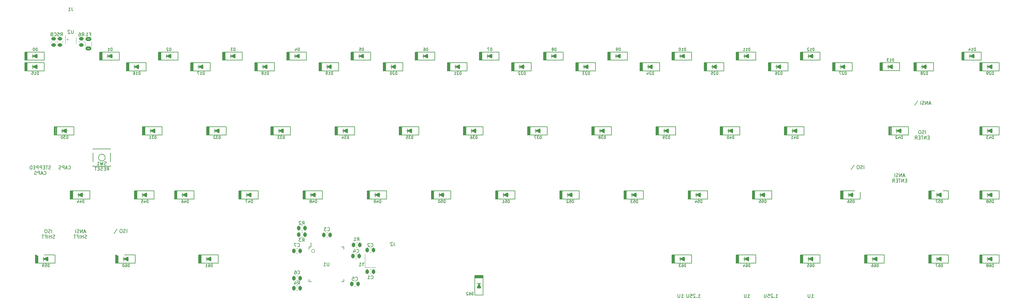
<source format=gbo>
%TF.GenerationSoftware,KiCad,Pcbnew,7.0.8*%
%TF.CreationDate,2023-11-19T13:12:32+01:00*%
%TF.ProjectId,mini-eLiXiVy,6d696e69-2d65-44c6-9958-6956792e6b69,1.2*%
%TF.SameCoordinates,Original*%
%TF.FileFunction,Legend,Bot*%
%TF.FilePolarity,Positive*%
%FSLAX46Y46*%
G04 Gerber Fmt 4.6, Leading zero omitted, Abs format (unit mm)*
G04 Created by KiCad (PCBNEW 7.0.8) date 2023-11-19 13:12:32*
%MOMM*%
%LPD*%
G01*
G04 APERTURE LIST*
G04 Aperture macros list*
%AMRoundRect*
0 Rectangle with rounded corners*
0 $1 Rounding radius*
0 $2 $3 $4 $5 $6 $7 $8 $9 X,Y pos of 4 corners*
0 Add a 4 corners polygon primitive as box body*
4,1,4,$2,$3,$4,$5,$6,$7,$8,$9,$2,$3,0*
0 Add four circle primitives for the rounded corners*
1,1,$1+$1,$2,$3*
1,1,$1+$1,$4,$5*
1,1,$1+$1,$6,$7*
1,1,$1+$1,$8,$9*
0 Add four rect primitives between the rounded corners*
20,1,$1+$1,$2,$3,$4,$5,0*
20,1,$1+$1,$4,$5,$6,$7,0*
20,1,$1+$1,$6,$7,$8,$9,0*
20,1,$1+$1,$8,$9,$2,$3,0*%
G04 Aperture macros list end*
%ADD10C,0.150000*%
%ADD11C,0.120000*%
%ADD12C,0.100000*%
%ADD13C,0.200000*%
%ADD14R,1.600000X1.600000*%
%ADD15R,1.200000X1.200000*%
%ADD16C,1.600000*%
%ADD17C,1.750000*%
%ADD18C,3.987800*%
%ADD19C,2.250000*%
%ADD20C,3.048000*%
%ADD21C,4.400000*%
%ADD22R,2.000000X2.000000*%
%ADD23C,2.000000*%
%ADD24C,3.200000*%
%ADD25R,1.700000X1.700000*%
%ADD26O,1.700000X1.700000*%
%ADD27R,0.550000X1.500000*%
%ADD28R,1.500000X0.550000*%
%ADD29RoundRect,0.243750X0.243750X0.456250X-0.243750X0.456250X-0.243750X-0.456250X0.243750X-0.456250X0*%
%ADD30RoundRect,0.243750X-0.243750X-0.456250X0.243750X-0.456250X0.243750X0.456250X-0.243750X0.456250X0*%
%ADD31R,1.200000X1.400000*%
%ADD32R,1.800000X1.100000*%
%ADD33RoundRect,0.243750X0.456250X-0.243750X0.456250X0.243750X-0.456250X0.243750X-0.456250X-0.243750X0*%
%ADD34RoundRect,0.250000X0.625000X-0.375000X0.625000X0.375000X-0.625000X0.375000X-0.625000X-0.375000X0*%
%ADD35C,0.650000*%
%ADD36R,0.600000X2.150000*%
%ADD37R,0.600000X2.450000*%
%ADD38R,0.300000X2.450000*%
%ADD39O,1.000000X1.600000*%
%ADD40O,1.000000X2.100000*%
%ADD41R,0.650000X1.060000*%
G04 APERTURE END LIST*
D10*
X25637999Y-85089069D02*
X25637999Y-84089069D01*
X25209428Y-85041450D02*
X25066571Y-85089069D01*
X25066571Y-85089069D02*
X24828476Y-85089069D01*
X24828476Y-85089069D02*
X24733238Y-85041450D01*
X24733238Y-85041450D02*
X24685619Y-84993830D01*
X24685619Y-84993830D02*
X24638000Y-84898592D01*
X24638000Y-84898592D02*
X24638000Y-84803354D01*
X24638000Y-84803354D02*
X24685619Y-84708116D01*
X24685619Y-84708116D02*
X24733238Y-84660497D01*
X24733238Y-84660497D02*
X24828476Y-84612878D01*
X24828476Y-84612878D02*
X25018952Y-84565259D01*
X25018952Y-84565259D02*
X25114190Y-84517640D01*
X25114190Y-84517640D02*
X25161809Y-84470021D01*
X25161809Y-84470021D02*
X25209428Y-84374783D01*
X25209428Y-84374783D02*
X25209428Y-84279545D01*
X25209428Y-84279545D02*
X25161809Y-84184307D01*
X25161809Y-84184307D02*
X25114190Y-84136688D01*
X25114190Y-84136688D02*
X25018952Y-84089069D01*
X25018952Y-84089069D02*
X24780857Y-84089069D01*
X24780857Y-84089069D02*
X24638000Y-84136688D01*
X24018952Y-84089069D02*
X23828476Y-84089069D01*
X23828476Y-84089069D02*
X23733238Y-84136688D01*
X23733238Y-84136688D02*
X23638000Y-84231926D01*
X23638000Y-84231926D02*
X23590381Y-84422402D01*
X23590381Y-84422402D02*
X23590381Y-84755735D01*
X23590381Y-84755735D02*
X23638000Y-84946211D01*
X23638000Y-84946211D02*
X23733238Y-85041450D01*
X23733238Y-85041450D02*
X23828476Y-85089069D01*
X23828476Y-85089069D02*
X24018952Y-85089069D01*
X24018952Y-85089069D02*
X24114190Y-85041450D01*
X24114190Y-85041450D02*
X24209428Y-84946211D01*
X24209428Y-84946211D02*
X24257047Y-84755735D01*
X24257047Y-84755735D02*
X24257047Y-84422402D01*
X24257047Y-84422402D02*
X24209428Y-84231926D01*
X24209428Y-84231926D02*
X24114190Y-84136688D01*
X24114190Y-84136688D02*
X24018952Y-84089069D01*
X26495142Y-86651450D02*
X26352285Y-86699069D01*
X26352285Y-86699069D02*
X26114190Y-86699069D01*
X26114190Y-86699069D02*
X26018952Y-86651450D01*
X26018952Y-86651450D02*
X25971333Y-86603830D01*
X25971333Y-86603830D02*
X25923714Y-86508592D01*
X25923714Y-86508592D02*
X25923714Y-86413354D01*
X25923714Y-86413354D02*
X25971333Y-86318116D01*
X25971333Y-86318116D02*
X26018952Y-86270497D01*
X26018952Y-86270497D02*
X26114190Y-86222878D01*
X26114190Y-86222878D02*
X26304666Y-86175259D01*
X26304666Y-86175259D02*
X26399904Y-86127640D01*
X26399904Y-86127640D02*
X26447523Y-86080021D01*
X26447523Y-86080021D02*
X26495142Y-85984783D01*
X26495142Y-85984783D02*
X26495142Y-85889545D01*
X26495142Y-85889545D02*
X26447523Y-85794307D01*
X26447523Y-85794307D02*
X26399904Y-85746688D01*
X26399904Y-85746688D02*
X26304666Y-85699069D01*
X26304666Y-85699069D02*
X26066571Y-85699069D01*
X26066571Y-85699069D02*
X25923714Y-85746688D01*
X25495142Y-86699069D02*
X25495142Y-85699069D01*
X25495142Y-86175259D02*
X24923714Y-86175259D01*
X24923714Y-86699069D02*
X24923714Y-85699069D01*
X24447523Y-86699069D02*
X24447523Y-85699069D01*
X23638000Y-86175259D02*
X23971333Y-86175259D01*
X23971333Y-86699069D02*
X23971333Y-85699069D01*
X23971333Y-85699069D02*
X23495143Y-85699069D01*
X23257047Y-85699069D02*
X22685619Y-85699069D01*
X22971333Y-86699069D02*
X22971333Y-85699069D01*
X47914285Y-85061069D02*
X47914285Y-84061069D01*
X47485714Y-85013450D02*
X47342857Y-85061069D01*
X47342857Y-85061069D02*
X47104762Y-85061069D01*
X47104762Y-85061069D02*
X47009524Y-85013450D01*
X47009524Y-85013450D02*
X46961905Y-84965830D01*
X46961905Y-84965830D02*
X46914286Y-84870592D01*
X46914286Y-84870592D02*
X46914286Y-84775354D01*
X46914286Y-84775354D02*
X46961905Y-84680116D01*
X46961905Y-84680116D02*
X47009524Y-84632497D01*
X47009524Y-84632497D02*
X47104762Y-84584878D01*
X47104762Y-84584878D02*
X47295238Y-84537259D01*
X47295238Y-84537259D02*
X47390476Y-84489640D01*
X47390476Y-84489640D02*
X47438095Y-84442021D01*
X47438095Y-84442021D02*
X47485714Y-84346783D01*
X47485714Y-84346783D02*
X47485714Y-84251545D01*
X47485714Y-84251545D02*
X47438095Y-84156307D01*
X47438095Y-84156307D02*
X47390476Y-84108688D01*
X47390476Y-84108688D02*
X47295238Y-84061069D01*
X47295238Y-84061069D02*
X47057143Y-84061069D01*
X47057143Y-84061069D02*
X46914286Y-84108688D01*
X46295238Y-84061069D02*
X46104762Y-84061069D01*
X46104762Y-84061069D02*
X46009524Y-84108688D01*
X46009524Y-84108688D02*
X45914286Y-84203926D01*
X45914286Y-84203926D02*
X45866667Y-84394402D01*
X45866667Y-84394402D02*
X45866667Y-84727735D01*
X45866667Y-84727735D02*
X45914286Y-84918211D01*
X45914286Y-84918211D02*
X46009524Y-85013450D01*
X46009524Y-85013450D02*
X46104762Y-85061069D01*
X46104762Y-85061069D02*
X46295238Y-85061069D01*
X46295238Y-85061069D02*
X46390476Y-85013450D01*
X46390476Y-85013450D02*
X46485714Y-84918211D01*
X46485714Y-84918211D02*
X46533333Y-84727735D01*
X46533333Y-84727735D02*
X46533333Y-84394402D01*
X46533333Y-84394402D02*
X46485714Y-84203926D01*
X46485714Y-84203926D02*
X46390476Y-84108688D01*
X46390476Y-84108688D02*
X46295238Y-84061069D01*
X45009524Y-83965830D02*
X44152381Y-85251545D01*
X25296428Y-66118450D02*
X25153571Y-66166069D01*
X25153571Y-66166069D02*
X24915476Y-66166069D01*
X24915476Y-66166069D02*
X24820238Y-66118450D01*
X24820238Y-66118450D02*
X24772619Y-66070830D01*
X24772619Y-66070830D02*
X24725000Y-65975592D01*
X24725000Y-65975592D02*
X24725000Y-65880354D01*
X24725000Y-65880354D02*
X24772619Y-65785116D01*
X24772619Y-65785116D02*
X24820238Y-65737497D01*
X24820238Y-65737497D02*
X24915476Y-65689878D01*
X24915476Y-65689878D02*
X25105952Y-65642259D01*
X25105952Y-65642259D02*
X25201190Y-65594640D01*
X25201190Y-65594640D02*
X25248809Y-65547021D01*
X25248809Y-65547021D02*
X25296428Y-65451783D01*
X25296428Y-65451783D02*
X25296428Y-65356545D01*
X25296428Y-65356545D02*
X25248809Y-65261307D01*
X25248809Y-65261307D02*
X25201190Y-65213688D01*
X25201190Y-65213688D02*
X25105952Y-65166069D01*
X25105952Y-65166069D02*
X24867857Y-65166069D01*
X24867857Y-65166069D02*
X24725000Y-65213688D01*
X24439285Y-65166069D02*
X23867857Y-65166069D01*
X24153571Y-66166069D02*
X24153571Y-65166069D01*
X23534523Y-65642259D02*
X23201190Y-65642259D01*
X23058333Y-66166069D02*
X23534523Y-66166069D01*
X23534523Y-66166069D02*
X23534523Y-65166069D01*
X23534523Y-65166069D02*
X23058333Y-65166069D01*
X22629761Y-66166069D02*
X22629761Y-65166069D01*
X22629761Y-65166069D02*
X22248809Y-65166069D01*
X22248809Y-65166069D02*
X22153571Y-65213688D01*
X22153571Y-65213688D02*
X22105952Y-65261307D01*
X22105952Y-65261307D02*
X22058333Y-65356545D01*
X22058333Y-65356545D02*
X22058333Y-65499402D01*
X22058333Y-65499402D02*
X22105952Y-65594640D01*
X22105952Y-65594640D02*
X22153571Y-65642259D01*
X22153571Y-65642259D02*
X22248809Y-65689878D01*
X22248809Y-65689878D02*
X22629761Y-65689878D01*
X21629761Y-66166069D02*
X21629761Y-65166069D01*
X21629761Y-65166069D02*
X21248809Y-65166069D01*
X21248809Y-65166069D02*
X21153571Y-65213688D01*
X21153571Y-65213688D02*
X21105952Y-65261307D01*
X21105952Y-65261307D02*
X21058333Y-65356545D01*
X21058333Y-65356545D02*
X21058333Y-65499402D01*
X21058333Y-65499402D02*
X21105952Y-65594640D01*
X21105952Y-65594640D02*
X21153571Y-65642259D01*
X21153571Y-65642259D02*
X21248809Y-65689878D01*
X21248809Y-65689878D02*
X21629761Y-65689878D01*
X20629761Y-65642259D02*
X20296428Y-65642259D01*
X20153571Y-66166069D02*
X20629761Y-66166069D01*
X20629761Y-66166069D02*
X20629761Y-65166069D01*
X20629761Y-65166069D02*
X20153571Y-65166069D01*
X19724999Y-66166069D02*
X19724999Y-65166069D01*
X19724999Y-65166069D02*
X19486904Y-65166069D01*
X19486904Y-65166069D02*
X19344047Y-65213688D01*
X19344047Y-65213688D02*
X19248809Y-65308926D01*
X19248809Y-65308926D02*
X19201190Y-65404164D01*
X19201190Y-65404164D02*
X19153571Y-65594640D01*
X19153571Y-65594640D02*
X19153571Y-65737497D01*
X19153571Y-65737497D02*
X19201190Y-65927973D01*
X19201190Y-65927973D02*
X19248809Y-66023211D01*
X19248809Y-66023211D02*
X19344047Y-66118450D01*
X19344047Y-66118450D02*
X19486904Y-66166069D01*
X19486904Y-66166069D02*
X19724999Y-66166069D01*
X23320238Y-67680830D02*
X23367857Y-67728450D01*
X23367857Y-67728450D02*
X23510714Y-67776069D01*
X23510714Y-67776069D02*
X23605952Y-67776069D01*
X23605952Y-67776069D02*
X23748809Y-67728450D01*
X23748809Y-67728450D02*
X23844047Y-67633211D01*
X23844047Y-67633211D02*
X23891666Y-67537973D01*
X23891666Y-67537973D02*
X23939285Y-67347497D01*
X23939285Y-67347497D02*
X23939285Y-67204640D01*
X23939285Y-67204640D02*
X23891666Y-67014164D01*
X23891666Y-67014164D02*
X23844047Y-66918926D01*
X23844047Y-66918926D02*
X23748809Y-66823688D01*
X23748809Y-66823688D02*
X23605952Y-66776069D01*
X23605952Y-66776069D02*
X23510714Y-66776069D01*
X23510714Y-66776069D02*
X23367857Y-66823688D01*
X23367857Y-66823688D02*
X23320238Y-66871307D01*
X22939285Y-67490354D02*
X22463095Y-67490354D01*
X23034523Y-67776069D02*
X22701190Y-66776069D01*
X22701190Y-66776069D02*
X22367857Y-67776069D01*
X22034523Y-67776069D02*
X22034523Y-66776069D01*
X22034523Y-66776069D02*
X21653571Y-66776069D01*
X21653571Y-66776069D02*
X21558333Y-66823688D01*
X21558333Y-66823688D02*
X21510714Y-66871307D01*
X21510714Y-66871307D02*
X21463095Y-66966545D01*
X21463095Y-66966545D02*
X21463095Y-67109402D01*
X21463095Y-67109402D02*
X21510714Y-67204640D01*
X21510714Y-67204640D02*
X21558333Y-67252259D01*
X21558333Y-67252259D02*
X21653571Y-67299878D01*
X21653571Y-67299878D02*
X22034523Y-67299878D01*
X21082142Y-67728450D02*
X20939285Y-67776069D01*
X20939285Y-67776069D02*
X20701190Y-67776069D01*
X20701190Y-67776069D02*
X20605952Y-67728450D01*
X20605952Y-67728450D02*
X20558333Y-67680830D01*
X20558333Y-67680830D02*
X20510714Y-67585592D01*
X20510714Y-67585592D02*
X20510714Y-67490354D01*
X20510714Y-67490354D02*
X20558333Y-67395116D01*
X20558333Y-67395116D02*
X20605952Y-67347497D01*
X20605952Y-67347497D02*
X20701190Y-67299878D01*
X20701190Y-67299878D02*
X20891666Y-67252259D01*
X20891666Y-67252259D02*
X20986904Y-67204640D01*
X20986904Y-67204640D02*
X21034523Y-67157021D01*
X21034523Y-67157021D02*
X21082142Y-67061783D01*
X21082142Y-67061783D02*
X21082142Y-66966545D01*
X21082142Y-66966545D02*
X21034523Y-66871307D01*
X21034523Y-66871307D02*
X20986904Y-66823688D01*
X20986904Y-66823688D02*
X20891666Y-66776069D01*
X20891666Y-66776069D02*
X20653571Y-66776069D01*
X20653571Y-66776069D02*
X20510714Y-66823688D01*
X30584638Y-66052870D02*
X30632257Y-66100490D01*
X30632257Y-66100490D02*
X30775114Y-66148109D01*
X30775114Y-66148109D02*
X30870352Y-66148109D01*
X30870352Y-66148109D02*
X31013209Y-66100490D01*
X31013209Y-66100490D02*
X31108447Y-66005251D01*
X31108447Y-66005251D02*
X31156066Y-65910013D01*
X31156066Y-65910013D02*
X31203685Y-65719537D01*
X31203685Y-65719537D02*
X31203685Y-65576680D01*
X31203685Y-65576680D02*
X31156066Y-65386204D01*
X31156066Y-65386204D02*
X31108447Y-65290966D01*
X31108447Y-65290966D02*
X31013209Y-65195728D01*
X31013209Y-65195728D02*
X30870352Y-65148109D01*
X30870352Y-65148109D02*
X30775114Y-65148109D01*
X30775114Y-65148109D02*
X30632257Y-65195728D01*
X30632257Y-65195728D02*
X30584638Y-65243347D01*
X30203685Y-65862394D02*
X29727495Y-65862394D01*
X30298923Y-66148109D02*
X29965590Y-65148109D01*
X29965590Y-65148109D02*
X29632257Y-66148109D01*
X29298923Y-66148109D02*
X29298923Y-65148109D01*
X29298923Y-65148109D02*
X28917971Y-65148109D01*
X28917971Y-65148109D02*
X28822733Y-65195728D01*
X28822733Y-65195728D02*
X28775114Y-65243347D01*
X28775114Y-65243347D02*
X28727495Y-65338585D01*
X28727495Y-65338585D02*
X28727495Y-65481442D01*
X28727495Y-65481442D02*
X28775114Y-65576680D01*
X28775114Y-65576680D02*
X28822733Y-65624299D01*
X28822733Y-65624299D02*
X28917971Y-65671918D01*
X28917971Y-65671918D02*
X29298923Y-65671918D01*
X28346542Y-66100490D02*
X28203685Y-66148109D01*
X28203685Y-66148109D02*
X27965590Y-66148109D01*
X27965590Y-66148109D02*
X27870352Y-66100490D01*
X27870352Y-66100490D02*
X27822733Y-66052870D01*
X27822733Y-66052870D02*
X27775114Y-65957632D01*
X27775114Y-65957632D02*
X27775114Y-65862394D01*
X27775114Y-65862394D02*
X27822733Y-65767156D01*
X27822733Y-65767156D02*
X27870352Y-65719537D01*
X27870352Y-65719537D02*
X27965590Y-65671918D01*
X27965590Y-65671918D02*
X28156066Y-65624299D01*
X28156066Y-65624299D02*
X28251304Y-65576680D01*
X28251304Y-65576680D02*
X28298923Y-65529061D01*
X28298923Y-65529061D02*
X28346542Y-65433823D01*
X28346542Y-65433823D02*
X28346542Y-65338585D01*
X28346542Y-65338585D02*
X28298923Y-65243347D01*
X28298923Y-65243347D02*
X28251304Y-65195728D01*
X28251304Y-65195728D02*
X28156066Y-65148109D01*
X28156066Y-65148109D02*
X27917971Y-65148109D01*
X27917971Y-65148109D02*
X27775114Y-65195728D01*
X278717189Y-68166354D02*
X278240999Y-68166354D01*
X278812427Y-68452069D02*
X278479094Y-67452069D01*
X278479094Y-67452069D02*
X278145761Y-68452069D01*
X277812427Y-68452069D02*
X277812427Y-67452069D01*
X277812427Y-67452069D02*
X277240999Y-68452069D01*
X277240999Y-68452069D02*
X277240999Y-67452069D01*
X276812427Y-68404450D02*
X276669570Y-68452069D01*
X276669570Y-68452069D02*
X276431475Y-68452069D01*
X276431475Y-68452069D02*
X276336237Y-68404450D01*
X276336237Y-68404450D02*
X276288618Y-68356830D01*
X276288618Y-68356830D02*
X276240999Y-68261592D01*
X276240999Y-68261592D02*
X276240999Y-68166354D01*
X276240999Y-68166354D02*
X276288618Y-68071116D01*
X276288618Y-68071116D02*
X276336237Y-68023497D01*
X276336237Y-68023497D02*
X276431475Y-67975878D01*
X276431475Y-67975878D02*
X276621951Y-67928259D01*
X276621951Y-67928259D02*
X276717189Y-67880640D01*
X276717189Y-67880640D02*
X276764808Y-67833021D01*
X276764808Y-67833021D02*
X276812427Y-67737783D01*
X276812427Y-67737783D02*
X276812427Y-67642545D01*
X276812427Y-67642545D02*
X276764808Y-67547307D01*
X276764808Y-67547307D02*
X276717189Y-67499688D01*
X276717189Y-67499688D02*
X276621951Y-67452069D01*
X276621951Y-67452069D02*
X276383856Y-67452069D01*
X276383856Y-67452069D02*
X276240999Y-67499688D01*
X275812427Y-68452069D02*
X275812427Y-67452069D01*
X279312428Y-69538259D02*
X278979095Y-69538259D01*
X278836238Y-70062069D02*
X279312428Y-70062069D01*
X279312428Y-70062069D02*
X279312428Y-69062069D01*
X279312428Y-69062069D02*
X278836238Y-69062069D01*
X278407666Y-70062069D02*
X278407666Y-69062069D01*
X278407666Y-69062069D02*
X277836238Y-70062069D01*
X277836238Y-70062069D02*
X277836238Y-69062069D01*
X277502904Y-69062069D02*
X276931476Y-69062069D01*
X277217190Y-70062069D02*
X277217190Y-69062069D01*
X276598142Y-69538259D02*
X276264809Y-69538259D01*
X276121952Y-70062069D02*
X276598142Y-70062069D01*
X276598142Y-70062069D02*
X276598142Y-69062069D01*
X276598142Y-69062069D02*
X276121952Y-69062069D01*
X275121952Y-70062069D02*
X275455285Y-69585878D01*
X275693380Y-70062069D02*
X275693380Y-69062069D01*
X275693380Y-69062069D02*
X275312428Y-69062069D01*
X275312428Y-69062069D02*
X275217190Y-69109688D01*
X275217190Y-69109688D02*
X275169571Y-69157307D01*
X275169571Y-69157307D02*
X275121952Y-69252545D01*
X275121952Y-69252545D02*
X275121952Y-69395402D01*
X275121952Y-69395402D02*
X275169571Y-69490640D01*
X275169571Y-69490640D02*
X275217190Y-69538259D01*
X275217190Y-69538259D02*
X275312428Y-69585878D01*
X275312428Y-69585878D02*
X275693380Y-69585878D01*
X266636285Y-66036069D02*
X266636285Y-65036069D01*
X266207714Y-65988450D02*
X266064857Y-66036069D01*
X266064857Y-66036069D02*
X265826762Y-66036069D01*
X265826762Y-66036069D02*
X265731524Y-65988450D01*
X265731524Y-65988450D02*
X265683905Y-65940830D01*
X265683905Y-65940830D02*
X265636286Y-65845592D01*
X265636286Y-65845592D02*
X265636286Y-65750354D01*
X265636286Y-65750354D02*
X265683905Y-65655116D01*
X265683905Y-65655116D02*
X265731524Y-65607497D01*
X265731524Y-65607497D02*
X265826762Y-65559878D01*
X265826762Y-65559878D02*
X266017238Y-65512259D01*
X266017238Y-65512259D02*
X266112476Y-65464640D01*
X266112476Y-65464640D02*
X266160095Y-65417021D01*
X266160095Y-65417021D02*
X266207714Y-65321783D01*
X266207714Y-65321783D02*
X266207714Y-65226545D01*
X266207714Y-65226545D02*
X266160095Y-65131307D01*
X266160095Y-65131307D02*
X266112476Y-65083688D01*
X266112476Y-65083688D02*
X266017238Y-65036069D01*
X266017238Y-65036069D02*
X265779143Y-65036069D01*
X265779143Y-65036069D02*
X265636286Y-65083688D01*
X265017238Y-65036069D02*
X264826762Y-65036069D01*
X264826762Y-65036069D02*
X264731524Y-65083688D01*
X264731524Y-65083688D02*
X264636286Y-65178926D01*
X264636286Y-65178926D02*
X264588667Y-65369402D01*
X264588667Y-65369402D02*
X264588667Y-65702735D01*
X264588667Y-65702735D02*
X264636286Y-65893211D01*
X264636286Y-65893211D02*
X264731524Y-65988450D01*
X264731524Y-65988450D02*
X264826762Y-66036069D01*
X264826762Y-66036069D02*
X265017238Y-66036069D01*
X265017238Y-66036069D02*
X265112476Y-65988450D01*
X265112476Y-65988450D02*
X265207714Y-65893211D01*
X265207714Y-65893211D02*
X265255333Y-65702735D01*
X265255333Y-65702735D02*
X265255333Y-65369402D01*
X265255333Y-65369402D02*
X265207714Y-65178926D01*
X265207714Y-65178926D02*
X265112476Y-65083688D01*
X265112476Y-65083688D02*
X265017238Y-65036069D01*
X263731524Y-64940830D02*
X262874381Y-66226545D01*
X284940249Y-55656819D02*
X284940249Y-54656819D01*
X284511678Y-55609200D02*
X284368821Y-55656819D01*
X284368821Y-55656819D02*
X284130726Y-55656819D01*
X284130726Y-55656819D02*
X284035488Y-55609200D01*
X284035488Y-55609200D02*
X283987869Y-55561580D01*
X283987869Y-55561580D02*
X283940250Y-55466342D01*
X283940250Y-55466342D02*
X283940250Y-55371104D01*
X283940250Y-55371104D02*
X283987869Y-55275866D01*
X283987869Y-55275866D02*
X284035488Y-55228247D01*
X284035488Y-55228247D02*
X284130726Y-55180628D01*
X284130726Y-55180628D02*
X284321202Y-55133009D01*
X284321202Y-55133009D02*
X284416440Y-55085390D01*
X284416440Y-55085390D02*
X284464059Y-55037771D01*
X284464059Y-55037771D02*
X284511678Y-54942533D01*
X284511678Y-54942533D02*
X284511678Y-54847295D01*
X284511678Y-54847295D02*
X284464059Y-54752057D01*
X284464059Y-54752057D02*
X284416440Y-54704438D01*
X284416440Y-54704438D02*
X284321202Y-54656819D01*
X284321202Y-54656819D02*
X284083107Y-54656819D01*
X284083107Y-54656819D02*
X283940250Y-54704438D01*
X283321202Y-54656819D02*
X283130726Y-54656819D01*
X283130726Y-54656819D02*
X283035488Y-54704438D01*
X283035488Y-54704438D02*
X282940250Y-54799676D01*
X282940250Y-54799676D02*
X282892631Y-54990152D01*
X282892631Y-54990152D02*
X282892631Y-55323485D01*
X282892631Y-55323485D02*
X282940250Y-55513961D01*
X282940250Y-55513961D02*
X283035488Y-55609200D01*
X283035488Y-55609200D02*
X283130726Y-55656819D01*
X283130726Y-55656819D02*
X283321202Y-55656819D01*
X283321202Y-55656819D02*
X283416440Y-55609200D01*
X283416440Y-55609200D02*
X283511678Y-55513961D01*
X283511678Y-55513961D02*
X283559297Y-55323485D01*
X283559297Y-55323485D02*
X283559297Y-54990152D01*
X283559297Y-54990152D02*
X283511678Y-54799676D01*
X283511678Y-54799676D02*
X283416440Y-54704438D01*
X283416440Y-54704438D02*
X283321202Y-54656819D01*
X286011678Y-56743009D02*
X285678345Y-56743009D01*
X285535488Y-57266819D02*
X286011678Y-57266819D01*
X286011678Y-57266819D02*
X286011678Y-56266819D01*
X286011678Y-56266819D02*
X285535488Y-56266819D01*
X285106916Y-57266819D02*
X285106916Y-56266819D01*
X285106916Y-56266819D02*
X284535488Y-57266819D01*
X284535488Y-57266819D02*
X284535488Y-56266819D01*
X284202154Y-56266819D02*
X283630726Y-56266819D01*
X283916440Y-57266819D02*
X283916440Y-56266819D01*
X283297392Y-56743009D02*
X282964059Y-56743009D01*
X282821202Y-57266819D02*
X283297392Y-57266819D01*
X283297392Y-57266819D02*
X283297392Y-56266819D01*
X283297392Y-56266819D02*
X282821202Y-56266819D01*
X281821202Y-57266819D02*
X282154535Y-56790628D01*
X282392630Y-57266819D02*
X282392630Y-56266819D01*
X282392630Y-56266819D02*
X282011678Y-56266819D01*
X282011678Y-56266819D02*
X281916440Y-56314438D01*
X281916440Y-56314438D02*
X281868821Y-56362057D01*
X281868821Y-56362057D02*
X281821202Y-56457295D01*
X281821202Y-56457295D02*
X281821202Y-56600152D01*
X281821202Y-56600152D02*
X281868821Y-56695390D01*
X281868821Y-56695390D02*
X281916440Y-56743009D01*
X281916440Y-56743009D02*
X282011678Y-56790628D01*
X282011678Y-56790628D02*
X282392630Y-56790628D01*
X286415475Y-46675354D02*
X285939285Y-46675354D01*
X286510713Y-46961069D02*
X286177380Y-45961069D01*
X286177380Y-45961069D02*
X285844047Y-46961069D01*
X285510713Y-46961069D02*
X285510713Y-45961069D01*
X285510713Y-45961069D02*
X284939285Y-46961069D01*
X284939285Y-46961069D02*
X284939285Y-45961069D01*
X284510713Y-46913450D02*
X284367856Y-46961069D01*
X284367856Y-46961069D02*
X284129761Y-46961069D01*
X284129761Y-46961069D02*
X284034523Y-46913450D01*
X284034523Y-46913450D02*
X283986904Y-46865830D01*
X283986904Y-46865830D02*
X283939285Y-46770592D01*
X283939285Y-46770592D02*
X283939285Y-46675354D01*
X283939285Y-46675354D02*
X283986904Y-46580116D01*
X283986904Y-46580116D02*
X284034523Y-46532497D01*
X284034523Y-46532497D02*
X284129761Y-46484878D01*
X284129761Y-46484878D02*
X284320237Y-46437259D01*
X284320237Y-46437259D02*
X284415475Y-46389640D01*
X284415475Y-46389640D02*
X284463094Y-46342021D01*
X284463094Y-46342021D02*
X284510713Y-46246783D01*
X284510713Y-46246783D02*
X284510713Y-46151545D01*
X284510713Y-46151545D02*
X284463094Y-46056307D01*
X284463094Y-46056307D02*
X284415475Y-46008688D01*
X284415475Y-46008688D02*
X284320237Y-45961069D01*
X284320237Y-45961069D02*
X284082142Y-45961069D01*
X284082142Y-45961069D02*
X283939285Y-46008688D01*
X283510713Y-46961069D02*
X283510713Y-45961069D01*
X282605952Y-45865830D02*
X281748809Y-47151545D01*
X212455095Y-104309069D02*
X213026523Y-104309069D01*
X212740809Y-104309069D02*
X212740809Y-103309069D01*
X212740809Y-103309069D02*
X212836047Y-103451926D01*
X212836047Y-103451926D02*
X212931285Y-103547164D01*
X212931285Y-103547164D02*
X213026523Y-103594783D01*
X212026523Y-103309069D02*
X212026523Y-104118592D01*
X212026523Y-104118592D02*
X211978904Y-104213830D01*
X211978904Y-104213830D02*
X211931285Y-104261450D01*
X211931285Y-104261450D02*
X211836047Y-104309069D01*
X211836047Y-104309069D02*
X211645571Y-104309069D01*
X211645571Y-104309069D02*
X211550333Y-104261450D01*
X211550333Y-104261450D02*
X211502714Y-104213830D01*
X211502714Y-104213830D02*
X211455095Y-104118592D01*
X211455095Y-104118592D02*
X211455095Y-103309069D01*
X217455571Y-104309069D02*
X218026999Y-104309069D01*
X217741285Y-104309069D02*
X217741285Y-103309069D01*
X217741285Y-103309069D02*
X217836523Y-103451926D01*
X217836523Y-103451926D02*
X217931761Y-103547164D01*
X217931761Y-103547164D02*
X218026999Y-103594783D01*
X217026999Y-104213830D02*
X216979380Y-104261450D01*
X216979380Y-104261450D02*
X217026999Y-104309069D01*
X217026999Y-104309069D02*
X217074618Y-104261450D01*
X217074618Y-104261450D02*
X217026999Y-104213830D01*
X217026999Y-104213830D02*
X217026999Y-104309069D01*
X216598428Y-103404307D02*
X216550809Y-103356688D01*
X216550809Y-103356688D02*
X216455571Y-103309069D01*
X216455571Y-103309069D02*
X216217476Y-103309069D01*
X216217476Y-103309069D02*
X216122238Y-103356688D01*
X216122238Y-103356688D02*
X216074619Y-103404307D01*
X216074619Y-103404307D02*
X216027000Y-103499545D01*
X216027000Y-103499545D02*
X216027000Y-103594783D01*
X216027000Y-103594783D02*
X216074619Y-103737640D01*
X216074619Y-103737640D02*
X216646047Y-104309069D01*
X216646047Y-104309069D02*
X216027000Y-104309069D01*
X215122238Y-103309069D02*
X215598428Y-103309069D01*
X215598428Y-103309069D02*
X215646047Y-103785259D01*
X215646047Y-103785259D02*
X215598428Y-103737640D01*
X215598428Y-103737640D02*
X215503190Y-103690021D01*
X215503190Y-103690021D02*
X215265095Y-103690021D01*
X215265095Y-103690021D02*
X215169857Y-103737640D01*
X215169857Y-103737640D02*
X215122238Y-103785259D01*
X215122238Y-103785259D02*
X215074619Y-103880497D01*
X215074619Y-103880497D02*
X215074619Y-104118592D01*
X215074619Y-104118592D02*
X215122238Y-104213830D01*
X215122238Y-104213830D02*
X215169857Y-104261450D01*
X215169857Y-104261450D02*
X215265095Y-104309069D01*
X215265095Y-104309069D02*
X215503190Y-104309069D01*
X215503190Y-104309069D02*
X215598428Y-104261450D01*
X215598428Y-104261450D02*
X215646047Y-104213830D01*
X214646047Y-103309069D02*
X214646047Y-104118592D01*
X214646047Y-104118592D02*
X214598428Y-104213830D01*
X214598428Y-104213830D02*
X214550809Y-104261450D01*
X214550809Y-104261450D02*
X214455571Y-104309069D01*
X214455571Y-104309069D02*
X214265095Y-104309069D01*
X214265095Y-104309069D02*
X214169857Y-104261450D01*
X214169857Y-104261450D02*
X214122238Y-104213830D01*
X214122238Y-104213830D02*
X214074619Y-104118592D01*
X214074619Y-104118592D02*
X214074619Y-103309069D01*
X232140095Y-104309069D02*
X232711523Y-104309069D01*
X232425809Y-104309069D02*
X232425809Y-103309069D01*
X232425809Y-103309069D02*
X232521047Y-103451926D01*
X232521047Y-103451926D02*
X232616285Y-103547164D01*
X232616285Y-103547164D02*
X232711523Y-103594783D01*
X231711523Y-103309069D02*
X231711523Y-104118592D01*
X231711523Y-104118592D02*
X231663904Y-104213830D01*
X231663904Y-104213830D02*
X231616285Y-104261450D01*
X231616285Y-104261450D02*
X231521047Y-104309069D01*
X231521047Y-104309069D02*
X231330571Y-104309069D01*
X231330571Y-104309069D02*
X231235333Y-104261450D01*
X231235333Y-104261450D02*
X231187714Y-104213830D01*
X231187714Y-104213830D02*
X231140095Y-104118592D01*
X231140095Y-104118592D02*
X231140095Y-103309069D01*
X240442571Y-104309069D02*
X241013999Y-104309069D01*
X240728285Y-104309069D02*
X240728285Y-103309069D01*
X240728285Y-103309069D02*
X240823523Y-103451926D01*
X240823523Y-103451926D02*
X240918761Y-103547164D01*
X240918761Y-103547164D02*
X241013999Y-103594783D01*
X240013999Y-104213830D02*
X239966380Y-104261450D01*
X239966380Y-104261450D02*
X240013999Y-104309069D01*
X240013999Y-104309069D02*
X240061618Y-104261450D01*
X240061618Y-104261450D02*
X240013999Y-104213830D01*
X240013999Y-104213830D02*
X240013999Y-104309069D01*
X239585428Y-103404307D02*
X239537809Y-103356688D01*
X239537809Y-103356688D02*
X239442571Y-103309069D01*
X239442571Y-103309069D02*
X239204476Y-103309069D01*
X239204476Y-103309069D02*
X239109238Y-103356688D01*
X239109238Y-103356688D02*
X239061619Y-103404307D01*
X239061619Y-103404307D02*
X239014000Y-103499545D01*
X239014000Y-103499545D02*
X239014000Y-103594783D01*
X239014000Y-103594783D02*
X239061619Y-103737640D01*
X239061619Y-103737640D02*
X239633047Y-104309069D01*
X239633047Y-104309069D02*
X239014000Y-104309069D01*
X238109238Y-103309069D02*
X238585428Y-103309069D01*
X238585428Y-103309069D02*
X238633047Y-103785259D01*
X238633047Y-103785259D02*
X238585428Y-103737640D01*
X238585428Y-103737640D02*
X238490190Y-103690021D01*
X238490190Y-103690021D02*
X238252095Y-103690021D01*
X238252095Y-103690021D02*
X238156857Y-103737640D01*
X238156857Y-103737640D02*
X238109238Y-103785259D01*
X238109238Y-103785259D02*
X238061619Y-103880497D01*
X238061619Y-103880497D02*
X238061619Y-104118592D01*
X238061619Y-104118592D02*
X238109238Y-104213830D01*
X238109238Y-104213830D02*
X238156857Y-104261450D01*
X238156857Y-104261450D02*
X238252095Y-104309069D01*
X238252095Y-104309069D02*
X238490190Y-104309069D01*
X238490190Y-104309069D02*
X238585428Y-104261450D01*
X238585428Y-104261450D02*
X238633047Y-104213830D01*
X237633047Y-103309069D02*
X237633047Y-104118592D01*
X237633047Y-104118592D02*
X237585428Y-104213830D01*
X237585428Y-104213830D02*
X237537809Y-104261450D01*
X237537809Y-104261450D02*
X237442571Y-104309069D01*
X237442571Y-104309069D02*
X237252095Y-104309069D01*
X237252095Y-104309069D02*
X237156857Y-104261450D01*
X237156857Y-104261450D02*
X237109238Y-104213830D01*
X237109238Y-104213830D02*
X237061619Y-104118592D01*
X237061619Y-104118592D02*
X237061619Y-103309069D01*
X251063095Y-104309069D02*
X251634523Y-104309069D01*
X251348809Y-104309069D02*
X251348809Y-103309069D01*
X251348809Y-103309069D02*
X251444047Y-103451926D01*
X251444047Y-103451926D02*
X251539285Y-103547164D01*
X251539285Y-103547164D02*
X251634523Y-103594783D01*
X250634523Y-103309069D02*
X250634523Y-104118592D01*
X250634523Y-104118592D02*
X250586904Y-104213830D01*
X250586904Y-104213830D02*
X250539285Y-104261450D01*
X250539285Y-104261450D02*
X250444047Y-104309069D01*
X250444047Y-104309069D02*
X250253571Y-104309069D01*
X250253571Y-104309069D02*
X250158333Y-104261450D01*
X250158333Y-104261450D02*
X250110714Y-104213830D01*
X250110714Y-104213830D02*
X250063095Y-104118592D01*
X250063095Y-104118592D02*
X250063095Y-103309069D01*
X41990781Y-66529109D02*
X42324114Y-66052918D01*
X42562209Y-66529109D02*
X42562209Y-65529109D01*
X42562209Y-65529109D02*
X42181257Y-65529109D01*
X42181257Y-65529109D02*
X42086019Y-65576728D01*
X42086019Y-65576728D02*
X42038400Y-65624347D01*
X42038400Y-65624347D02*
X41990781Y-65719585D01*
X41990781Y-65719585D02*
X41990781Y-65862442D01*
X41990781Y-65862442D02*
X42038400Y-65957680D01*
X42038400Y-65957680D02*
X42086019Y-66005299D01*
X42086019Y-66005299D02*
X42181257Y-66052918D01*
X42181257Y-66052918D02*
X42562209Y-66052918D01*
X41562209Y-66005299D02*
X41228876Y-66005299D01*
X41086019Y-66529109D02*
X41562209Y-66529109D01*
X41562209Y-66529109D02*
X41562209Y-65529109D01*
X41562209Y-65529109D02*
X41086019Y-65529109D01*
X40705066Y-66481490D02*
X40562209Y-66529109D01*
X40562209Y-66529109D02*
X40324114Y-66529109D01*
X40324114Y-66529109D02*
X40228876Y-66481490D01*
X40228876Y-66481490D02*
X40181257Y-66433870D01*
X40181257Y-66433870D02*
X40133638Y-66338632D01*
X40133638Y-66338632D02*
X40133638Y-66243394D01*
X40133638Y-66243394D02*
X40181257Y-66148156D01*
X40181257Y-66148156D02*
X40228876Y-66100537D01*
X40228876Y-66100537D02*
X40324114Y-66052918D01*
X40324114Y-66052918D02*
X40514590Y-66005299D01*
X40514590Y-66005299D02*
X40609828Y-65957680D01*
X40609828Y-65957680D02*
X40657447Y-65910061D01*
X40657447Y-65910061D02*
X40705066Y-65814823D01*
X40705066Y-65814823D02*
X40705066Y-65719585D01*
X40705066Y-65719585D02*
X40657447Y-65624347D01*
X40657447Y-65624347D02*
X40609828Y-65576728D01*
X40609828Y-65576728D02*
X40514590Y-65529109D01*
X40514590Y-65529109D02*
X40276495Y-65529109D01*
X40276495Y-65529109D02*
X40133638Y-65576728D01*
X39705066Y-66005299D02*
X39371733Y-66005299D01*
X39228876Y-66529109D02*
X39705066Y-66529109D01*
X39705066Y-66529109D02*
X39705066Y-65529109D01*
X39705066Y-65529109D02*
X39228876Y-65529109D01*
X38943161Y-65529109D02*
X38371733Y-65529109D01*
X38657447Y-66529109D02*
X38657447Y-65529109D01*
X35639189Y-84803354D02*
X35162999Y-84803354D01*
X35734427Y-85089069D02*
X35401094Y-84089069D01*
X35401094Y-84089069D02*
X35067761Y-85089069D01*
X34734427Y-85089069D02*
X34734427Y-84089069D01*
X34734427Y-84089069D02*
X34162999Y-85089069D01*
X34162999Y-85089069D02*
X34162999Y-84089069D01*
X33734427Y-85041450D02*
X33591570Y-85089069D01*
X33591570Y-85089069D02*
X33353475Y-85089069D01*
X33353475Y-85089069D02*
X33258237Y-85041450D01*
X33258237Y-85041450D02*
X33210618Y-84993830D01*
X33210618Y-84993830D02*
X33162999Y-84898592D01*
X33162999Y-84898592D02*
X33162999Y-84803354D01*
X33162999Y-84803354D02*
X33210618Y-84708116D01*
X33210618Y-84708116D02*
X33258237Y-84660497D01*
X33258237Y-84660497D02*
X33353475Y-84612878D01*
X33353475Y-84612878D02*
X33543951Y-84565259D01*
X33543951Y-84565259D02*
X33639189Y-84517640D01*
X33639189Y-84517640D02*
X33686808Y-84470021D01*
X33686808Y-84470021D02*
X33734427Y-84374783D01*
X33734427Y-84374783D02*
X33734427Y-84279545D01*
X33734427Y-84279545D02*
X33686808Y-84184307D01*
X33686808Y-84184307D02*
X33639189Y-84136688D01*
X33639189Y-84136688D02*
X33543951Y-84089069D01*
X33543951Y-84089069D02*
X33305856Y-84089069D01*
X33305856Y-84089069D02*
X33162999Y-84136688D01*
X32734427Y-85089069D02*
X32734427Y-84089069D01*
X36020142Y-86651450D02*
X35877285Y-86699069D01*
X35877285Y-86699069D02*
X35639190Y-86699069D01*
X35639190Y-86699069D02*
X35543952Y-86651450D01*
X35543952Y-86651450D02*
X35496333Y-86603830D01*
X35496333Y-86603830D02*
X35448714Y-86508592D01*
X35448714Y-86508592D02*
X35448714Y-86413354D01*
X35448714Y-86413354D02*
X35496333Y-86318116D01*
X35496333Y-86318116D02*
X35543952Y-86270497D01*
X35543952Y-86270497D02*
X35639190Y-86222878D01*
X35639190Y-86222878D02*
X35829666Y-86175259D01*
X35829666Y-86175259D02*
X35924904Y-86127640D01*
X35924904Y-86127640D02*
X35972523Y-86080021D01*
X35972523Y-86080021D02*
X36020142Y-85984783D01*
X36020142Y-85984783D02*
X36020142Y-85889545D01*
X36020142Y-85889545D02*
X35972523Y-85794307D01*
X35972523Y-85794307D02*
X35924904Y-85746688D01*
X35924904Y-85746688D02*
X35829666Y-85699069D01*
X35829666Y-85699069D02*
X35591571Y-85699069D01*
X35591571Y-85699069D02*
X35448714Y-85746688D01*
X35020142Y-86699069D02*
X35020142Y-85699069D01*
X35020142Y-86175259D02*
X34448714Y-86175259D01*
X34448714Y-86699069D02*
X34448714Y-85699069D01*
X33972523Y-86699069D02*
X33972523Y-85699069D01*
X33163000Y-86175259D02*
X33496333Y-86175259D01*
X33496333Y-86699069D02*
X33496333Y-85699069D01*
X33496333Y-85699069D02*
X33020143Y-85699069D01*
X32782047Y-85699069D02*
X32210619Y-85699069D01*
X32496333Y-86699069D02*
X32496333Y-85699069D01*
X213766428Y-30929045D02*
X213766428Y-30129045D01*
X213766428Y-30129045D02*
X213575952Y-30129045D01*
X213575952Y-30129045D02*
X213461666Y-30167140D01*
X213461666Y-30167140D02*
X213385476Y-30243330D01*
X213385476Y-30243330D02*
X213347381Y-30319521D01*
X213347381Y-30319521D02*
X213309285Y-30471902D01*
X213309285Y-30471902D02*
X213309285Y-30586188D01*
X213309285Y-30586188D02*
X213347381Y-30738569D01*
X213347381Y-30738569D02*
X213385476Y-30814759D01*
X213385476Y-30814759D02*
X213461666Y-30890950D01*
X213461666Y-30890950D02*
X213575952Y-30929045D01*
X213575952Y-30929045D02*
X213766428Y-30929045D01*
X212547381Y-30929045D02*
X213004524Y-30929045D01*
X212775952Y-30929045D02*
X212775952Y-30129045D01*
X212775952Y-30129045D02*
X212852143Y-30243330D01*
X212852143Y-30243330D02*
X212928333Y-30319521D01*
X212928333Y-30319521D02*
X213004524Y-30357616D01*
X212052142Y-30129045D02*
X211975952Y-30129045D01*
X211975952Y-30129045D02*
X211899761Y-30167140D01*
X211899761Y-30167140D02*
X211861666Y-30205235D01*
X211861666Y-30205235D02*
X211823571Y-30281426D01*
X211823571Y-30281426D02*
X211785476Y-30433807D01*
X211785476Y-30433807D02*
X211785476Y-30624283D01*
X211785476Y-30624283D02*
X211823571Y-30776664D01*
X211823571Y-30776664D02*
X211861666Y-30852854D01*
X211861666Y-30852854D02*
X211899761Y-30890950D01*
X211899761Y-30890950D02*
X211975952Y-30929045D01*
X211975952Y-30929045D02*
X212052142Y-30929045D01*
X212052142Y-30929045D02*
X212128333Y-30890950D01*
X212128333Y-30890950D02*
X212166428Y-30852854D01*
X212166428Y-30852854D02*
X212204523Y-30776664D01*
X212204523Y-30776664D02*
X212242619Y-30624283D01*
X212242619Y-30624283D02*
X212242619Y-30433807D01*
X212242619Y-30433807D02*
X212204523Y-30281426D01*
X212204523Y-30281426D02*
X212166428Y-30205235D01*
X212166428Y-30205235D02*
X212128333Y-30167140D01*
X212128333Y-30167140D02*
X212052142Y-30129045D01*
X21297975Y-30929045D02*
X21297975Y-30129045D01*
X21297975Y-30129045D02*
X21107499Y-30129045D01*
X21107499Y-30129045D02*
X20993213Y-30167140D01*
X20993213Y-30167140D02*
X20917023Y-30243330D01*
X20917023Y-30243330D02*
X20878928Y-30319521D01*
X20878928Y-30319521D02*
X20840832Y-30471902D01*
X20840832Y-30471902D02*
X20840832Y-30586188D01*
X20840832Y-30586188D02*
X20878928Y-30738569D01*
X20878928Y-30738569D02*
X20917023Y-30814759D01*
X20917023Y-30814759D02*
X20993213Y-30890950D01*
X20993213Y-30890950D02*
X21107499Y-30929045D01*
X21107499Y-30929045D02*
X21297975Y-30929045D01*
X20345594Y-30129045D02*
X20269404Y-30129045D01*
X20269404Y-30129045D02*
X20193213Y-30167140D01*
X20193213Y-30167140D02*
X20155118Y-30205235D01*
X20155118Y-30205235D02*
X20117023Y-30281426D01*
X20117023Y-30281426D02*
X20078928Y-30433807D01*
X20078928Y-30433807D02*
X20078928Y-30624283D01*
X20078928Y-30624283D02*
X20117023Y-30776664D01*
X20117023Y-30776664D02*
X20155118Y-30852854D01*
X20155118Y-30852854D02*
X20193213Y-30890950D01*
X20193213Y-30890950D02*
X20269404Y-30929045D01*
X20269404Y-30929045D02*
X20345594Y-30929045D01*
X20345594Y-30929045D02*
X20421785Y-30890950D01*
X20421785Y-30890950D02*
X20459880Y-30852854D01*
X20459880Y-30852854D02*
X20497975Y-30776664D01*
X20497975Y-30776664D02*
X20536071Y-30624283D01*
X20536071Y-30624283D02*
X20536071Y-30433807D01*
X20536071Y-30433807D02*
X20497975Y-30281426D01*
X20497975Y-30281426D02*
X20459880Y-30205235D01*
X20459880Y-30205235D02*
X20421785Y-30167140D01*
X20421785Y-30167140D02*
X20345594Y-30129045D01*
X43522975Y-30929045D02*
X43522975Y-30129045D01*
X43522975Y-30129045D02*
X43332499Y-30129045D01*
X43332499Y-30129045D02*
X43218213Y-30167140D01*
X43218213Y-30167140D02*
X43142023Y-30243330D01*
X43142023Y-30243330D02*
X43103928Y-30319521D01*
X43103928Y-30319521D02*
X43065832Y-30471902D01*
X43065832Y-30471902D02*
X43065832Y-30586188D01*
X43065832Y-30586188D02*
X43103928Y-30738569D01*
X43103928Y-30738569D02*
X43142023Y-30814759D01*
X43142023Y-30814759D02*
X43218213Y-30890950D01*
X43218213Y-30890950D02*
X43332499Y-30929045D01*
X43332499Y-30929045D02*
X43522975Y-30929045D01*
X42303928Y-30929045D02*
X42761071Y-30929045D01*
X42532499Y-30929045D02*
X42532499Y-30129045D01*
X42532499Y-30129045D02*
X42608690Y-30243330D01*
X42608690Y-30243330D02*
X42684880Y-30319521D01*
X42684880Y-30319521D02*
X42761071Y-30357616D01*
X60985475Y-30929045D02*
X60985475Y-30129045D01*
X60985475Y-30129045D02*
X60794999Y-30129045D01*
X60794999Y-30129045D02*
X60680713Y-30167140D01*
X60680713Y-30167140D02*
X60604523Y-30243330D01*
X60604523Y-30243330D02*
X60566428Y-30319521D01*
X60566428Y-30319521D02*
X60528332Y-30471902D01*
X60528332Y-30471902D02*
X60528332Y-30586188D01*
X60528332Y-30586188D02*
X60566428Y-30738569D01*
X60566428Y-30738569D02*
X60604523Y-30814759D01*
X60604523Y-30814759D02*
X60680713Y-30890950D01*
X60680713Y-30890950D02*
X60794999Y-30929045D01*
X60794999Y-30929045D02*
X60985475Y-30929045D01*
X60223571Y-30205235D02*
X60185475Y-30167140D01*
X60185475Y-30167140D02*
X60109285Y-30129045D01*
X60109285Y-30129045D02*
X59918809Y-30129045D01*
X59918809Y-30129045D02*
X59842618Y-30167140D01*
X59842618Y-30167140D02*
X59804523Y-30205235D01*
X59804523Y-30205235D02*
X59766428Y-30281426D01*
X59766428Y-30281426D02*
X59766428Y-30357616D01*
X59766428Y-30357616D02*
X59804523Y-30471902D01*
X59804523Y-30471902D02*
X60261666Y-30929045D01*
X60261666Y-30929045D02*
X59766428Y-30929045D01*
X80035475Y-30929045D02*
X80035475Y-30129045D01*
X80035475Y-30129045D02*
X79844999Y-30129045D01*
X79844999Y-30129045D02*
X79730713Y-30167140D01*
X79730713Y-30167140D02*
X79654523Y-30243330D01*
X79654523Y-30243330D02*
X79616428Y-30319521D01*
X79616428Y-30319521D02*
X79578332Y-30471902D01*
X79578332Y-30471902D02*
X79578332Y-30586188D01*
X79578332Y-30586188D02*
X79616428Y-30738569D01*
X79616428Y-30738569D02*
X79654523Y-30814759D01*
X79654523Y-30814759D02*
X79730713Y-30890950D01*
X79730713Y-30890950D02*
X79844999Y-30929045D01*
X79844999Y-30929045D02*
X80035475Y-30929045D01*
X79311666Y-30129045D02*
X78816428Y-30129045D01*
X78816428Y-30129045D02*
X79083094Y-30433807D01*
X79083094Y-30433807D02*
X78968809Y-30433807D01*
X78968809Y-30433807D02*
X78892618Y-30471902D01*
X78892618Y-30471902D02*
X78854523Y-30509997D01*
X78854523Y-30509997D02*
X78816428Y-30586188D01*
X78816428Y-30586188D02*
X78816428Y-30776664D01*
X78816428Y-30776664D02*
X78854523Y-30852854D01*
X78854523Y-30852854D02*
X78892618Y-30890950D01*
X78892618Y-30890950D02*
X78968809Y-30929045D01*
X78968809Y-30929045D02*
X79197380Y-30929045D01*
X79197380Y-30929045D02*
X79273571Y-30890950D01*
X79273571Y-30890950D02*
X79311666Y-30852854D01*
X99085475Y-30929045D02*
X99085475Y-30129045D01*
X99085475Y-30129045D02*
X98894999Y-30129045D01*
X98894999Y-30129045D02*
X98780713Y-30167140D01*
X98780713Y-30167140D02*
X98704523Y-30243330D01*
X98704523Y-30243330D02*
X98666428Y-30319521D01*
X98666428Y-30319521D02*
X98628332Y-30471902D01*
X98628332Y-30471902D02*
X98628332Y-30586188D01*
X98628332Y-30586188D02*
X98666428Y-30738569D01*
X98666428Y-30738569D02*
X98704523Y-30814759D01*
X98704523Y-30814759D02*
X98780713Y-30890950D01*
X98780713Y-30890950D02*
X98894999Y-30929045D01*
X98894999Y-30929045D02*
X99085475Y-30929045D01*
X97942618Y-30395711D02*
X97942618Y-30929045D01*
X98133094Y-30090950D02*
X98323571Y-30662378D01*
X98323571Y-30662378D02*
X97828332Y-30662378D01*
X118135475Y-30929045D02*
X118135475Y-30129045D01*
X118135475Y-30129045D02*
X117944999Y-30129045D01*
X117944999Y-30129045D02*
X117830713Y-30167140D01*
X117830713Y-30167140D02*
X117754523Y-30243330D01*
X117754523Y-30243330D02*
X117716428Y-30319521D01*
X117716428Y-30319521D02*
X117678332Y-30471902D01*
X117678332Y-30471902D02*
X117678332Y-30586188D01*
X117678332Y-30586188D02*
X117716428Y-30738569D01*
X117716428Y-30738569D02*
X117754523Y-30814759D01*
X117754523Y-30814759D02*
X117830713Y-30890950D01*
X117830713Y-30890950D02*
X117944999Y-30929045D01*
X117944999Y-30929045D02*
X118135475Y-30929045D01*
X116954523Y-30129045D02*
X117335475Y-30129045D01*
X117335475Y-30129045D02*
X117373571Y-30509997D01*
X117373571Y-30509997D02*
X117335475Y-30471902D01*
X117335475Y-30471902D02*
X117259285Y-30433807D01*
X117259285Y-30433807D02*
X117068809Y-30433807D01*
X117068809Y-30433807D02*
X116992618Y-30471902D01*
X116992618Y-30471902D02*
X116954523Y-30509997D01*
X116954523Y-30509997D02*
X116916428Y-30586188D01*
X116916428Y-30586188D02*
X116916428Y-30776664D01*
X116916428Y-30776664D02*
X116954523Y-30852854D01*
X116954523Y-30852854D02*
X116992618Y-30890950D01*
X116992618Y-30890950D02*
X117068809Y-30929045D01*
X117068809Y-30929045D02*
X117259285Y-30929045D01*
X117259285Y-30929045D02*
X117335475Y-30890950D01*
X117335475Y-30890950D02*
X117373571Y-30852854D01*
X137185475Y-30929045D02*
X137185475Y-30129045D01*
X137185475Y-30129045D02*
X136994999Y-30129045D01*
X136994999Y-30129045D02*
X136880713Y-30167140D01*
X136880713Y-30167140D02*
X136804523Y-30243330D01*
X136804523Y-30243330D02*
X136766428Y-30319521D01*
X136766428Y-30319521D02*
X136728332Y-30471902D01*
X136728332Y-30471902D02*
X136728332Y-30586188D01*
X136728332Y-30586188D02*
X136766428Y-30738569D01*
X136766428Y-30738569D02*
X136804523Y-30814759D01*
X136804523Y-30814759D02*
X136880713Y-30890950D01*
X136880713Y-30890950D02*
X136994999Y-30929045D01*
X136994999Y-30929045D02*
X137185475Y-30929045D01*
X136042618Y-30129045D02*
X136194999Y-30129045D01*
X136194999Y-30129045D02*
X136271190Y-30167140D01*
X136271190Y-30167140D02*
X136309285Y-30205235D01*
X136309285Y-30205235D02*
X136385475Y-30319521D01*
X136385475Y-30319521D02*
X136423571Y-30471902D01*
X136423571Y-30471902D02*
X136423571Y-30776664D01*
X136423571Y-30776664D02*
X136385475Y-30852854D01*
X136385475Y-30852854D02*
X136347380Y-30890950D01*
X136347380Y-30890950D02*
X136271190Y-30929045D01*
X136271190Y-30929045D02*
X136118809Y-30929045D01*
X136118809Y-30929045D02*
X136042618Y-30890950D01*
X136042618Y-30890950D02*
X136004523Y-30852854D01*
X136004523Y-30852854D02*
X135966428Y-30776664D01*
X135966428Y-30776664D02*
X135966428Y-30586188D01*
X135966428Y-30586188D02*
X136004523Y-30509997D01*
X136004523Y-30509997D02*
X136042618Y-30471902D01*
X136042618Y-30471902D02*
X136118809Y-30433807D01*
X136118809Y-30433807D02*
X136271190Y-30433807D01*
X136271190Y-30433807D02*
X136347380Y-30471902D01*
X136347380Y-30471902D02*
X136385475Y-30509997D01*
X136385475Y-30509997D02*
X136423571Y-30586188D01*
X156235475Y-30929045D02*
X156235475Y-30129045D01*
X156235475Y-30129045D02*
X156044999Y-30129045D01*
X156044999Y-30129045D02*
X155930713Y-30167140D01*
X155930713Y-30167140D02*
X155854523Y-30243330D01*
X155854523Y-30243330D02*
X155816428Y-30319521D01*
X155816428Y-30319521D02*
X155778332Y-30471902D01*
X155778332Y-30471902D02*
X155778332Y-30586188D01*
X155778332Y-30586188D02*
X155816428Y-30738569D01*
X155816428Y-30738569D02*
X155854523Y-30814759D01*
X155854523Y-30814759D02*
X155930713Y-30890950D01*
X155930713Y-30890950D02*
X156044999Y-30929045D01*
X156044999Y-30929045D02*
X156235475Y-30929045D01*
X155511666Y-30129045D02*
X154978332Y-30129045D01*
X154978332Y-30129045D02*
X155321190Y-30929045D01*
X175285475Y-30929045D02*
X175285475Y-30129045D01*
X175285475Y-30129045D02*
X175094999Y-30129045D01*
X175094999Y-30129045D02*
X174980713Y-30167140D01*
X174980713Y-30167140D02*
X174904523Y-30243330D01*
X174904523Y-30243330D02*
X174866428Y-30319521D01*
X174866428Y-30319521D02*
X174828332Y-30471902D01*
X174828332Y-30471902D02*
X174828332Y-30586188D01*
X174828332Y-30586188D02*
X174866428Y-30738569D01*
X174866428Y-30738569D02*
X174904523Y-30814759D01*
X174904523Y-30814759D02*
X174980713Y-30890950D01*
X174980713Y-30890950D02*
X175094999Y-30929045D01*
X175094999Y-30929045D02*
X175285475Y-30929045D01*
X174371190Y-30471902D02*
X174447380Y-30433807D01*
X174447380Y-30433807D02*
X174485475Y-30395711D01*
X174485475Y-30395711D02*
X174523571Y-30319521D01*
X174523571Y-30319521D02*
X174523571Y-30281426D01*
X174523571Y-30281426D02*
X174485475Y-30205235D01*
X174485475Y-30205235D02*
X174447380Y-30167140D01*
X174447380Y-30167140D02*
X174371190Y-30129045D01*
X174371190Y-30129045D02*
X174218809Y-30129045D01*
X174218809Y-30129045D02*
X174142618Y-30167140D01*
X174142618Y-30167140D02*
X174104523Y-30205235D01*
X174104523Y-30205235D02*
X174066428Y-30281426D01*
X174066428Y-30281426D02*
X174066428Y-30319521D01*
X174066428Y-30319521D02*
X174104523Y-30395711D01*
X174104523Y-30395711D02*
X174142618Y-30433807D01*
X174142618Y-30433807D02*
X174218809Y-30471902D01*
X174218809Y-30471902D02*
X174371190Y-30471902D01*
X174371190Y-30471902D02*
X174447380Y-30509997D01*
X174447380Y-30509997D02*
X174485475Y-30548092D01*
X174485475Y-30548092D02*
X174523571Y-30624283D01*
X174523571Y-30624283D02*
X174523571Y-30776664D01*
X174523571Y-30776664D02*
X174485475Y-30852854D01*
X174485475Y-30852854D02*
X174447380Y-30890950D01*
X174447380Y-30890950D02*
X174371190Y-30929045D01*
X174371190Y-30929045D02*
X174218809Y-30929045D01*
X174218809Y-30929045D02*
X174142618Y-30890950D01*
X174142618Y-30890950D02*
X174104523Y-30852854D01*
X174104523Y-30852854D02*
X174066428Y-30776664D01*
X174066428Y-30776664D02*
X174066428Y-30624283D01*
X174066428Y-30624283D02*
X174104523Y-30548092D01*
X174104523Y-30548092D02*
X174142618Y-30509997D01*
X174142618Y-30509997D02*
X174218809Y-30471902D01*
X194335475Y-30929045D02*
X194335475Y-30129045D01*
X194335475Y-30129045D02*
X194144999Y-30129045D01*
X194144999Y-30129045D02*
X194030713Y-30167140D01*
X194030713Y-30167140D02*
X193954523Y-30243330D01*
X193954523Y-30243330D02*
X193916428Y-30319521D01*
X193916428Y-30319521D02*
X193878332Y-30471902D01*
X193878332Y-30471902D02*
X193878332Y-30586188D01*
X193878332Y-30586188D02*
X193916428Y-30738569D01*
X193916428Y-30738569D02*
X193954523Y-30814759D01*
X193954523Y-30814759D02*
X194030713Y-30890950D01*
X194030713Y-30890950D02*
X194144999Y-30929045D01*
X194144999Y-30929045D02*
X194335475Y-30929045D01*
X193497380Y-30929045D02*
X193344999Y-30929045D01*
X193344999Y-30929045D02*
X193268809Y-30890950D01*
X193268809Y-30890950D02*
X193230713Y-30852854D01*
X193230713Y-30852854D02*
X193154523Y-30738569D01*
X193154523Y-30738569D02*
X193116428Y-30586188D01*
X193116428Y-30586188D02*
X193116428Y-30281426D01*
X193116428Y-30281426D02*
X193154523Y-30205235D01*
X193154523Y-30205235D02*
X193192618Y-30167140D01*
X193192618Y-30167140D02*
X193268809Y-30129045D01*
X193268809Y-30129045D02*
X193421190Y-30129045D01*
X193421190Y-30129045D02*
X193497380Y-30167140D01*
X193497380Y-30167140D02*
X193535475Y-30205235D01*
X193535475Y-30205235D02*
X193573571Y-30281426D01*
X193573571Y-30281426D02*
X193573571Y-30471902D01*
X193573571Y-30471902D02*
X193535475Y-30548092D01*
X193535475Y-30548092D02*
X193497380Y-30586188D01*
X193497380Y-30586188D02*
X193421190Y-30624283D01*
X193421190Y-30624283D02*
X193268809Y-30624283D01*
X193268809Y-30624283D02*
X193192618Y-30586188D01*
X193192618Y-30586188D02*
X193154523Y-30548092D01*
X193154523Y-30548092D02*
X193116428Y-30471902D01*
X232816428Y-30929045D02*
X232816428Y-30129045D01*
X232816428Y-30129045D02*
X232625952Y-30129045D01*
X232625952Y-30129045D02*
X232511666Y-30167140D01*
X232511666Y-30167140D02*
X232435476Y-30243330D01*
X232435476Y-30243330D02*
X232397381Y-30319521D01*
X232397381Y-30319521D02*
X232359285Y-30471902D01*
X232359285Y-30471902D02*
X232359285Y-30586188D01*
X232359285Y-30586188D02*
X232397381Y-30738569D01*
X232397381Y-30738569D02*
X232435476Y-30814759D01*
X232435476Y-30814759D02*
X232511666Y-30890950D01*
X232511666Y-30890950D02*
X232625952Y-30929045D01*
X232625952Y-30929045D02*
X232816428Y-30929045D01*
X231597381Y-30929045D02*
X232054524Y-30929045D01*
X231825952Y-30929045D02*
X231825952Y-30129045D01*
X231825952Y-30129045D02*
X231902143Y-30243330D01*
X231902143Y-30243330D02*
X231978333Y-30319521D01*
X231978333Y-30319521D02*
X232054524Y-30357616D01*
X230835476Y-30929045D02*
X231292619Y-30929045D01*
X231064047Y-30929045D02*
X231064047Y-30129045D01*
X231064047Y-30129045D02*
X231140238Y-30243330D01*
X231140238Y-30243330D02*
X231216428Y-30319521D01*
X231216428Y-30319521D02*
X231292619Y-30357616D01*
X251866428Y-30929045D02*
X251866428Y-30129045D01*
X251866428Y-30129045D02*
X251675952Y-30129045D01*
X251675952Y-30129045D02*
X251561666Y-30167140D01*
X251561666Y-30167140D02*
X251485476Y-30243330D01*
X251485476Y-30243330D02*
X251447381Y-30319521D01*
X251447381Y-30319521D02*
X251409285Y-30471902D01*
X251409285Y-30471902D02*
X251409285Y-30586188D01*
X251409285Y-30586188D02*
X251447381Y-30738569D01*
X251447381Y-30738569D02*
X251485476Y-30814759D01*
X251485476Y-30814759D02*
X251561666Y-30890950D01*
X251561666Y-30890950D02*
X251675952Y-30929045D01*
X251675952Y-30929045D02*
X251866428Y-30929045D01*
X250647381Y-30929045D02*
X251104524Y-30929045D01*
X250875952Y-30929045D02*
X250875952Y-30129045D01*
X250875952Y-30129045D02*
X250952143Y-30243330D01*
X250952143Y-30243330D02*
X251028333Y-30319521D01*
X251028333Y-30319521D02*
X251104524Y-30357616D01*
X250342619Y-30205235D02*
X250304523Y-30167140D01*
X250304523Y-30167140D02*
X250228333Y-30129045D01*
X250228333Y-30129045D02*
X250037857Y-30129045D01*
X250037857Y-30129045D02*
X249961666Y-30167140D01*
X249961666Y-30167140D02*
X249923571Y-30205235D01*
X249923571Y-30205235D02*
X249885476Y-30281426D01*
X249885476Y-30281426D02*
X249885476Y-30357616D01*
X249885476Y-30357616D02*
X249923571Y-30471902D01*
X249923571Y-30471902D02*
X250380714Y-30929045D01*
X250380714Y-30929045D02*
X249885476Y-30929045D01*
X21678928Y-38041045D02*
X21678928Y-37241045D01*
X21678928Y-37241045D02*
X21488452Y-37241045D01*
X21488452Y-37241045D02*
X21374166Y-37279140D01*
X21374166Y-37279140D02*
X21297976Y-37355330D01*
X21297976Y-37355330D02*
X21259881Y-37431521D01*
X21259881Y-37431521D02*
X21221785Y-37583902D01*
X21221785Y-37583902D02*
X21221785Y-37698188D01*
X21221785Y-37698188D02*
X21259881Y-37850569D01*
X21259881Y-37850569D02*
X21297976Y-37926759D01*
X21297976Y-37926759D02*
X21374166Y-38002950D01*
X21374166Y-38002950D02*
X21488452Y-38041045D01*
X21488452Y-38041045D02*
X21678928Y-38041045D01*
X20459881Y-38041045D02*
X20917024Y-38041045D01*
X20688452Y-38041045D02*
X20688452Y-37241045D01*
X20688452Y-37241045D02*
X20764643Y-37355330D01*
X20764643Y-37355330D02*
X20840833Y-37431521D01*
X20840833Y-37431521D02*
X20917024Y-37469616D01*
X19736071Y-37241045D02*
X20117023Y-37241045D01*
X20117023Y-37241045D02*
X20155119Y-37621997D01*
X20155119Y-37621997D02*
X20117023Y-37583902D01*
X20117023Y-37583902D02*
X20040833Y-37545807D01*
X20040833Y-37545807D02*
X19850357Y-37545807D01*
X19850357Y-37545807D02*
X19774166Y-37583902D01*
X19774166Y-37583902D02*
X19736071Y-37621997D01*
X19736071Y-37621997D02*
X19697976Y-37698188D01*
X19697976Y-37698188D02*
X19697976Y-37888664D01*
X19697976Y-37888664D02*
X19736071Y-37964854D01*
X19736071Y-37964854D02*
X19774166Y-38002950D01*
X19774166Y-38002950D02*
X19850357Y-38041045D01*
X19850357Y-38041045D02*
X20040833Y-38041045D01*
X20040833Y-38041045D02*
X20117023Y-38002950D01*
X20117023Y-38002950D02*
X20155119Y-37964854D01*
X51841428Y-38041045D02*
X51841428Y-37241045D01*
X51841428Y-37241045D02*
X51650952Y-37241045D01*
X51650952Y-37241045D02*
X51536666Y-37279140D01*
X51536666Y-37279140D02*
X51460476Y-37355330D01*
X51460476Y-37355330D02*
X51422381Y-37431521D01*
X51422381Y-37431521D02*
X51384285Y-37583902D01*
X51384285Y-37583902D02*
X51384285Y-37698188D01*
X51384285Y-37698188D02*
X51422381Y-37850569D01*
X51422381Y-37850569D02*
X51460476Y-37926759D01*
X51460476Y-37926759D02*
X51536666Y-38002950D01*
X51536666Y-38002950D02*
X51650952Y-38041045D01*
X51650952Y-38041045D02*
X51841428Y-38041045D01*
X50622381Y-38041045D02*
X51079524Y-38041045D01*
X50850952Y-38041045D02*
X50850952Y-37241045D01*
X50850952Y-37241045D02*
X50927143Y-37355330D01*
X50927143Y-37355330D02*
X51003333Y-37431521D01*
X51003333Y-37431521D02*
X51079524Y-37469616D01*
X49936666Y-37241045D02*
X50089047Y-37241045D01*
X50089047Y-37241045D02*
X50165238Y-37279140D01*
X50165238Y-37279140D02*
X50203333Y-37317235D01*
X50203333Y-37317235D02*
X50279523Y-37431521D01*
X50279523Y-37431521D02*
X50317619Y-37583902D01*
X50317619Y-37583902D02*
X50317619Y-37888664D01*
X50317619Y-37888664D02*
X50279523Y-37964854D01*
X50279523Y-37964854D02*
X50241428Y-38002950D01*
X50241428Y-38002950D02*
X50165238Y-38041045D01*
X50165238Y-38041045D02*
X50012857Y-38041045D01*
X50012857Y-38041045D02*
X49936666Y-38002950D01*
X49936666Y-38002950D02*
X49898571Y-37964854D01*
X49898571Y-37964854D02*
X49860476Y-37888664D01*
X49860476Y-37888664D02*
X49860476Y-37698188D01*
X49860476Y-37698188D02*
X49898571Y-37621997D01*
X49898571Y-37621997D02*
X49936666Y-37583902D01*
X49936666Y-37583902D02*
X50012857Y-37545807D01*
X50012857Y-37545807D02*
X50165238Y-37545807D01*
X50165238Y-37545807D02*
X50241428Y-37583902D01*
X50241428Y-37583902D02*
X50279523Y-37621997D01*
X50279523Y-37621997D02*
X50317619Y-37698188D01*
X70891428Y-38041045D02*
X70891428Y-37241045D01*
X70891428Y-37241045D02*
X70700952Y-37241045D01*
X70700952Y-37241045D02*
X70586666Y-37279140D01*
X70586666Y-37279140D02*
X70510476Y-37355330D01*
X70510476Y-37355330D02*
X70472381Y-37431521D01*
X70472381Y-37431521D02*
X70434285Y-37583902D01*
X70434285Y-37583902D02*
X70434285Y-37698188D01*
X70434285Y-37698188D02*
X70472381Y-37850569D01*
X70472381Y-37850569D02*
X70510476Y-37926759D01*
X70510476Y-37926759D02*
X70586666Y-38002950D01*
X70586666Y-38002950D02*
X70700952Y-38041045D01*
X70700952Y-38041045D02*
X70891428Y-38041045D01*
X69672381Y-38041045D02*
X70129524Y-38041045D01*
X69900952Y-38041045D02*
X69900952Y-37241045D01*
X69900952Y-37241045D02*
X69977143Y-37355330D01*
X69977143Y-37355330D02*
X70053333Y-37431521D01*
X70053333Y-37431521D02*
X70129524Y-37469616D01*
X69405714Y-37241045D02*
X68872380Y-37241045D01*
X68872380Y-37241045D02*
X69215238Y-38041045D01*
X89941428Y-38041045D02*
X89941428Y-37241045D01*
X89941428Y-37241045D02*
X89750952Y-37241045D01*
X89750952Y-37241045D02*
X89636666Y-37279140D01*
X89636666Y-37279140D02*
X89560476Y-37355330D01*
X89560476Y-37355330D02*
X89522381Y-37431521D01*
X89522381Y-37431521D02*
X89484285Y-37583902D01*
X89484285Y-37583902D02*
X89484285Y-37698188D01*
X89484285Y-37698188D02*
X89522381Y-37850569D01*
X89522381Y-37850569D02*
X89560476Y-37926759D01*
X89560476Y-37926759D02*
X89636666Y-38002950D01*
X89636666Y-38002950D02*
X89750952Y-38041045D01*
X89750952Y-38041045D02*
X89941428Y-38041045D01*
X88722381Y-38041045D02*
X89179524Y-38041045D01*
X88950952Y-38041045D02*
X88950952Y-37241045D01*
X88950952Y-37241045D02*
X89027143Y-37355330D01*
X89027143Y-37355330D02*
X89103333Y-37431521D01*
X89103333Y-37431521D02*
X89179524Y-37469616D01*
X88265238Y-37583902D02*
X88341428Y-37545807D01*
X88341428Y-37545807D02*
X88379523Y-37507711D01*
X88379523Y-37507711D02*
X88417619Y-37431521D01*
X88417619Y-37431521D02*
X88417619Y-37393426D01*
X88417619Y-37393426D02*
X88379523Y-37317235D01*
X88379523Y-37317235D02*
X88341428Y-37279140D01*
X88341428Y-37279140D02*
X88265238Y-37241045D01*
X88265238Y-37241045D02*
X88112857Y-37241045D01*
X88112857Y-37241045D02*
X88036666Y-37279140D01*
X88036666Y-37279140D02*
X87998571Y-37317235D01*
X87998571Y-37317235D02*
X87960476Y-37393426D01*
X87960476Y-37393426D02*
X87960476Y-37431521D01*
X87960476Y-37431521D02*
X87998571Y-37507711D01*
X87998571Y-37507711D02*
X88036666Y-37545807D01*
X88036666Y-37545807D02*
X88112857Y-37583902D01*
X88112857Y-37583902D02*
X88265238Y-37583902D01*
X88265238Y-37583902D02*
X88341428Y-37621997D01*
X88341428Y-37621997D02*
X88379523Y-37660092D01*
X88379523Y-37660092D02*
X88417619Y-37736283D01*
X88417619Y-37736283D02*
X88417619Y-37888664D01*
X88417619Y-37888664D02*
X88379523Y-37964854D01*
X88379523Y-37964854D02*
X88341428Y-38002950D01*
X88341428Y-38002950D02*
X88265238Y-38041045D01*
X88265238Y-38041045D02*
X88112857Y-38041045D01*
X88112857Y-38041045D02*
X88036666Y-38002950D01*
X88036666Y-38002950D02*
X87998571Y-37964854D01*
X87998571Y-37964854D02*
X87960476Y-37888664D01*
X87960476Y-37888664D02*
X87960476Y-37736283D01*
X87960476Y-37736283D02*
X87998571Y-37660092D01*
X87998571Y-37660092D02*
X88036666Y-37621997D01*
X88036666Y-37621997D02*
X88112857Y-37583902D01*
X108991428Y-38041045D02*
X108991428Y-37241045D01*
X108991428Y-37241045D02*
X108800952Y-37241045D01*
X108800952Y-37241045D02*
X108686666Y-37279140D01*
X108686666Y-37279140D02*
X108610476Y-37355330D01*
X108610476Y-37355330D02*
X108572381Y-37431521D01*
X108572381Y-37431521D02*
X108534285Y-37583902D01*
X108534285Y-37583902D02*
X108534285Y-37698188D01*
X108534285Y-37698188D02*
X108572381Y-37850569D01*
X108572381Y-37850569D02*
X108610476Y-37926759D01*
X108610476Y-37926759D02*
X108686666Y-38002950D01*
X108686666Y-38002950D02*
X108800952Y-38041045D01*
X108800952Y-38041045D02*
X108991428Y-38041045D01*
X107772381Y-38041045D02*
X108229524Y-38041045D01*
X108000952Y-38041045D02*
X108000952Y-37241045D01*
X108000952Y-37241045D02*
X108077143Y-37355330D01*
X108077143Y-37355330D02*
X108153333Y-37431521D01*
X108153333Y-37431521D02*
X108229524Y-37469616D01*
X107391428Y-38041045D02*
X107239047Y-38041045D01*
X107239047Y-38041045D02*
X107162857Y-38002950D01*
X107162857Y-38002950D02*
X107124761Y-37964854D01*
X107124761Y-37964854D02*
X107048571Y-37850569D01*
X107048571Y-37850569D02*
X107010476Y-37698188D01*
X107010476Y-37698188D02*
X107010476Y-37393426D01*
X107010476Y-37393426D02*
X107048571Y-37317235D01*
X107048571Y-37317235D02*
X107086666Y-37279140D01*
X107086666Y-37279140D02*
X107162857Y-37241045D01*
X107162857Y-37241045D02*
X107315238Y-37241045D01*
X107315238Y-37241045D02*
X107391428Y-37279140D01*
X107391428Y-37279140D02*
X107429523Y-37317235D01*
X107429523Y-37317235D02*
X107467619Y-37393426D01*
X107467619Y-37393426D02*
X107467619Y-37583902D01*
X107467619Y-37583902D02*
X107429523Y-37660092D01*
X107429523Y-37660092D02*
X107391428Y-37698188D01*
X107391428Y-37698188D02*
X107315238Y-37736283D01*
X107315238Y-37736283D02*
X107162857Y-37736283D01*
X107162857Y-37736283D02*
X107086666Y-37698188D01*
X107086666Y-37698188D02*
X107048571Y-37660092D01*
X107048571Y-37660092D02*
X107010476Y-37583902D01*
X128041428Y-38041045D02*
X128041428Y-37241045D01*
X128041428Y-37241045D02*
X127850952Y-37241045D01*
X127850952Y-37241045D02*
X127736666Y-37279140D01*
X127736666Y-37279140D02*
X127660476Y-37355330D01*
X127660476Y-37355330D02*
X127622381Y-37431521D01*
X127622381Y-37431521D02*
X127584285Y-37583902D01*
X127584285Y-37583902D02*
X127584285Y-37698188D01*
X127584285Y-37698188D02*
X127622381Y-37850569D01*
X127622381Y-37850569D02*
X127660476Y-37926759D01*
X127660476Y-37926759D02*
X127736666Y-38002950D01*
X127736666Y-38002950D02*
X127850952Y-38041045D01*
X127850952Y-38041045D02*
X128041428Y-38041045D01*
X127279524Y-37317235D02*
X127241428Y-37279140D01*
X127241428Y-37279140D02*
X127165238Y-37241045D01*
X127165238Y-37241045D02*
X126974762Y-37241045D01*
X126974762Y-37241045D02*
X126898571Y-37279140D01*
X126898571Y-37279140D02*
X126860476Y-37317235D01*
X126860476Y-37317235D02*
X126822381Y-37393426D01*
X126822381Y-37393426D02*
X126822381Y-37469616D01*
X126822381Y-37469616D02*
X126860476Y-37583902D01*
X126860476Y-37583902D02*
X127317619Y-38041045D01*
X127317619Y-38041045D02*
X126822381Y-38041045D01*
X126327142Y-37241045D02*
X126250952Y-37241045D01*
X126250952Y-37241045D02*
X126174761Y-37279140D01*
X126174761Y-37279140D02*
X126136666Y-37317235D01*
X126136666Y-37317235D02*
X126098571Y-37393426D01*
X126098571Y-37393426D02*
X126060476Y-37545807D01*
X126060476Y-37545807D02*
X126060476Y-37736283D01*
X126060476Y-37736283D02*
X126098571Y-37888664D01*
X126098571Y-37888664D02*
X126136666Y-37964854D01*
X126136666Y-37964854D02*
X126174761Y-38002950D01*
X126174761Y-38002950D02*
X126250952Y-38041045D01*
X126250952Y-38041045D02*
X126327142Y-38041045D01*
X126327142Y-38041045D02*
X126403333Y-38002950D01*
X126403333Y-38002950D02*
X126441428Y-37964854D01*
X126441428Y-37964854D02*
X126479523Y-37888664D01*
X126479523Y-37888664D02*
X126517619Y-37736283D01*
X126517619Y-37736283D02*
X126517619Y-37545807D01*
X126517619Y-37545807D02*
X126479523Y-37393426D01*
X126479523Y-37393426D02*
X126441428Y-37317235D01*
X126441428Y-37317235D02*
X126403333Y-37279140D01*
X126403333Y-37279140D02*
X126327142Y-37241045D01*
X147091428Y-38041045D02*
X147091428Y-37241045D01*
X147091428Y-37241045D02*
X146900952Y-37241045D01*
X146900952Y-37241045D02*
X146786666Y-37279140D01*
X146786666Y-37279140D02*
X146710476Y-37355330D01*
X146710476Y-37355330D02*
X146672381Y-37431521D01*
X146672381Y-37431521D02*
X146634285Y-37583902D01*
X146634285Y-37583902D02*
X146634285Y-37698188D01*
X146634285Y-37698188D02*
X146672381Y-37850569D01*
X146672381Y-37850569D02*
X146710476Y-37926759D01*
X146710476Y-37926759D02*
X146786666Y-38002950D01*
X146786666Y-38002950D02*
X146900952Y-38041045D01*
X146900952Y-38041045D02*
X147091428Y-38041045D01*
X146329524Y-37317235D02*
X146291428Y-37279140D01*
X146291428Y-37279140D02*
X146215238Y-37241045D01*
X146215238Y-37241045D02*
X146024762Y-37241045D01*
X146024762Y-37241045D02*
X145948571Y-37279140D01*
X145948571Y-37279140D02*
X145910476Y-37317235D01*
X145910476Y-37317235D02*
X145872381Y-37393426D01*
X145872381Y-37393426D02*
X145872381Y-37469616D01*
X145872381Y-37469616D02*
X145910476Y-37583902D01*
X145910476Y-37583902D02*
X146367619Y-38041045D01*
X146367619Y-38041045D02*
X145872381Y-38041045D01*
X145110476Y-38041045D02*
X145567619Y-38041045D01*
X145339047Y-38041045D02*
X145339047Y-37241045D01*
X145339047Y-37241045D02*
X145415238Y-37355330D01*
X145415238Y-37355330D02*
X145491428Y-37431521D01*
X145491428Y-37431521D02*
X145567619Y-37469616D01*
X166141428Y-38041045D02*
X166141428Y-37241045D01*
X166141428Y-37241045D02*
X165950952Y-37241045D01*
X165950952Y-37241045D02*
X165836666Y-37279140D01*
X165836666Y-37279140D02*
X165760476Y-37355330D01*
X165760476Y-37355330D02*
X165722381Y-37431521D01*
X165722381Y-37431521D02*
X165684285Y-37583902D01*
X165684285Y-37583902D02*
X165684285Y-37698188D01*
X165684285Y-37698188D02*
X165722381Y-37850569D01*
X165722381Y-37850569D02*
X165760476Y-37926759D01*
X165760476Y-37926759D02*
X165836666Y-38002950D01*
X165836666Y-38002950D02*
X165950952Y-38041045D01*
X165950952Y-38041045D02*
X166141428Y-38041045D01*
X165379524Y-37317235D02*
X165341428Y-37279140D01*
X165341428Y-37279140D02*
X165265238Y-37241045D01*
X165265238Y-37241045D02*
X165074762Y-37241045D01*
X165074762Y-37241045D02*
X164998571Y-37279140D01*
X164998571Y-37279140D02*
X164960476Y-37317235D01*
X164960476Y-37317235D02*
X164922381Y-37393426D01*
X164922381Y-37393426D02*
X164922381Y-37469616D01*
X164922381Y-37469616D02*
X164960476Y-37583902D01*
X164960476Y-37583902D02*
X165417619Y-38041045D01*
X165417619Y-38041045D02*
X164922381Y-38041045D01*
X164617619Y-37317235D02*
X164579523Y-37279140D01*
X164579523Y-37279140D02*
X164503333Y-37241045D01*
X164503333Y-37241045D02*
X164312857Y-37241045D01*
X164312857Y-37241045D02*
X164236666Y-37279140D01*
X164236666Y-37279140D02*
X164198571Y-37317235D01*
X164198571Y-37317235D02*
X164160476Y-37393426D01*
X164160476Y-37393426D02*
X164160476Y-37469616D01*
X164160476Y-37469616D02*
X164198571Y-37583902D01*
X164198571Y-37583902D02*
X164655714Y-38041045D01*
X164655714Y-38041045D02*
X164160476Y-38041045D01*
X185191428Y-38041045D02*
X185191428Y-37241045D01*
X185191428Y-37241045D02*
X185000952Y-37241045D01*
X185000952Y-37241045D02*
X184886666Y-37279140D01*
X184886666Y-37279140D02*
X184810476Y-37355330D01*
X184810476Y-37355330D02*
X184772381Y-37431521D01*
X184772381Y-37431521D02*
X184734285Y-37583902D01*
X184734285Y-37583902D02*
X184734285Y-37698188D01*
X184734285Y-37698188D02*
X184772381Y-37850569D01*
X184772381Y-37850569D02*
X184810476Y-37926759D01*
X184810476Y-37926759D02*
X184886666Y-38002950D01*
X184886666Y-38002950D02*
X185000952Y-38041045D01*
X185000952Y-38041045D02*
X185191428Y-38041045D01*
X184429524Y-37317235D02*
X184391428Y-37279140D01*
X184391428Y-37279140D02*
X184315238Y-37241045D01*
X184315238Y-37241045D02*
X184124762Y-37241045D01*
X184124762Y-37241045D02*
X184048571Y-37279140D01*
X184048571Y-37279140D02*
X184010476Y-37317235D01*
X184010476Y-37317235D02*
X183972381Y-37393426D01*
X183972381Y-37393426D02*
X183972381Y-37469616D01*
X183972381Y-37469616D02*
X184010476Y-37583902D01*
X184010476Y-37583902D02*
X184467619Y-38041045D01*
X184467619Y-38041045D02*
X183972381Y-38041045D01*
X183705714Y-37241045D02*
X183210476Y-37241045D01*
X183210476Y-37241045D02*
X183477142Y-37545807D01*
X183477142Y-37545807D02*
X183362857Y-37545807D01*
X183362857Y-37545807D02*
X183286666Y-37583902D01*
X183286666Y-37583902D02*
X183248571Y-37621997D01*
X183248571Y-37621997D02*
X183210476Y-37698188D01*
X183210476Y-37698188D02*
X183210476Y-37888664D01*
X183210476Y-37888664D02*
X183248571Y-37964854D01*
X183248571Y-37964854D02*
X183286666Y-38002950D01*
X183286666Y-38002950D02*
X183362857Y-38041045D01*
X183362857Y-38041045D02*
X183591428Y-38041045D01*
X183591428Y-38041045D02*
X183667619Y-38002950D01*
X183667619Y-38002950D02*
X183705714Y-37964854D01*
X204241428Y-38041045D02*
X204241428Y-37241045D01*
X204241428Y-37241045D02*
X204050952Y-37241045D01*
X204050952Y-37241045D02*
X203936666Y-37279140D01*
X203936666Y-37279140D02*
X203860476Y-37355330D01*
X203860476Y-37355330D02*
X203822381Y-37431521D01*
X203822381Y-37431521D02*
X203784285Y-37583902D01*
X203784285Y-37583902D02*
X203784285Y-37698188D01*
X203784285Y-37698188D02*
X203822381Y-37850569D01*
X203822381Y-37850569D02*
X203860476Y-37926759D01*
X203860476Y-37926759D02*
X203936666Y-38002950D01*
X203936666Y-38002950D02*
X204050952Y-38041045D01*
X204050952Y-38041045D02*
X204241428Y-38041045D01*
X203479524Y-37317235D02*
X203441428Y-37279140D01*
X203441428Y-37279140D02*
X203365238Y-37241045D01*
X203365238Y-37241045D02*
X203174762Y-37241045D01*
X203174762Y-37241045D02*
X203098571Y-37279140D01*
X203098571Y-37279140D02*
X203060476Y-37317235D01*
X203060476Y-37317235D02*
X203022381Y-37393426D01*
X203022381Y-37393426D02*
X203022381Y-37469616D01*
X203022381Y-37469616D02*
X203060476Y-37583902D01*
X203060476Y-37583902D02*
X203517619Y-38041045D01*
X203517619Y-38041045D02*
X203022381Y-38041045D01*
X202336666Y-37507711D02*
X202336666Y-38041045D01*
X202527142Y-37202950D02*
X202717619Y-37774378D01*
X202717619Y-37774378D02*
X202222380Y-37774378D01*
X223291428Y-38041045D02*
X223291428Y-37241045D01*
X223291428Y-37241045D02*
X223100952Y-37241045D01*
X223100952Y-37241045D02*
X222986666Y-37279140D01*
X222986666Y-37279140D02*
X222910476Y-37355330D01*
X222910476Y-37355330D02*
X222872381Y-37431521D01*
X222872381Y-37431521D02*
X222834285Y-37583902D01*
X222834285Y-37583902D02*
X222834285Y-37698188D01*
X222834285Y-37698188D02*
X222872381Y-37850569D01*
X222872381Y-37850569D02*
X222910476Y-37926759D01*
X222910476Y-37926759D02*
X222986666Y-38002950D01*
X222986666Y-38002950D02*
X223100952Y-38041045D01*
X223100952Y-38041045D02*
X223291428Y-38041045D01*
X222529524Y-37317235D02*
X222491428Y-37279140D01*
X222491428Y-37279140D02*
X222415238Y-37241045D01*
X222415238Y-37241045D02*
X222224762Y-37241045D01*
X222224762Y-37241045D02*
X222148571Y-37279140D01*
X222148571Y-37279140D02*
X222110476Y-37317235D01*
X222110476Y-37317235D02*
X222072381Y-37393426D01*
X222072381Y-37393426D02*
X222072381Y-37469616D01*
X222072381Y-37469616D02*
X222110476Y-37583902D01*
X222110476Y-37583902D02*
X222567619Y-38041045D01*
X222567619Y-38041045D02*
X222072381Y-38041045D01*
X221348571Y-37241045D02*
X221729523Y-37241045D01*
X221729523Y-37241045D02*
X221767619Y-37621997D01*
X221767619Y-37621997D02*
X221729523Y-37583902D01*
X221729523Y-37583902D02*
X221653333Y-37545807D01*
X221653333Y-37545807D02*
X221462857Y-37545807D01*
X221462857Y-37545807D02*
X221386666Y-37583902D01*
X221386666Y-37583902D02*
X221348571Y-37621997D01*
X221348571Y-37621997D02*
X221310476Y-37698188D01*
X221310476Y-37698188D02*
X221310476Y-37888664D01*
X221310476Y-37888664D02*
X221348571Y-37964854D01*
X221348571Y-37964854D02*
X221386666Y-38002950D01*
X221386666Y-38002950D02*
X221462857Y-38041045D01*
X221462857Y-38041045D02*
X221653333Y-38041045D01*
X221653333Y-38041045D02*
X221729523Y-38002950D01*
X221729523Y-38002950D02*
X221767619Y-37964854D01*
X242341428Y-38041045D02*
X242341428Y-37241045D01*
X242341428Y-37241045D02*
X242150952Y-37241045D01*
X242150952Y-37241045D02*
X242036666Y-37279140D01*
X242036666Y-37279140D02*
X241960476Y-37355330D01*
X241960476Y-37355330D02*
X241922381Y-37431521D01*
X241922381Y-37431521D02*
X241884285Y-37583902D01*
X241884285Y-37583902D02*
X241884285Y-37698188D01*
X241884285Y-37698188D02*
X241922381Y-37850569D01*
X241922381Y-37850569D02*
X241960476Y-37926759D01*
X241960476Y-37926759D02*
X242036666Y-38002950D01*
X242036666Y-38002950D02*
X242150952Y-38041045D01*
X242150952Y-38041045D02*
X242341428Y-38041045D01*
X241579524Y-37317235D02*
X241541428Y-37279140D01*
X241541428Y-37279140D02*
X241465238Y-37241045D01*
X241465238Y-37241045D02*
X241274762Y-37241045D01*
X241274762Y-37241045D02*
X241198571Y-37279140D01*
X241198571Y-37279140D02*
X241160476Y-37317235D01*
X241160476Y-37317235D02*
X241122381Y-37393426D01*
X241122381Y-37393426D02*
X241122381Y-37469616D01*
X241122381Y-37469616D02*
X241160476Y-37583902D01*
X241160476Y-37583902D02*
X241617619Y-38041045D01*
X241617619Y-38041045D02*
X241122381Y-38041045D01*
X240436666Y-37241045D02*
X240589047Y-37241045D01*
X240589047Y-37241045D02*
X240665238Y-37279140D01*
X240665238Y-37279140D02*
X240703333Y-37317235D01*
X240703333Y-37317235D02*
X240779523Y-37431521D01*
X240779523Y-37431521D02*
X240817619Y-37583902D01*
X240817619Y-37583902D02*
X240817619Y-37888664D01*
X240817619Y-37888664D02*
X240779523Y-37964854D01*
X240779523Y-37964854D02*
X240741428Y-38002950D01*
X240741428Y-38002950D02*
X240665238Y-38041045D01*
X240665238Y-38041045D02*
X240512857Y-38041045D01*
X240512857Y-38041045D02*
X240436666Y-38002950D01*
X240436666Y-38002950D02*
X240398571Y-37964854D01*
X240398571Y-37964854D02*
X240360476Y-37888664D01*
X240360476Y-37888664D02*
X240360476Y-37698188D01*
X240360476Y-37698188D02*
X240398571Y-37621997D01*
X240398571Y-37621997D02*
X240436666Y-37583902D01*
X240436666Y-37583902D02*
X240512857Y-37545807D01*
X240512857Y-37545807D02*
X240665238Y-37545807D01*
X240665238Y-37545807D02*
X240741428Y-37583902D01*
X240741428Y-37583902D02*
X240779523Y-37621997D01*
X240779523Y-37621997D02*
X240817619Y-37698188D01*
X261391428Y-38041045D02*
X261391428Y-37241045D01*
X261391428Y-37241045D02*
X261200952Y-37241045D01*
X261200952Y-37241045D02*
X261086666Y-37279140D01*
X261086666Y-37279140D02*
X261010476Y-37355330D01*
X261010476Y-37355330D02*
X260972381Y-37431521D01*
X260972381Y-37431521D02*
X260934285Y-37583902D01*
X260934285Y-37583902D02*
X260934285Y-37698188D01*
X260934285Y-37698188D02*
X260972381Y-37850569D01*
X260972381Y-37850569D02*
X261010476Y-37926759D01*
X261010476Y-37926759D02*
X261086666Y-38002950D01*
X261086666Y-38002950D02*
X261200952Y-38041045D01*
X261200952Y-38041045D02*
X261391428Y-38041045D01*
X260629524Y-37317235D02*
X260591428Y-37279140D01*
X260591428Y-37279140D02*
X260515238Y-37241045D01*
X260515238Y-37241045D02*
X260324762Y-37241045D01*
X260324762Y-37241045D02*
X260248571Y-37279140D01*
X260248571Y-37279140D02*
X260210476Y-37317235D01*
X260210476Y-37317235D02*
X260172381Y-37393426D01*
X260172381Y-37393426D02*
X260172381Y-37469616D01*
X260172381Y-37469616D02*
X260210476Y-37583902D01*
X260210476Y-37583902D02*
X260667619Y-38041045D01*
X260667619Y-38041045D02*
X260172381Y-38041045D01*
X259905714Y-37241045D02*
X259372380Y-37241045D01*
X259372380Y-37241045D02*
X259715238Y-38041045D01*
X285521428Y-38041045D02*
X285521428Y-37241045D01*
X285521428Y-37241045D02*
X285330952Y-37241045D01*
X285330952Y-37241045D02*
X285216666Y-37279140D01*
X285216666Y-37279140D02*
X285140476Y-37355330D01*
X285140476Y-37355330D02*
X285102381Y-37431521D01*
X285102381Y-37431521D02*
X285064285Y-37583902D01*
X285064285Y-37583902D02*
X285064285Y-37698188D01*
X285064285Y-37698188D02*
X285102381Y-37850569D01*
X285102381Y-37850569D02*
X285140476Y-37926759D01*
X285140476Y-37926759D02*
X285216666Y-38002950D01*
X285216666Y-38002950D02*
X285330952Y-38041045D01*
X285330952Y-38041045D02*
X285521428Y-38041045D01*
X284759524Y-37317235D02*
X284721428Y-37279140D01*
X284721428Y-37279140D02*
X284645238Y-37241045D01*
X284645238Y-37241045D02*
X284454762Y-37241045D01*
X284454762Y-37241045D02*
X284378571Y-37279140D01*
X284378571Y-37279140D02*
X284340476Y-37317235D01*
X284340476Y-37317235D02*
X284302381Y-37393426D01*
X284302381Y-37393426D02*
X284302381Y-37469616D01*
X284302381Y-37469616D02*
X284340476Y-37583902D01*
X284340476Y-37583902D02*
X284797619Y-38041045D01*
X284797619Y-38041045D02*
X284302381Y-38041045D01*
X283845238Y-37583902D02*
X283921428Y-37545807D01*
X283921428Y-37545807D02*
X283959523Y-37507711D01*
X283959523Y-37507711D02*
X283997619Y-37431521D01*
X283997619Y-37431521D02*
X283997619Y-37393426D01*
X283997619Y-37393426D02*
X283959523Y-37317235D01*
X283959523Y-37317235D02*
X283921428Y-37279140D01*
X283921428Y-37279140D02*
X283845238Y-37241045D01*
X283845238Y-37241045D02*
X283692857Y-37241045D01*
X283692857Y-37241045D02*
X283616666Y-37279140D01*
X283616666Y-37279140D02*
X283578571Y-37317235D01*
X283578571Y-37317235D02*
X283540476Y-37393426D01*
X283540476Y-37393426D02*
X283540476Y-37431521D01*
X283540476Y-37431521D02*
X283578571Y-37507711D01*
X283578571Y-37507711D02*
X283616666Y-37545807D01*
X283616666Y-37545807D02*
X283692857Y-37583902D01*
X283692857Y-37583902D02*
X283845238Y-37583902D01*
X283845238Y-37583902D02*
X283921428Y-37621997D01*
X283921428Y-37621997D02*
X283959523Y-37660092D01*
X283959523Y-37660092D02*
X283997619Y-37736283D01*
X283997619Y-37736283D02*
X283997619Y-37888664D01*
X283997619Y-37888664D02*
X283959523Y-37964854D01*
X283959523Y-37964854D02*
X283921428Y-38002950D01*
X283921428Y-38002950D02*
X283845238Y-38041045D01*
X283845238Y-38041045D02*
X283692857Y-38041045D01*
X283692857Y-38041045D02*
X283616666Y-38002950D01*
X283616666Y-38002950D02*
X283578571Y-37964854D01*
X283578571Y-37964854D02*
X283540476Y-37888664D01*
X283540476Y-37888664D02*
X283540476Y-37736283D01*
X283540476Y-37736283D02*
X283578571Y-37660092D01*
X283578571Y-37660092D02*
X283616666Y-37621997D01*
X283616666Y-37621997D02*
X283692857Y-37583902D01*
X305047678Y-38041045D02*
X305047678Y-37241045D01*
X305047678Y-37241045D02*
X304857202Y-37241045D01*
X304857202Y-37241045D02*
X304742916Y-37279140D01*
X304742916Y-37279140D02*
X304666726Y-37355330D01*
X304666726Y-37355330D02*
X304628631Y-37431521D01*
X304628631Y-37431521D02*
X304590535Y-37583902D01*
X304590535Y-37583902D02*
X304590535Y-37698188D01*
X304590535Y-37698188D02*
X304628631Y-37850569D01*
X304628631Y-37850569D02*
X304666726Y-37926759D01*
X304666726Y-37926759D02*
X304742916Y-38002950D01*
X304742916Y-38002950D02*
X304857202Y-38041045D01*
X304857202Y-38041045D02*
X305047678Y-38041045D01*
X304285774Y-37317235D02*
X304247678Y-37279140D01*
X304247678Y-37279140D02*
X304171488Y-37241045D01*
X304171488Y-37241045D02*
X303981012Y-37241045D01*
X303981012Y-37241045D02*
X303904821Y-37279140D01*
X303904821Y-37279140D02*
X303866726Y-37317235D01*
X303866726Y-37317235D02*
X303828631Y-37393426D01*
X303828631Y-37393426D02*
X303828631Y-37469616D01*
X303828631Y-37469616D02*
X303866726Y-37583902D01*
X303866726Y-37583902D02*
X304323869Y-38041045D01*
X304323869Y-38041045D02*
X303828631Y-38041045D01*
X303447678Y-38041045D02*
X303295297Y-38041045D01*
X303295297Y-38041045D02*
X303219107Y-38002950D01*
X303219107Y-38002950D02*
X303181011Y-37964854D01*
X303181011Y-37964854D02*
X303104821Y-37850569D01*
X303104821Y-37850569D02*
X303066726Y-37698188D01*
X303066726Y-37698188D02*
X303066726Y-37393426D01*
X303066726Y-37393426D02*
X303104821Y-37317235D01*
X303104821Y-37317235D02*
X303142916Y-37279140D01*
X303142916Y-37279140D02*
X303219107Y-37241045D01*
X303219107Y-37241045D02*
X303371488Y-37241045D01*
X303371488Y-37241045D02*
X303447678Y-37279140D01*
X303447678Y-37279140D02*
X303485773Y-37317235D01*
X303485773Y-37317235D02*
X303523869Y-37393426D01*
X303523869Y-37393426D02*
X303523869Y-37583902D01*
X303523869Y-37583902D02*
X303485773Y-37660092D01*
X303485773Y-37660092D02*
X303447678Y-37698188D01*
X303447678Y-37698188D02*
X303371488Y-37736283D01*
X303371488Y-37736283D02*
X303219107Y-37736283D01*
X303219107Y-37736283D02*
X303142916Y-37698188D01*
X303142916Y-37698188D02*
X303104821Y-37660092D01*
X303104821Y-37660092D02*
X303066726Y-37583902D01*
X30410178Y-57091045D02*
X30410178Y-56291045D01*
X30410178Y-56291045D02*
X30219702Y-56291045D01*
X30219702Y-56291045D02*
X30105416Y-56329140D01*
X30105416Y-56329140D02*
X30029226Y-56405330D01*
X30029226Y-56405330D02*
X29991131Y-56481521D01*
X29991131Y-56481521D02*
X29953035Y-56633902D01*
X29953035Y-56633902D02*
X29953035Y-56748188D01*
X29953035Y-56748188D02*
X29991131Y-56900569D01*
X29991131Y-56900569D02*
X30029226Y-56976759D01*
X30029226Y-56976759D02*
X30105416Y-57052950D01*
X30105416Y-57052950D02*
X30219702Y-57091045D01*
X30219702Y-57091045D02*
X30410178Y-57091045D01*
X29686369Y-56291045D02*
X29191131Y-56291045D01*
X29191131Y-56291045D02*
X29457797Y-56595807D01*
X29457797Y-56595807D02*
X29343512Y-56595807D01*
X29343512Y-56595807D02*
X29267321Y-56633902D01*
X29267321Y-56633902D02*
X29229226Y-56671997D01*
X29229226Y-56671997D02*
X29191131Y-56748188D01*
X29191131Y-56748188D02*
X29191131Y-56938664D01*
X29191131Y-56938664D02*
X29229226Y-57014854D01*
X29229226Y-57014854D02*
X29267321Y-57052950D01*
X29267321Y-57052950D02*
X29343512Y-57091045D01*
X29343512Y-57091045D02*
X29572083Y-57091045D01*
X29572083Y-57091045D02*
X29648274Y-57052950D01*
X29648274Y-57052950D02*
X29686369Y-57014854D01*
X28695892Y-56291045D02*
X28619702Y-56291045D01*
X28619702Y-56291045D02*
X28543511Y-56329140D01*
X28543511Y-56329140D02*
X28505416Y-56367235D01*
X28505416Y-56367235D02*
X28467321Y-56443426D01*
X28467321Y-56443426D02*
X28429226Y-56595807D01*
X28429226Y-56595807D02*
X28429226Y-56786283D01*
X28429226Y-56786283D02*
X28467321Y-56938664D01*
X28467321Y-56938664D02*
X28505416Y-57014854D01*
X28505416Y-57014854D02*
X28543511Y-57052950D01*
X28543511Y-57052950D02*
X28619702Y-57091045D01*
X28619702Y-57091045D02*
X28695892Y-57091045D01*
X28695892Y-57091045D02*
X28772083Y-57052950D01*
X28772083Y-57052950D02*
X28810178Y-57014854D01*
X28810178Y-57014854D02*
X28848273Y-56938664D01*
X28848273Y-56938664D02*
X28886369Y-56786283D01*
X28886369Y-56786283D02*
X28886369Y-56595807D01*
X28886369Y-56595807D02*
X28848273Y-56443426D01*
X28848273Y-56443426D02*
X28810178Y-56367235D01*
X28810178Y-56367235D02*
X28772083Y-56329140D01*
X28772083Y-56329140D02*
X28695892Y-56291045D01*
X56603928Y-57091045D02*
X56603928Y-56291045D01*
X56603928Y-56291045D02*
X56413452Y-56291045D01*
X56413452Y-56291045D02*
X56299166Y-56329140D01*
X56299166Y-56329140D02*
X56222976Y-56405330D01*
X56222976Y-56405330D02*
X56184881Y-56481521D01*
X56184881Y-56481521D02*
X56146785Y-56633902D01*
X56146785Y-56633902D02*
X56146785Y-56748188D01*
X56146785Y-56748188D02*
X56184881Y-56900569D01*
X56184881Y-56900569D02*
X56222976Y-56976759D01*
X56222976Y-56976759D02*
X56299166Y-57052950D01*
X56299166Y-57052950D02*
X56413452Y-57091045D01*
X56413452Y-57091045D02*
X56603928Y-57091045D01*
X55880119Y-56291045D02*
X55384881Y-56291045D01*
X55384881Y-56291045D02*
X55651547Y-56595807D01*
X55651547Y-56595807D02*
X55537262Y-56595807D01*
X55537262Y-56595807D02*
X55461071Y-56633902D01*
X55461071Y-56633902D02*
X55422976Y-56671997D01*
X55422976Y-56671997D02*
X55384881Y-56748188D01*
X55384881Y-56748188D02*
X55384881Y-56938664D01*
X55384881Y-56938664D02*
X55422976Y-57014854D01*
X55422976Y-57014854D02*
X55461071Y-57052950D01*
X55461071Y-57052950D02*
X55537262Y-57091045D01*
X55537262Y-57091045D02*
X55765833Y-57091045D01*
X55765833Y-57091045D02*
X55842024Y-57052950D01*
X55842024Y-57052950D02*
X55880119Y-57014854D01*
X54622976Y-57091045D02*
X55080119Y-57091045D01*
X54851547Y-57091045D02*
X54851547Y-56291045D01*
X54851547Y-56291045D02*
X54927738Y-56405330D01*
X54927738Y-56405330D02*
X55003928Y-56481521D01*
X55003928Y-56481521D02*
X55080119Y-56519616D01*
X75653928Y-57091045D02*
X75653928Y-56291045D01*
X75653928Y-56291045D02*
X75463452Y-56291045D01*
X75463452Y-56291045D02*
X75349166Y-56329140D01*
X75349166Y-56329140D02*
X75272976Y-56405330D01*
X75272976Y-56405330D02*
X75234881Y-56481521D01*
X75234881Y-56481521D02*
X75196785Y-56633902D01*
X75196785Y-56633902D02*
X75196785Y-56748188D01*
X75196785Y-56748188D02*
X75234881Y-56900569D01*
X75234881Y-56900569D02*
X75272976Y-56976759D01*
X75272976Y-56976759D02*
X75349166Y-57052950D01*
X75349166Y-57052950D02*
X75463452Y-57091045D01*
X75463452Y-57091045D02*
X75653928Y-57091045D01*
X74930119Y-56291045D02*
X74434881Y-56291045D01*
X74434881Y-56291045D02*
X74701547Y-56595807D01*
X74701547Y-56595807D02*
X74587262Y-56595807D01*
X74587262Y-56595807D02*
X74511071Y-56633902D01*
X74511071Y-56633902D02*
X74472976Y-56671997D01*
X74472976Y-56671997D02*
X74434881Y-56748188D01*
X74434881Y-56748188D02*
X74434881Y-56938664D01*
X74434881Y-56938664D02*
X74472976Y-57014854D01*
X74472976Y-57014854D02*
X74511071Y-57052950D01*
X74511071Y-57052950D02*
X74587262Y-57091045D01*
X74587262Y-57091045D02*
X74815833Y-57091045D01*
X74815833Y-57091045D02*
X74892024Y-57052950D01*
X74892024Y-57052950D02*
X74930119Y-57014854D01*
X74130119Y-56367235D02*
X74092023Y-56329140D01*
X74092023Y-56329140D02*
X74015833Y-56291045D01*
X74015833Y-56291045D02*
X73825357Y-56291045D01*
X73825357Y-56291045D02*
X73749166Y-56329140D01*
X73749166Y-56329140D02*
X73711071Y-56367235D01*
X73711071Y-56367235D02*
X73672976Y-56443426D01*
X73672976Y-56443426D02*
X73672976Y-56519616D01*
X73672976Y-56519616D02*
X73711071Y-56633902D01*
X73711071Y-56633902D02*
X74168214Y-57091045D01*
X74168214Y-57091045D02*
X73672976Y-57091045D01*
X94703928Y-57091045D02*
X94703928Y-56291045D01*
X94703928Y-56291045D02*
X94513452Y-56291045D01*
X94513452Y-56291045D02*
X94399166Y-56329140D01*
X94399166Y-56329140D02*
X94322976Y-56405330D01*
X94322976Y-56405330D02*
X94284881Y-56481521D01*
X94284881Y-56481521D02*
X94246785Y-56633902D01*
X94246785Y-56633902D02*
X94246785Y-56748188D01*
X94246785Y-56748188D02*
X94284881Y-56900569D01*
X94284881Y-56900569D02*
X94322976Y-56976759D01*
X94322976Y-56976759D02*
X94399166Y-57052950D01*
X94399166Y-57052950D02*
X94513452Y-57091045D01*
X94513452Y-57091045D02*
X94703928Y-57091045D01*
X93980119Y-56291045D02*
X93484881Y-56291045D01*
X93484881Y-56291045D02*
X93751547Y-56595807D01*
X93751547Y-56595807D02*
X93637262Y-56595807D01*
X93637262Y-56595807D02*
X93561071Y-56633902D01*
X93561071Y-56633902D02*
X93522976Y-56671997D01*
X93522976Y-56671997D02*
X93484881Y-56748188D01*
X93484881Y-56748188D02*
X93484881Y-56938664D01*
X93484881Y-56938664D02*
X93522976Y-57014854D01*
X93522976Y-57014854D02*
X93561071Y-57052950D01*
X93561071Y-57052950D02*
X93637262Y-57091045D01*
X93637262Y-57091045D02*
X93865833Y-57091045D01*
X93865833Y-57091045D02*
X93942024Y-57052950D01*
X93942024Y-57052950D02*
X93980119Y-57014854D01*
X93218214Y-56291045D02*
X92722976Y-56291045D01*
X92722976Y-56291045D02*
X92989642Y-56595807D01*
X92989642Y-56595807D02*
X92875357Y-56595807D01*
X92875357Y-56595807D02*
X92799166Y-56633902D01*
X92799166Y-56633902D02*
X92761071Y-56671997D01*
X92761071Y-56671997D02*
X92722976Y-56748188D01*
X92722976Y-56748188D02*
X92722976Y-56938664D01*
X92722976Y-56938664D02*
X92761071Y-57014854D01*
X92761071Y-57014854D02*
X92799166Y-57052950D01*
X92799166Y-57052950D02*
X92875357Y-57091045D01*
X92875357Y-57091045D02*
X93103928Y-57091045D01*
X93103928Y-57091045D02*
X93180119Y-57052950D01*
X93180119Y-57052950D02*
X93218214Y-57014854D01*
X113753928Y-57091045D02*
X113753928Y-56291045D01*
X113753928Y-56291045D02*
X113563452Y-56291045D01*
X113563452Y-56291045D02*
X113449166Y-56329140D01*
X113449166Y-56329140D02*
X113372976Y-56405330D01*
X113372976Y-56405330D02*
X113334881Y-56481521D01*
X113334881Y-56481521D02*
X113296785Y-56633902D01*
X113296785Y-56633902D02*
X113296785Y-56748188D01*
X113296785Y-56748188D02*
X113334881Y-56900569D01*
X113334881Y-56900569D02*
X113372976Y-56976759D01*
X113372976Y-56976759D02*
X113449166Y-57052950D01*
X113449166Y-57052950D02*
X113563452Y-57091045D01*
X113563452Y-57091045D02*
X113753928Y-57091045D01*
X113030119Y-56291045D02*
X112534881Y-56291045D01*
X112534881Y-56291045D02*
X112801547Y-56595807D01*
X112801547Y-56595807D02*
X112687262Y-56595807D01*
X112687262Y-56595807D02*
X112611071Y-56633902D01*
X112611071Y-56633902D02*
X112572976Y-56671997D01*
X112572976Y-56671997D02*
X112534881Y-56748188D01*
X112534881Y-56748188D02*
X112534881Y-56938664D01*
X112534881Y-56938664D02*
X112572976Y-57014854D01*
X112572976Y-57014854D02*
X112611071Y-57052950D01*
X112611071Y-57052950D02*
X112687262Y-57091045D01*
X112687262Y-57091045D02*
X112915833Y-57091045D01*
X112915833Y-57091045D02*
X112992024Y-57052950D01*
X112992024Y-57052950D02*
X113030119Y-57014854D01*
X111849166Y-56557711D02*
X111849166Y-57091045D01*
X112039642Y-56252950D02*
X112230119Y-56824378D01*
X112230119Y-56824378D02*
X111734880Y-56824378D01*
X132803928Y-57091045D02*
X132803928Y-56291045D01*
X132803928Y-56291045D02*
X132613452Y-56291045D01*
X132613452Y-56291045D02*
X132499166Y-56329140D01*
X132499166Y-56329140D02*
X132422976Y-56405330D01*
X132422976Y-56405330D02*
X132384881Y-56481521D01*
X132384881Y-56481521D02*
X132346785Y-56633902D01*
X132346785Y-56633902D02*
X132346785Y-56748188D01*
X132346785Y-56748188D02*
X132384881Y-56900569D01*
X132384881Y-56900569D02*
X132422976Y-56976759D01*
X132422976Y-56976759D02*
X132499166Y-57052950D01*
X132499166Y-57052950D02*
X132613452Y-57091045D01*
X132613452Y-57091045D02*
X132803928Y-57091045D01*
X132080119Y-56291045D02*
X131584881Y-56291045D01*
X131584881Y-56291045D02*
X131851547Y-56595807D01*
X131851547Y-56595807D02*
X131737262Y-56595807D01*
X131737262Y-56595807D02*
X131661071Y-56633902D01*
X131661071Y-56633902D02*
X131622976Y-56671997D01*
X131622976Y-56671997D02*
X131584881Y-56748188D01*
X131584881Y-56748188D02*
X131584881Y-56938664D01*
X131584881Y-56938664D02*
X131622976Y-57014854D01*
X131622976Y-57014854D02*
X131661071Y-57052950D01*
X131661071Y-57052950D02*
X131737262Y-57091045D01*
X131737262Y-57091045D02*
X131965833Y-57091045D01*
X131965833Y-57091045D02*
X132042024Y-57052950D01*
X132042024Y-57052950D02*
X132080119Y-57014854D01*
X130861071Y-56291045D02*
X131242023Y-56291045D01*
X131242023Y-56291045D02*
X131280119Y-56671997D01*
X131280119Y-56671997D02*
X131242023Y-56633902D01*
X131242023Y-56633902D02*
X131165833Y-56595807D01*
X131165833Y-56595807D02*
X130975357Y-56595807D01*
X130975357Y-56595807D02*
X130899166Y-56633902D01*
X130899166Y-56633902D02*
X130861071Y-56671997D01*
X130861071Y-56671997D02*
X130822976Y-56748188D01*
X130822976Y-56748188D02*
X130822976Y-56938664D01*
X130822976Y-56938664D02*
X130861071Y-57014854D01*
X130861071Y-57014854D02*
X130899166Y-57052950D01*
X130899166Y-57052950D02*
X130975357Y-57091045D01*
X130975357Y-57091045D02*
X131165833Y-57091045D01*
X131165833Y-57091045D02*
X131242023Y-57052950D01*
X131242023Y-57052950D02*
X131280119Y-57014854D01*
X151853928Y-57091045D02*
X151853928Y-56291045D01*
X151853928Y-56291045D02*
X151663452Y-56291045D01*
X151663452Y-56291045D02*
X151549166Y-56329140D01*
X151549166Y-56329140D02*
X151472976Y-56405330D01*
X151472976Y-56405330D02*
X151434881Y-56481521D01*
X151434881Y-56481521D02*
X151396785Y-56633902D01*
X151396785Y-56633902D02*
X151396785Y-56748188D01*
X151396785Y-56748188D02*
X151434881Y-56900569D01*
X151434881Y-56900569D02*
X151472976Y-56976759D01*
X151472976Y-56976759D02*
X151549166Y-57052950D01*
X151549166Y-57052950D02*
X151663452Y-57091045D01*
X151663452Y-57091045D02*
X151853928Y-57091045D01*
X151130119Y-56291045D02*
X150634881Y-56291045D01*
X150634881Y-56291045D02*
X150901547Y-56595807D01*
X150901547Y-56595807D02*
X150787262Y-56595807D01*
X150787262Y-56595807D02*
X150711071Y-56633902D01*
X150711071Y-56633902D02*
X150672976Y-56671997D01*
X150672976Y-56671997D02*
X150634881Y-56748188D01*
X150634881Y-56748188D02*
X150634881Y-56938664D01*
X150634881Y-56938664D02*
X150672976Y-57014854D01*
X150672976Y-57014854D02*
X150711071Y-57052950D01*
X150711071Y-57052950D02*
X150787262Y-57091045D01*
X150787262Y-57091045D02*
X151015833Y-57091045D01*
X151015833Y-57091045D02*
X151092024Y-57052950D01*
X151092024Y-57052950D02*
X151130119Y-57014854D01*
X149949166Y-56291045D02*
X150101547Y-56291045D01*
X150101547Y-56291045D02*
X150177738Y-56329140D01*
X150177738Y-56329140D02*
X150215833Y-56367235D01*
X150215833Y-56367235D02*
X150292023Y-56481521D01*
X150292023Y-56481521D02*
X150330119Y-56633902D01*
X150330119Y-56633902D02*
X150330119Y-56938664D01*
X150330119Y-56938664D02*
X150292023Y-57014854D01*
X150292023Y-57014854D02*
X150253928Y-57052950D01*
X150253928Y-57052950D02*
X150177738Y-57091045D01*
X150177738Y-57091045D02*
X150025357Y-57091045D01*
X150025357Y-57091045D02*
X149949166Y-57052950D01*
X149949166Y-57052950D02*
X149911071Y-57014854D01*
X149911071Y-57014854D02*
X149872976Y-56938664D01*
X149872976Y-56938664D02*
X149872976Y-56748188D01*
X149872976Y-56748188D02*
X149911071Y-56671997D01*
X149911071Y-56671997D02*
X149949166Y-56633902D01*
X149949166Y-56633902D02*
X150025357Y-56595807D01*
X150025357Y-56595807D02*
X150177738Y-56595807D01*
X150177738Y-56595807D02*
X150253928Y-56633902D01*
X150253928Y-56633902D02*
X150292023Y-56671997D01*
X150292023Y-56671997D02*
X150330119Y-56748188D01*
X170903928Y-57091045D02*
X170903928Y-56291045D01*
X170903928Y-56291045D02*
X170713452Y-56291045D01*
X170713452Y-56291045D02*
X170599166Y-56329140D01*
X170599166Y-56329140D02*
X170522976Y-56405330D01*
X170522976Y-56405330D02*
X170484881Y-56481521D01*
X170484881Y-56481521D02*
X170446785Y-56633902D01*
X170446785Y-56633902D02*
X170446785Y-56748188D01*
X170446785Y-56748188D02*
X170484881Y-56900569D01*
X170484881Y-56900569D02*
X170522976Y-56976759D01*
X170522976Y-56976759D02*
X170599166Y-57052950D01*
X170599166Y-57052950D02*
X170713452Y-57091045D01*
X170713452Y-57091045D02*
X170903928Y-57091045D01*
X170180119Y-56291045D02*
X169684881Y-56291045D01*
X169684881Y-56291045D02*
X169951547Y-56595807D01*
X169951547Y-56595807D02*
X169837262Y-56595807D01*
X169837262Y-56595807D02*
X169761071Y-56633902D01*
X169761071Y-56633902D02*
X169722976Y-56671997D01*
X169722976Y-56671997D02*
X169684881Y-56748188D01*
X169684881Y-56748188D02*
X169684881Y-56938664D01*
X169684881Y-56938664D02*
X169722976Y-57014854D01*
X169722976Y-57014854D02*
X169761071Y-57052950D01*
X169761071Y-57052950D02*
X169837262Y-57091045D01*
X169837262Y-57091045D02*
X170065833Y-57091045D01*
X170065833Y-57091045D02*
X170142024Y-57052950D01*
X170142024Y-57052950D02*
X170180119Y-57014854D01*
X169418214Y-56291045D02*
X168884880Y-56291045D01*
X168884880Y-56291045D02*
X169227738Y-57091045D01*
X189953928Y-57091045D02*
X189953928Y-56291045D01*
X189953928Y-56291045D02*
X189763452Y-56291045D01*
X189763452Y-56291045D02*
X189649166Y-56329140D01*
X189649166Y-56329140D02*
X189572976Y-56405330D01*
X189572976Y-56405330D02*
X189534881Y-56481521D01*
X189534881Y-56481521D02*
X189496785Y-56633902D01*
X189496785Y-56633902D02*
X189496785Y-56748188D01*
X189496785Y-56748188D02*
X189534881Y-56900569D01*
X189534881Y-56900569D02*
X189572976Y-56976759D01*
X189572976Y-56976759D02*
X189649166Y-57052950D01*
X189649166Y-57052950D02*
X189763452Y-57091045D01*
X189763452Y-57091045D02*
X189953928Y-57091045D01*
X189230119Y-56291045D02*
X188734881Y-56291045D01*
X188734881Y-56291045D02*
X189001547Y-56595807D01*
X189001547Y-56595807D02*
X188887262Y-56595807D01*
X188887262Y-56595807D02*
X188811071Y-56633902D01*
X188811071Y-56633902D02*
X188772976Y-56671997D01*
X188772976Y-56671997D02*
X188734881Y-56748188D01*
X188734881Y-56748188D02*
X188734881Y-56938664D01*
X188734881Y-56938664D02*
X188772976Y-57014854D01*
X188772976Y-57014854D02*
X188811071Y-57052950D01*
X188811071Y-57052950D02*
X188887262Y-57091045D01*
X188887262Y-57091045D02*
X189115833Y-57091045D01*
X189115833Y-57091045D02*
X189192024Y-57052950D01*
X189192024Y-57052950D02*
X189230119Y-57014854D01*
X188277738Y-56633902D02*
X188353928Y-56595807D01*
X188353928Y-56595807D02*
X188392023Y-56557711D01*
X188392023Y-56557711D02*
X188430119Y-56481521D01*
X188430119Y-56481521D02*
X188430119Y-56443426D01*
X188430119Y-56443426D02*
X188392023Y-56367235D01*
X188392023Y-56367235D02*
X188353928Y-56329140D01*
X188353928Y-56329140D02*
X188277738Y-56291045D01*
X188277738Y-56291045D02*
X188125357Y-56291045D01*
X188125357Y-56291045D02*
X188049166Y-56329140D01*
X188049166Y-56329140D02*
X188011071Y-56367235D01*
X188011071Y-56367235D02*
X187972976Y-56443426D01*
X187972976Y-56443426D02*
X187972976Y-56481521D01*
X187972976Y-56481521D02*
X188011071Y-56557711D01*
X188011071Y-56557711D02*
X188049166Y-56595807D01*
X188049166Y-56595807D02*
X188125357Y-56633902D01*
X188125357Y-56633902D02*
X188277738Y-56633902D01*
X188277738Y-56633902D02*
X188353928Y-56671997D01*
X188353928Y-56671997D02*
X188392023Y-56710092D01*
X188392023Y-56710092D02*
X188430119Y-56786283D01*
X188430119Y-56786283D02*
X188430119Y-56938664D01*
X188430119Y-56938664D02*
X188392023Y-57014854D01*
X188392023Y-57014854D02*
X188353928Y-57052950D01*
X188353928Y-57052950D02*
X188277738Y-57091045D01*
X188277738Y-57091045D02*
X188125357Y-57091045D01*
X188125357Y-57091045D02*
X188049166Y-57052950D01*
X188049166Y-57052950D02*
X188011071Y-57014854D01*
X188011071Y-57014854D02*
X187972976Y-56938664D01*
X187972976Y-56938664D02*
X187972976Y-56786283D01*
X187972976Y-56786283D02*
X188011071Y-56710092D01*
X188011071Y-56710092D02*
X188049166Y-56671997D01*
X188049166Y-56671997D02*
X188125357Y-56633902D01*
X209003928Y-57091045D02*
X209003928Y-56291045D01*
X209003928Y-56291045D02*
X208813452Y-56291045D01*
X208813452Y-56291045D02*
X208699166Y-56329140D01*
X208699166Y-56329140D02*
X208622976Y-56405330D01*
X208622976Y-56405330D02*
X208584881Y-56481521D01*
X208584881Y-56481521D02*
X208546785Y-56633902D01*
X208546785Y-56633902D02*
X208546785Y-56748188D01*
X208546785Y-56748188D02*
X208584881Y-56900569D01*
X208584881Y-56900569D02*
X208622976Y-56976759D01*
X208622976Y-56976759D02*
X208699166Y-57052950D01*
X208699166Y-57052950D02*
X208813452Y-57091045D01*
X208813452Y-57091045D02*
X209003928Y-57091045D01*
X208280119Y-56291045D02*
X207784881Y-56291045D01*
X207784881Y-56291045D02*
X208051547Y-56595807D01*
X208051547Y-56595807D02*
X207937262Y-56595807D01*
X207937262Y-56595807D02*
X207861071Y-56633902D01*
X207861071Y-56633902D02*
X207822976Y-56671997D01*
X207822976Y-56671997D02*
X207784881Y-56748188D01*
X207784881Y-56748188D02*
X207784881Y-56938664D01*
X207784881Y-56938664D02*
X207822976Y-57014854D01*
X207822976Y-57014854D02*
X207861071Y-57052950D01*
X207861071Y-57052950D02*
X207937262Y-57091045D01*
X207937262Y-57091045D02*
X208165833Y-57091045D01*
X208165833Y-57091045D02*
X208242024Y-57052950D01*
X208242024Y-57052950D02*
X208280119Y-57014854D01*
X207403928Y-57091045D02*
X207251547Y-57091045D01*
X207251547Y-57091045D02*
X207175357Y-57052950D01*
X207175357Y-57052950D02*
X207137261Y-57014854D01*
X207137261Y-57014854D02*
X207061071Y-56900569D01*
X207061071Y-56900569D02*
X207022976Y-56748188D01*
X207022976Y-56748188D02*
X207022976Y-56443426D01*
X207022976Y-56443426D02*
X207061071Y-56367235D01*
X207061071Y-56367235D02*
X207099166Y-56329140D01*
X207099166Y-56329140D02*
X207175357Y-56291045D01*
X207175357Y-56291045D02*
X207327738Y-56291045D01*
X207327738Y-56291045D02*
X207403928Y-56329140D01*
X207403928Y-56329140D02*
X207442023Y-56367235D01*
X207442023Y-56367235D02*
X207480119Y-56443426D01*
X207480119Y-56443426D02*
X207480119Y-56633902D01*
X207480119Y-56633902D02*
X207442023Y-56710092D01*
X207442023Y-56710092D02*
X207403928Y-56748188D01*
X207403928Y-56748188D02*
X207327738Y-56786283D01*
X207327738Y-56786283D02*
X207175357Y-56786283D01*
X207175357Y-56786283D02*
X207099166Y-56748188D01*
X207099166Y-56748188D02*
X207061071Y-56710092D01*
X207061071Y-56710092D02*
X207022976Y-56633902D01*
X228053928Y-57091045D02*
X228053928Y-56291045D01*
X228053928Y-56291045D02*
X227863452Y-56291045D01*
X227863452Y-56291045D02*
X227749166Y-56329140D01*
X227749166Y-56329140D02*
X227672976Y-56405330D01*
X227672976Y-56405330D02*
X227634881Y-56481521D01*
X227634881Y-56481521D02*
X227596785Y-56633902D01*
X227596785Y-56633902D02*
X227596785Y-56748188D01*
X227596785Y-56748188D02*
X227634881Y-56900569D01*
X227634881Y-56900569D02*
X227672976Y-56976759D01*
X227672976Y-56976759D02*
X227749166Y-57052950D01*
X227749166Y-57052950D02*
X227863452Y-57091045D01*
X227863452Y-57091045D02*
X228053928Y-57091045D01*
X226911071Y-56557711D02*
X226911071Y-57091045D01*
X227101547Y-56252950D02*
X227292024Y-56824378D01*
X227292024Y-56824378D02*
X226796785Y-56824378D01*
X226339642Y-56291045D02*
X226263452Y-56291045D01*
X226263452Y-56291045D02*
X226187261Y-56329140D01*
X226187261Y-56329140D02*
X226149166Y-56367235D01*
X226149166Y-56367235D02*
X226111071Y-56443426D01*
X226111071Y-56443426D02*
X226072976Y-56595807D01*
X226072976Y-56595807D02*
X226072976Y-56786283D01*
X226072976Y-56786283D02*
X226111071Y-56938664D01*
X226111071Y-56938664D02*
X226149166Y-57014854D01*
X226149166Y-57014854D02*
X226187261Y-57052950D01*
X226187261Y-57052950D02*
X226263452Y-57091045D01*
X226263452Y-57091045D02*
X226339642Y-57091045D01*
X226339642Y-57091045D02*
X226415833Y-57052950D01*
X226415833Y-57052950D02*
X226453928Y-57014854D01*
X226453928Y-57014854D02*
X226492023Y-56938664D01*
X226492023Y-56938664D02*
X226530119Y-56786283D01*
X226530119Y-56786283D02*
X226530119Y-56595807D01*
X226530119Y-56595807D02*
X226492023Y-56443426D01*
X226492023Y-56443426D02*
X226453928Y-56367235D01*
X226453928Y-56367235D02*
X226415833Y-56329140D01*
X226415833Y-56329140D02*
X226339642Y-56291045D01*
X247103928Y-57091045D02*
X247103928Y-56291045D01*
X247103928Y-56291045D02*
X246913452Y-56291045D01*
X246913452Y-56291045D02*
X246799166Y-56329140D01*
X246799166Y-56329140D02*
X246722976Y-56405330D01*
X246722976Y-56405330D02*
X246684881Y-56481521D01*
X246684881Y-56481521D02*
X246646785Y-56633902D01*
X246646785Y-56633902D02*
X246646785Y-56748188D01*
X246646785Y-56748188D02*
X246684881Y-56900569D01*
X246684881Y-56900569D02*
X246722976Y-56976759D01*
X246722976Y-56976759D02*
X246799166Y-57052950D01*
X246799166Y-57052950D02*
X246913452Y-57091045D01*
X246913452Y-57091045D02*
X247103928Y-57091045D01*
X245961071Y-56557711D02*
X245961071Y-57091045D01*
X246151547Y-56252950D02*
X246342024Y-56824378D01*
X246342024Y-56824378D02*
X245846785Y-56824378D01*
X245122976Y-57091045D02*
X245580119Y-57091045D01*
X245351547Y-57091045D02*
X245351547Y-56291045D01*
X245351547Y-56291045D02*
X245427738Y-56405330D01*
X245427738Y-56405330D02*
X245503928Y-56481521D01*
X245503928Y-56481521D02*
X245580119Y-56519616D01*
X278060178Y-57091045D02*
X278060178Y-56291045D01*
X278060178Y-56291045D02*
X277869702Y-56291045D01*
X277869702Y-56291045D02*
X277755416Y-56329140D01*
X277755416Y-56329140D02*
X277679226Y-56405330D01*
X277679226Y-56405330D02*
X277641131Y-56481521D01*
X277641131Y-56481521D02*
X277603035Y-56633902D01*
X277603035Y-56633902D02*
X277603035Y-56748188D01*
X277603035Y-56748188D02*
X277641131Y-56900569D01*
X277641131Y-56900569D02*
X277679226Y-56976759D01*
X277679226Y-56976759D02*
X277755416Y-57052950D01*
X277755416Y-57052950D02*
X277869702Y-57091045D01*
X277869702Y-57091045D02*
X278060178Y-57091045D01*
X276917321Y-56557711D02*
X276917321Y-57091045D01*
X277107797Y-56252950D02*
X277298274Y-56824378D01*
X277298274Y-56824378D02*
X276803035Y-56824378D01*
X276536369Y-56367235D02*
X276498273Y-56329140D01*
X276498273Y-56329140D02*
X276422083Y-56291045D01*
X276422083Y-56291045D02*
X276231607Y-56291045D01*
X276231607Y-56291045D02*
X276155416Y-56329140D01*
X276155416Y-56329140D02*
X276117321Y-56367235D01*
X276117321Y-56367235D02*
X276079226Y-56443426D01*
X276079226Y-56443426D02*
X276079226Y-56519616D01*
X276079226Y-56519616D02*
X276117321Y-56633902D01*
X276117321Y-56633902D02*
X276574464Y-57091045D01*
X276574464Y-57091045D02*
X276079226Y-57091045D01*
X305047678Y-57091045D02*
X305047678Y-56291045D01*
X305047678Y-56291045D02*
X304857202Y-56291045D01*
X304857202Y-56291045D02*
X304742916Y-56329140D01*
X304742916Y-56329140D02*
X304666726Y-56405330D01*
X304666726Y-56405330D02*
X304628631Y-56481521D01*
X304628631Y-56481521D02*
X304590535Y-56633902D01*
X304590535Y-56633902D02*
X304590535Y-56748188D01*
X304590535Y-56748188D02*
X304628631Y-56900569D01*
X304628631Y-56900569D02*
X304666726Y-56976759D01*
X304666726Y-56976759D02*
X304742916Y-57052950D01*
X304742916Y-57052950D02*
X304857202Y-57091045D01*
X304857202Y-57091045D02*
X305047678Y-57091045D01*
X303904821Y-56557711D02*
X303904821Y-57091045D01*
X304095297Y-56252950D02*
X304285774Y-56824378D01*
X304285774Y-56824378D02*
X303790535Y-56824378D01*
X303561964Y-56291045D02*
X303066726Y-56291045D01*
X303066726Y-56291045D02*
X303333392Y-56595807D01*
X303333392Y-56595807D02*
X303219107Y-56595807D01*
X303219107Y-56595807D02*
X303142916Y-56633902D01*
X303142916Y-56633902D02*
X303104821Y-56671997D01*
X303104821Y-56671997D02*
X303066726Y-56748188D01*
X303066726Y-56748188D02*
X303066726Y-56938664D01*
X303066726Y-56938664D02*
X303104821Y-57014854D01*
X303104821Y-57014854D02*
X303142916Y-57052950D01*
X303142916Y-57052950D02*
X303219107Y-57091045D01*
X303219107Y-57091045D02*
X303447678Y-57091045D01*
X303447678Y-57091045D02*
X303523869Y-57052950D01*
X303523869Y-57052950D02*
X303561964Y-57014854D01*
X35172678Y-76141045D02*
X35172678Y-75341045D01*
X35172678Y-75341045D02*
X34982202Y-75341045D01*
X34982202Y-75341045D02*
X34867916Y-75379140D01*
X34867916Y-75379140D02*
X34791726Y-75455330D01*
X34791726Y-75455330D02*
X34753631Y-75531521D01*
X34753631Y-75531521D02*
X34715535Y-75683902D01*
X34715535Y-75683902D02*
X34715535Y-75798188D01*
X34715535Y-75798188D02*
X34753631Y-75950569D01*
X34753631Y-75950569D02*
X34791726Y-76026759D01*
X34791726Y-76026759D02*
X34867916Y-76102950D01*
X34867916Y-76102950D02*
X34982202Y-76141045D01*
X34982202Y-76141045D02*
X35172678Y-76141045D01*
X34029821Y-75607711D02*
X34029821Y-76141045D01*
X34220297Y-75302950D02*
X34410774Y-75874378D01*
X34410774Y-75874378D02*
X33915535Y-75874378D01*
X33267916Y-75607711D02*
X33267916Y-76141045D01*
X33458392Y-75302950D02*
X33648869Y-75874378D01*
X33648869Y-75874378D02*
X33153630Y-75874378D01*
X54222678Y-76141045D02*
X54222678Y-75341045D01*
X54222678Y-75341045D02*
X54032202Y-75341045D01*
X54032202Y-75341045D02*
X53917916Y-75379140D01*
X53917916Y-75379140D02*
X53841726Y-75455330D01*
X53841726Y-75455330D02*
X53803631Y-75531521D01*
X53803631Y-75531521D02*
X53765535Y-75683902D01*
X53765535Y-75683902D02*
X53765535Y-75798188D01*
X53765535Y-75798188D02*
X53803631Y-75950569D01*
X53803631Y-75950569D02*
X53841726Y-76026759D01*
X53841726Y-76026759D02*
X53917916Y-76102950D01*
X53917916Y-76102950D02*
X54032202Y-76141045D01*
X54032202Y-76141045D02*
X54222678Y-76141045D01*
X53079821Y-75607711D02*
X53079821Y-76141045D01*
X53270297Y-75302950D02*
X53460774Y-75874378D01*
X53460774Y-75874378D02*
X52965535Y-75874378D01*
X52279821Y-75341045D02*
X52660773Y-75341045D01*
X52660773Y-75341045D02*
X52698869Y-75721997D01*
X52698869Y-75721997D02*
X52660773Y-75683902D01*
X52660773Y-75683902D02*
X52584583Y-75645807D01*
X52584583Y-75645807D02*
X52394107Y-75645807D01*
X52394107Y-75645807D02*
X52317916Y-75683902D01*
X52317916Y-75683902D02*
X52279821Y-75721997D01*
X52279821Y-75721997D02*
X52241726Y-75798188D01*
X52241726Y-75798188D02*
X52241726Y-75988664D01*
X52241726Y-75988664D02*
X52279821Y-76064854D01*
X52279821Y-76064854D02*
X52317916Y-76102950D01*
X52317916Y-76102950D02*
X52394107Y-76141045D01*
X52394107Y-76141045D02*
X52584583Y-76141045D01*
X52584583Y-76141045D02*
X52660773Y-76102950D01*
X52660773Y-76102950D02*
X52698869Y-76064854D01*
X66128928Y-76141045D02*
X66128928Y-75341045D01*
X66128928Y-75341045D02*
X65938452Y-75341045D01*
X65938452Y-75341045D02*
X65824166Y-75379140D01*
X65824166Y-75379140D02*
X65747976Y-75455330D01*
X65747976Y-75455330D02*
X65709881Y-75531521D01*
X65709881Y-75531521D02*
X65671785Y-75683902D01*
X65671785Y-75683902D02*
X65671785Y-75798188D01*
X65671785Y-75798188D02*
X65709881Y-75950569D01*
X65709881Y-75950569D02*
X65747976Y-76026759D01*
X65747976Y-76026759D02*
X65824166Y-76102950D01*
X65824166Y-76102950D02*
X65938452Y-76141045D01*
X65938452Y-76141045D02*
X66128928Y-76141045D01*
X64986071Y-75607711D02*
X64986071Y-76141045D01*
X65176547Y-75302950D02*
X65367024Y-75874378D01*
X65367024Y-75874378D02*
X64871785Y-75874378D01*
X64224166Y-75341045D02*
X64376547Y-75341045D01*
X64376547Y-75341045D02*
X64452738Y-75379140D01*
X64452738Y-75379140D02*
X64490833Y-75417235D01*
X64490833Y-75417235D02*
X64567023Y-75531521D01*
X64567023Y-75531521D02*
X64605119Y-75683902D01*
X64605119Y-75683902D02*
X64605119Y-75988664D01*
X64605119Y-75988664D02*
X64567023Y-76064854D01*
X64567023Y-76064854D02*
X64528928Y-76102950D01*
X64528928Y-76102950D02*
X64452738Y-76141045D01*
X64452738Y-76141045D02*
X64300357Y-76141045D01*
X64300357Y-76141045D02*
X64224166Y-76102950D01*
X64224166Y-76102950D02*
X64186071Y-76064854D01*
X64186071Y-76064854D02*
X64147976Y-75988664D01*
X64147976Y-75988664D02*
X64147976Y-75798188D01*
X64147976Y-75798188D02*
X64186071Y-75721997D01*
X64186071Y-75721997D02*
X64224166Y-75683902D01*
X64224166Y-75683902D02*
X64300357Y-75645807D01*
X64300357Y-75645807D02*
X64452738Y-75645807D01*
X64452738Y-75645807D02*
X64528928Y-75683902D01*
X64528928Y-75683902D02*
X64567023Y-75721997D01*
X64567023Y-75721997D02*
X64605119Y-75798188D01*
X85178928Y-76141045D02*
X85178928Y-75341045D01*
X85178928Y-75341045D02*
X84988452Y-75341045D01*
X84988452Y-75341045D02*
X84874166Y-75379140D01*
X84874166Y-75379140D02*
X84797976Y-75455330D01*
X84797976Y-75455330D02*
X84759881Y-75531521D01*
X84759881Y-75531521D02*
X84721785Y-75683902D01*
X84721785Y-75683902D02*
X84721785Y-75798188D01*
X84721785Y-75798188D02*
X84759881Y-75950569D01*
X84759881Y-75950569D02*
X84797976Y-76026759D01*
X84797976Y-76026759D02*
X84874166Y-76102950D01*
X84874166Y-76102950D02*
X84988452Y-76141045D01*
X84988452Y-76141045D02*
X85178928Y-76141045D01*
X84036071Y-75607711D02*
X84036071Y-76141045D01*
X84226547Y-75302950D02*
X84417024Y-75874378D01*
X84417024Y-75874378D02*
X83921785Y-75874378D01*
X83693214Y-75341045D02*
X83159880Y-75341045D01*
X83159880Y-75341045D02*
X83502738Y-76141045D01*
X104228928Y-76141045D02*
X104228928Y-75341045D01*
X104228928Y-75341045D02*
X104038452Y-75341045D01*
X104038452Y-75341045D02*
X103924166Y-75379140D01*
X103924166Y-75379140D02*
X103847976Y-75455330D01*
X103847976Y-75455330D02*
X103809881Y-75531521D01*
X103809881Y-75531521D02*
X103771785Y-75683902D01*
X103771785Y-75683902D02*
X103771785Y-75798188D01*
X103771785Y-75798188D02*
X103809881Y-75950569D01*
X103809881Y-75950569D02*
X103847976Y-76026759D01*
X103847976Y-76026759D02*
X103924166Y-76102950D01*
X103924166Y-76102950D02*
X104038452Y-76141045D01*
X104038452Y-76141045D02*
X104228928Y-76141045D01*
X103086071Y-75607711D02*
X103086071Y-76141045D01*
X103276547Y-75302950D02*
X103467024Y-75874378D01*
X103467024Y-75874378D02*
X102971785Y-75874378D01*
X102552738Y-75683902D02*
X102628928Y-75645807D01*
X102628928Y-75645807D02*
X102667023Y-75607711D01*
X102667023Y-75607711D02*
X102705119Y-75531521D01*
X102705119Y-75531521D02*
X102705119Y-75493426D01*
X102705119Y-75493426D02*
X102667023Y-75417235D01*
X102667023Y-75417235D02*
X102628928Y-75379140D01*
X102628928Y-75379140D02*
X102552738Y-75341045D01*
X102552738Y-75341045D02*
X102400357Y-75341045D01*
X102400357Y-75341045D02*
X102324166Y-75379140D01*
X102324166Y-75379140D02*
X102286071Y-75417235D01*
X102286071Y-75417235D02*
X102247976Y-75493426D01*
X102247976Y-75493426D02*
X102247976Y-75531521D01*
X102247976Y-75531521D02*
X102286071Y-75607711D01*
X102286071Y-75607711D02*
X102324166Y-75645807D01*
X102324166Y-75645807D02*
X102400357Y-75683902D01*
X102400357Y-75683902D02*
X102552738Y-75683902D01*
X102552738Y-75683902D02*
X102628928Y-75721997D01*
X102628928Y-75721997D02*
X102667023Y-75760092D01*
X102667023Y-75760092D02*
X102705119Y-75836283D01*
X102705119Y-75836283D02*
X102705119Y-75988664D01*
X102705119Y-75988664D02*
X102667023Y-76064854D01*
X102667023Y-76064854D02*
X102628928Y-76102950D01*
X102628928Y-76102950D02*
X102552738Y-76141045D01*
X102552738Y-76141045D02*
X102400357Y-76141045D01*
X102400357Y-76141045D02*
X102324166Y-76102950D01*
X102324166Y-76102950D02*
X102286071Y-76064854D01*
X102286071Y-76064854D02*
X102247976Y-75988664D01*
X102247976Y-75988664D02*
X102247976Y-75836283D01*
X102247976Y-75836283D02*
X102286071Y-75760092D01*
X102286071Y-75760092D02*
X102324166Y-75721997D01*
X102324166Y-75721997D02*
X102400357Y-75683902D01*
X123278928Y-76141045D02*
X123278928Y-75341045D01*
X123278928Y-75341045D02*
X123088452Y-75341045D01*
X123088452Y-75341045D02*
X122974166Y-75379140D01*
X122974166Y-75379140D02*
X122897976Y-75455330D01*
X122897976Y-75455330D02*
X122859881Y-75531521D01*
X122859881Y-75531521D02*
X122821785Y-75683902D01*
X122821785Y-75683902D02*
X122821785Y-75798188D01*
X122821785Y-75798188D02*
X122859881Y-75950569D01*
X122859881Y-75950569D02*
X122897976Y-76026759D01*
X122897976Y-76026759D02*
X122974166Y-76102950D01*
X122974166Y-76102950D02*
X123088452Y-76141045D01*
X123088452Y-76141045D02*
X123278928Y-76141045D01*
X122136071Y-75607711D02*
X122136071Y-76141045D01*
X122326547Y-75302950D02*
X122517024Y-75874378D01*
X122517024Y-75874378D02*
X122021785Y-75874378D01*
X121678928Y-76141045D02*
X121526547Y-76141045D01*
X121526547Y-76141045D02*
X121450357Y-76102950D01*
X121450357Y-76102950D02*
X121412261Y-76064854D01*
X121412261Y-76064854D02*
X121336071Y-75950569D01*
X121336071Y-75950569D02*
X121297976Y-75798188D01*
X121297976Y-75798188D02*
X121297976Y-75493426D01*
X121297976Y-75493426D02*
X121336071Y-75417235D01*
X121336071Y-75417235D02*
X121374166Y-75379140D01*
X121374166Y-75379140D02*
X121450357Y-75341045D01*
X121450357Y-75341045D02*
X121602738Y-75341045D01*
X121602738Y-75341045D02*
X121678928Y-75379140D01*
X121678928Y-75379140D02*
X121717023Y-75417235D01*
X121717023Y-75417235D02*
X121755119Y-75493426D01*
X121755119Y-75493426D02*
X121755119Y-75683902D01*
X121755119Y-75683902D02*
X121717023Y-75760092D01*
X121717023Y-75760092D02*
X121678928Y-75798188D01*
X121678928Y-75798188D02*
X121602738Y-75836283D01*
X121602738Y-75836283D02*
X121450357Y-75836283D01*
X121450357Y-75836283D02*
X121374166Y-75798188D01*
X121374166Y-75798188D02*
X121336071Y-75760092D01*
X121336071Y-75760092D02*
X121297976Y-75683902D01*
X142328928Y-76141045D02*
X142328928Y-75341045D01*
X142328928Y-75341045D02*
X142138452Y-75341045D01*
X142138452Y-75341045D02*
X142024166Y-75379140D01*
X142024166Y-75379140D02*
X141947976Y-75455330D01*
X141947976Y-75455330D02*
X141909881Y-75531521D01*
X141909881Y-75531521D02*
X141871785Y-75683902D01*
X141871785Y-75683902D02*
X141871785Y-75798188D01*
X141871785Y-75798188D02*
X141909881Y-75950569D01*
X141909881Y-75950569D02*
X141947976Y-76026759D01*
X141947976Y-76026759D02*
X142024166Y-76102950D01*
X142024166Y-76102950D02*
X142138452Y-76141045D01*
X142138452Y-76141045D02*
X142328928Y-76141045D01*
X141147976Y-75341045D02*
X141528928Y-75341045D01*
X141528928Y-75341045D02*
X141567024Y-75721997D01*
X141567024Y-75721997D02*
X141528928Y-75683902D01*
X141528928Y-75683902D02*
X141452738Y-75645807D01*
X141452738Y-75645807D02*
X141262262Y-75645807D01*
X141262262Y-75645807D02*
X141186071Y-75683902D01*
X141186071Y-75683902D02*
X141147976Y-75721997D01*
X141147976Y-75721997D02*
X141109881Y-75798188D01*
X141109881Y-75798188D02*
X141109881Y-75988664D01*
X141109881Y-75988664D02*
X141147976Y-76064854D01*
X141147976Y-76064854D02*
X141186071Y-76102950D01*
X141186071Y-76102950D02*
X141262262Y-76141045D01*
X141262262Y-76141045D02*
X141452738Y-76141045D01*
X141452738Y-76141045D02*
X141528928Y-76102950D01*
X141528928Y-76102950D02*
X141567024Y-76064854D01*
X140614642Y-75341045D02*
X140538452Y-75341045D01*
X140538452Y-75341045D02*
X140462261Y-75379140D01*
X140462261Y-75379140D02*
X140424166Y-75417235D01*
X140424166Y-75417235D02*
X140386071Y-75493426D01*
X140386071Y-75493426D02*
X140347976Y-75645807D01*
X140347976Y-75645807D02*
X140347976Y-75836283D01*
X140347976Y-75836283D02*
X140386071Y-75988664D01*
X140386071Y-75988664D02*
X140424166Y-76064854D01*
X140424166Y-76064854D02*
X140462261Y-76102950D01*
X140462261Y-76102950D02*
X140538452Y-76141045D01*
X140538452Y-76141045D02*
X140614642Y-76141045D01*
X140614642Y-76141045D02*
X140690833Y-76102950D01*
X140690833Y-76102950D02*
X140728928Y-76064854D01*
X140728928Y-76064854D02*
X140767023Y-75988664D01*
X140767023Y-75988664D02*
X140805119Y-75836283D01*
X140805119Y-75836283D02*
X140805119Y-75645807D01*
X140805119Y-75645807D02*
X140767023Y-75493426D01*
X140767023Y-75493426D02*
X140728928Y-75417235D01*
X140728928Y-75417235D02*
X140690833Y-75379140D01*
X140690833Y-75379140D02*
X140614642Y-75341045D01*
X161378928Y-76141045D02*
X161378928Y-75341045D01*
X161378928Y-75341045D02*
X161188452Y-75341045D01*
X161188452Y-75341045D02*
X161074166Y-75379140D01*
X161074166Y-75379140D02*
X160997976Y-75455330D01*
X160997976Y-75455330D02*
X160959881Y-75531521D01*
X160959881Y-75531521D02*
X160921785Y-75683902D01*
X160921785Y-75683902D02*
X160921785Y-75798188D01*
X160921785Y-75798188D02*
X160959881Y-75950569D01*
X160959881Y-75950569D02*
X160997976Y-76026759D01*
X160997976Y-76026759D02*
X161074166Y-76102950D01*
X161074166Y-76102950D02*
X161188452Y-76141045D01*
X161188452Y-76141045D02*
X161378928Y-76141045D01*
X160197976Y-75341045D02*
X160578928Y-75341045D01*
X160578928Y-75341045D02*
X160617024Y-75721997D01*
X160617024Y-75721997D02*
X160578928Y-75683902D01*
X160578928Y-75683902D02*
X160502738Y-75645807D01*
X160502738Y-75645807D02*
X160312262Y-75645807D01*
X160312262Y-75645807D02*
X160236071Y-75683902D01*
X160236071Y-75683902D02*
X160197976Y-75721997D01*
X160197976Y-75721997D02*
X160159881Y-75798188D01*
X160159881Y-75798188D02*
X160159881Y-75988664D01*
X160159881Y-75988664D02*
X160197976Y-76064854D01*
X160197976Y-76064854D02*
X160236071Y-76102950D01*
X160236071Y-76102950D02*
X160312262Y-76141045D01*
X160312262Y-76141045D02*
X160502738Y-76141045D01*
X160502738Y-76141045D02*
X160578928Y-76102950D01*
X160578928Y-76102950D02*
X160617024Y-76064854D01*
X159397976Y-76141045D02*
X159855119Y-76141045D01*
X159626547Y-76141045D02*
X159626547Y-75341045D01*
X159626547Y-75341045D02*
X159702738Y-75455330D01*
X159702738Y-75455330D02*
X159778928Y-75531521D01*
X159778928Y-75531521D02*
X159855119Y-75569616D01*
X180428928Y-76141045D02*
X180428928Y-75341045D01*
X180428928Y-75341045D02*
X180238452Y-75341045D01*
X180238452Y-75341045D02*
X180124166Y-75379140D01*
X180124166Y-75379140D02*
X180047976Y-75455330D01*
X180047976Y-75455330D02*
X180009881Y-75531521D01*
X180009881Y-75531521D02*
X179971785Y-75683902D01*
X179971785Y-75683902D02*
X179971785Y-75798188D01*
X179971785Y-75798188D02*
X180009881Y-75950569D01*
X180009881Y-75950569D02*
X180047976Y-76026759D01*
X180047976Y-76026759D02*
X180124166Y-76102950D01*
X180124166Y-76102950D02*
X180238452Y-76141045D01*
X180238452Y-76141045D02*
X180428928Y-76141045D01*
X179247976Y-75341045D02*
X179628928Y-75341045D01*
X179628928Y-75341045D02*
X179667024Y-75721997D01*
X179667024Y-75721997D02*
X179628928Y-75683902D01*
X179628928Y-75683902D02*
X179552738Y-75645807D01*
X179552738Y-75645807D02*
X179362262Y-75645807D01*
X179362262Y-75645807D02*
X179286071Y-75683902D01*
X179286071Y-75683902D02*
X179247976Y-75721997D01*
X179247976Y-75721997D02*
X179209881Y-75798188D01*
X179209881Y-75798188D02*
X179209881Y-75988664D01*
X179209881Y-75988664D02*
X179247976Y-76064854D01*
X179247976Y-76064854D02*
X179286071Y-76102950D01*
X179286071Y-76102950D02*
X179362262Y-76141045D01*
X179362262Y-76141045D02*
X179552738Y-76141045D01*
X179552738Y-76141045D02*
X179628928Y-76102950D01*
X179628928Y-76102950D02*
X179667024Y-76064854D01*
X178905119Y-75417235D02*
X178867023Y-75379140D01*
X178867023Y-75379140D02*
X178790833Y-75341045D01*
X178790833Y-75341045D02*
X178600357Y-75341045D01*
X178600357Y-75341045D02*
X178524166Y-75379140D01*
X178524166Y-75379140D02*
X178486071Y-75417235D01*
X178486071Y-75417235D02*
X178447976Y-75493426D01*
X178447976Y-75493426D02*
X178447976Y-75569616D01*
X178447976Y-75569616D02*
X178486071Y-75683902D01*
X178486071Y-75683902D02*
X178943214Y-76141045D01*
X178943214Y-76141045D02*
X178447976Y-76141045D01*
X199478928Y-76141045D02*
X199478928Y-75341045D01*
X199478928Y-75341045D02*
X199288452Y-75341045D01*
X199288452Y-75341045D02*
X199174166Y-75379140D01*
X199174166Y-75379140D02*
X199097976Y-75455330D01*
X199097976Y-75455330D02*
X199059881Y-75531521D01*
X199059881Y-75531521D02*
X199021785Y-75683902D01*
X199021785Y-75683902D02*
X199021785Y-75798188D01*
X199021785Y-75798188D02*
X199059881Y-75950569D01*
X199059881Y-75950569D02*
X199097976Y-76026759D01*
X199097976Y-76026759D02*
X199174166Y-76102950D01*
X199174166Y-76102950D02*
X199288452Y-76141045D01*
X199288452Y-76141045D02*
X199478928Y-76141045D01*
X198297976Y-75341045D02*
X198678928Y-75341045D01*
X198678928Y-75341045D02*
X198717024Y-75721997D01*
X198717024Y-75721997D02*
X198678928Y-75683902D01*
X198678928Y-75683902D02*
X198602738Y-75645807D01*
X198602738Y-75645807D02*
X198412262Y-75645807D01*
X198412262Y-75645807D02*
X198336071Y-75683902D01*
X198336071Y-75683902D02*
X198297976Y-75721997D01*
X198297976Y-75721997D02*
X198259881Y-75798188D01*
X198259881Y-75798188D02*
X198259881Y-75988664D01*
X198259881Y-75988664D02*
X198297976Y-76064854D01*
X198297976Y-76064854D02*
X198336071Y-76102950D01*
X198336071Y-76102950D02*
X198412262Y-76141045D01*
X198412262Y-76141045D02*
X198602738Y-76141045D01*
X198602738Y-76141045D02*
X198678928Y-76102950D01*
X198678928Y-76102950D02*
X198717024Y-76064854D01*
X197993214Y-75341045D02*
X197497976Y-75341045D01*
X197497976Y-75341045D02*
X197764642Y-75645807D01*
X197764642Y-75645807D02*
X197650357Y-75645807D01*
X197650357Y-75645807D02*
X197574166Y-75683902D01*
X197574166Y-75683902D02*
X197536071Y-75721997D01*
X197536071Y-75721997D02*
X197497976Y-75798188D01*
X197497976Y-75798188D02*
X197497976Y-75988664D01*
X197497976Y-75988664D02*
X197536071Y-76064854D01*
X197536071Y-76064854D02*
X197574166Y-76102950D01*
X197574166Y-76102950D02*
X197650357Y-76141045D01*
X197650357Y-76141045D02*
X197878928Y-76141045D01*
X197878928Y-76141045D02*
X197955119Y-76102950D01*
X197955119Y-76102950D02*
X197993214Y-76064854D01*
X218528928Y-76141045D02*
X218528928Y-75341045D01*
X218528928Y-75341045D02*
X218338452Y-75341045D01*
X218338452Y-75341045D02*
X218224166Y-75379140D01*
X218224166Y-75379140D02*
X218147976Y-75455330D01*
X218147976Y-75455330D02*
X218109881Y-75531521D01*
X218109881Y-75531521D02*
X218071785Y-75683902D01*
X218071785Y-75683902D02*
X218071785Y-75798188D01*
X218071785Y-75798188D02*
X218109881Y-75950569D01*
X218109881Y-75950569D02*
X218147976Y-76026759D01*
X218147976Y-76026759D02*
X218224166Y-76102950D01*
X218224166Y-76102950D02*
X218338452Y-76141045D01*
X218338452Y-76141045D02*
X218528928Y-76141045D01*
X217347976Y-75341045D02*
X217728928Y-75341045D01*
X217728928Y-75341045D02*
X217767024Y-75721997D01*
X217767024Y-75721997D02*
X217728928Y-75683902D01*
X217728928Y-75683902D02*
X217652738Y-75645807D01*
X217652738Y-75645807D02*
X217462262Y-75645807D01*
X217462262Y-75645807D02*
X217386071Y-75683902D01*
X217386071Y-75683902D02*
X217347976Y-75721997D01*
X217347976Y-75721997D02*
X217309881Y-75798188D01*
X217309881Y-75798188D02*
X217309881Y-75988664D01*
X217309881Y-75988664D02*
X217347976Y-76064854D01*
X217347976Y-76064854D02*
X217386071Y-76102950D01*
X217386071Y-76102950D02*
X217462262Y-76141045D01*
X217462262Y-76141045D02*
X217652738Y-76141045D01*
X217652738Y-76141045D02*
X217728928Y-76102950D01*
X217728928Y-76102950D02*
X217767024Y-76064854D01*
X216624166Y-75607711D02*
X216624166Y-76141045D01*
X216814642Y-75302950D02*
X217005119Y-75874378D01*
X217005119Y-75874378D02*
X216509880Y-75874378D01*
X237578928Y-76141045D02*
X237578928Y-75341045D01*
X237578928Y-75341045D02*
X237388452Y-75341045D01*
X237388452Y-75341045D02*
X237274166Y-75379140D01*
X237274166Y-75379140D02*
X237197976Y-75455330D01*
X237197976Y-75455330D02*
X237159881Y-75531521D01*
X237159881Y-75531521D02*
X237121785Y-75683902D01*
X237121785Y-75683902D02*
X237121785Y-75798188D01*
X237121785Y-75798188D02*
X237159881Y-75950569D01*
X237159881Y-75950569D02*
X237197976Y-76026759D01*
X237197976Y-76026759D02*
X237274166Y-76102950D01*
X237274166Y-76102950D02*
X237388452Y-76141045D01*
X237388452Y-76141045D02*
X237578928Y-76141045D01*
X236397976Y-75341045D02*
X236778928Y-75341045D01*
X236778928Y-75341045D02*
X236817024Y-75721997D01*
X236817024Y-75721997D02*
X236778928Y-75683902D01*
X236778928Y-75683902D02*
X236702738Y-75645807D01*
X236702738Y-75645807D02*
X236512262Y-75645807D01*
X236512262Y-75645807D02*
X236436071Y-75683902D01*
X236436071Y-75683902D02*
X236397976Y-75721997D01*
X236397976Y-75721997D02*
X236359881Y-75798188D01*
X236359881Y-75798188D02*
X236359881Y-75988664D01*
X236359881Y-75988664D02*
X236397976Y-76064854D01*
X236397976Y-76064854D02*
X236436071Y-76102950D01*
X236436071Y-76102950D02*
X236512262Y-76141045D01*
X236512262Y-76141045D02*
X236702738Y-76141045D01*
X236702738Y-76141045D02*
X236778928Y-76102950D01*
X236778928Y-76102950D02*
X236817024Y-76064854D01*
X235636071Y-75341045D02*
X236017023Y-75341045D01*
X236017023Y-75341045D02*
X236055119Y-75721997D01*
X236055119Y-75721997D02*
X236017023Y-75683902D01*
X236017023Y-75683902D02*
X235940833Y-75645807D01*
X235940833Y-75645807D02*
X235750357Y-75645807D01*
X235750357Y-75645807D02*
X235674166Y-75683902D01*
X235674166Y-75683902D02*
X235636071Y-75721997D01*
X235636071Y-75721997D02*
X235597976Y-75798188D01*
X235597976Y-75798188D02*
X235597976Y-75988664D01*
X235597976Y-75988664D02*
X235636071Y-76064854D01*
X235636071Y-76064854D02*
X235674166Y-76102950D01*
X235674166Y-76102950D02*
X235750357Y-76141045D01*
X235750357Y-76141045D02*
X235940833Y-76141045D01*
X235940833Y-76141045D02*
X236017023Y-76102950D01*
X236017023Y-76102950D02*
X236055119Y-76064854D01*
X263772678Y-76141045D02*
X263772678Y-75341045D01*
X263772678Y-75341045D02*
X263582202Y-75341045D01*
X263582202Y-75341045D02*
X263467916Y-75379140D01*
X263467916Y-75379140D02*
X263391726Y-75455330D01*
X263391726Y-75455330D02*
X263353631Y-75531521D01*
X263353631Y-75531521D02*
X263315535Y-75683902D01*
X263315535Y-75683902D02*
X263315535Y-75798188D01*
X263315535Y-75798188D02*
X263353631Y-75950569D01*
X263353631Y-75950569D02*
X263391726Y-76026759D01*
X263391726Y-76026759D02*
X263467916Y-76102950D01*
X263467916Y-76102950D02*
X263582202Y-76141045D01*
X263582202Y-76141045D02*
X263772678Y-76141045D01*
X262591726Y-75341045D02*
X262972678Y-75341045D01*
X262972678Y-75341045D02*
X263010774Y-75721997D01*
X263010774Y-75721997D02*
X262972678Y-75683902D01*
X262972678Y-75683902D02*
X262896488Y-75645807D01*
X262896488Y-75645807D02*
X262706012Y-75645807D01*
X262706012Y-75645807D02*
X262629821Y-75683902D01*
X262629821Y-75683902D02*
X262591726Y-75721997D01*
X262591726Y-75721997D02*
X262553631Y-75798188D01*
X262553631Y-75798188D02*
X262553631Y-75988664D01*
X262553631Y-75988664D02*
X262591726Y-76064854D01*
X262591726Y-76064854D02*
X262629821Y-76102950D01*
X262629821Y-76102950D02*
X262706012Y-76141045D01*
X262706012Y-76141045D02*
X262896488Y-76141045D01*
X262896488Y-76141045D02*
X262972678Y-76102950D01*
X262972678Y-76102950D02*
X263010774Y-76064854D01*
X261867916Y-75341045D02*
X262020297Y-75341045D01*
X262020297Y-75341045D02*
X262096488Y-75379140D01*
X262096488Y-75379140D02*
X262134583Y-75417235D01*
X262134583Y-75417235D02*
X262210773Y-75531521D01*
X262210773Y-75531521D02*
X262248869Y-75683902D01*
X262248869Y-75683902D02*
X262248869Y-75988664D01*
X262248869Y-75988664D02*
X262210773Y-76064854D01*
X262210773Y-76064854D02*
X262172678Y-76102950D01*
X262172678Y-76102950D02*
X262096488Y-76141045D01*
X262096488Y-76141045D02*
X261944107Y-76141045D01*
X261944107Y-76141045D02*
X261867916Y-76102950D01*
X261867916Y-76102950D02*
X261829821Y-76064854D01*
X261829821Y-76064854D02*
X261791726Y-75988664D01*
X261791726Y-75988664D02*
X261791726Y-75798188D01*
X261791726Y-75798188D02*
X261829821Y-75721997D01*
X261829821Y-75721997D02*
X261867916Y-75683902D01*
X261867916Y-75683902D02*
X261944107Y-75645807D01*
X261944107Y-75645807D02*
X262096488Y-75645807D01*
X262096488Y-75645807D02*
X262172678Y-75683902D01*
X262172678Y-75683902D02*
X262210773Y-75721997D01*
X262210773Y-75721997D02*
X262248869Y-75798188D01*
X289966428Y-76141045D02*
X289966428Y-75341045D01*
X289966428Y-75341045D02*
X289775952Y-75341045D01*
X289775952Y-75341045D02*
X289661666Y-75379140D01*
X289661666Y-75379140D02*
X289585476Y-75455330D01*
X289585476Y-75455330D02*
X289547381Y-75531521D01*
X289547381Y-75531521D02*
X289509285Y-75683902D01*
X289509285Y-75683902D02*
X289509285Y-75798188D01*
X289509285Y-75798188D02*
X289547381Y-75950569D01*
X289547381Y-75950569D02*
X289585476Y-76026759D01*
X289585476Y-76026759D02*
X289661666Y-76102950D01*
X289661666Y-76102950D02*
X289775952Y-76141045D01*
X289775952Y-76141045D02*
X289966428Y-76141045D01*
X288785476Y-75341045D02*
X289166428Y-75341045D01*
X289166428Y-75341045D02*
X289204524Y-75721997D01*
X289204524Y-75721997D02*
X289166428Y-75683902D01*
X289166428Y-75683902D02*
X289090238Y-75645807D01*
X289090238Y-75645807D02*
X288899762Y-75645807D01*
X288899762Y-75645807D02*
X288823571Y-75683902D01*
X288823571Y-75683902D02*
X288785476Y-75721997D01*
X288785476Y-75721997D02*
X288747381Y-75798188D01*
X288747381Y-75798188D02*
X288747381Y-75988664D01*
X288747381Y-75988664D02*
X288785476Y-76064854D01*
X288785476Y-76064854D02*
X288823571Y-76102950D01*
X288823571Y-76102950D02*
X288899762Y-76141045D01*
X288899762Y-76141045D02*
X289090238Y-76141045D01*
X289090238Y-76141045D02*
X289166428Y-76102950D01*
X289166428Y-76102950D02*
X289204524Y-76064854D01*
X288480714Y-75341045D02*
X287947380Y-75341045D01*
X287947380Y-75341045D02*
X288290238Y-76141045D01*
X305047678Y-76141045D02*
X305047678Y-75341045D01*
X305047678Y-75341045D02*
X304857202Y-75341045D01*
X304857202Y-75341045D02*
X304742916Y-75379140D01*
X304742916Y-75379140D02*
X304666726Y-75455330D01*
X304666726Y-75455330D02*
X304628631Y-75531521D01*
X304628631Y-75531521D02*
X304590535Y-75683902D01*
X304590535Y-75683902D02*
X304590535Y-75798188D01*
X304590535Y-75798188D02*
X304628631Y-75950569D01*
X304628631Y-75950569D02*
X304666726Y-76026759D01*
X304666726Y-76026759D02*
X304742916Y-76102950D01*
X304742916Y-76102950D02*
X304857202Y-76141045D01*
X304857202Y-76141045D02*
X305047678Y-76141045D01*
X303866726Y-75341045D02*
X304247678Y-75341045D01*
X304247678Y-75341045D02*
X304285774Y-75721997D01*
X304285774Y-75721997D02*
X304247678Y-75683902D01*
X304247678Y-75683902D02*
X304171488Y-75645807D01*
X304171488Y-75645807D02*
X303981012Y-75645807D01*
X303981012Y-75645807D02*
X303904821Y-75683902D01*
X303904821Y-75683902D02*
X303866726Y-75721997D01*
X303866726Y-75721997D02*
X303828631Y-75798188D01*
X303828631Y-75798188D02*
X303828631Y-75988664D01*
X303828631Y-75988664D02*
X303866726Y-76064854D01*
X303866726Y-76064854D02*
X303904821Y-76102950D01*
X303904821Y-76102950D02*
X303981012Y-76141045D01*
X303981012Y-76141045D02*
X304171488Y-76141045D01*
X304171488Y-76141045D02*
X304247678Y-76102950D01*
X304247678Y-76102950D02*
X304285774Y-76064854D01*
X303371488Y-75683902D02*
X303447678Y-75645807D01*
X303447678Y-75645807D02*
X303485773Y-75607711D01*
X303485773Y-75607711D02*
X303523869Y-75531521D01*
X303523869Y-75531521D02*
X303523869Y-75493426D01*
X303523869Y-75493426D02*
X303485773Y-75417235D01*
X303485773Y-75417235D02*
X303447678Y-75379140D01*
X303447678Y-75379140D02*
X303371488Y-75341045D01*
X303371488Y-75341045D02*
X303219107Y-75341045D01*
X303219107Y-75341045D02*
X303142916Y-75379140D01*
X303142916Y-75379140D02*
X303104821Y-75417235D01*
X303104821Y-75417235D02*
X303066726Y-75493426D01*
X303066726Y-75493426D02*
X303066726Y-75531521D01*
X303066726Y-75531521D02*
X303104821Y-75607711D01*
X303104821Y-75607711D02*
X303142916Y-75645807D01*
X303142916Y-75645807D02*
X303219107Y-75683902D01*
X303219107Y-75683902D02*
X303371488Y-75683902D01*
X303371488Y-75683902D02*
X303447678Y-75721997D01*
X303447678Y-75721997D02*
X303485773Y-75760092D01*
X303485773Y-75760092D02*
X303523869Y-75836283D01*
X303523869Y-75836283D02*
X303523869Y-75988664D01*
X303523869Y-75988664D02*
X303485773Y-76064854D01*
X303485773Y-76064854D02*
X303447678Y-76102950D01*
X303447678Y-76102950D02*
X303371488Y-76141045D01*
X303371488Y-76141045D02*
X303219107Y-76141045D01*
X303219107Y-76141045D02*
X303142916Y-76102950D01*
X303142916Y-76102950D02*
X303104821Y-76064854D01*
X303104821Y-76064854D02*
X303066726Y-75988664D01*
X303066726Y-75988664D02*
X303066726Y-75836283D01*
X303066726Y-75836283D02*
X303104821Y-75760092D01*
X303104821Y-75760092D02*
X303142916Y-75721997D01*
X303142916Y-75721997D02*
X303219107Y-75683902D01*
X24853928Y-95191045D02*
X24853928Y-94391045D01*
X24853928Y-94391045D02*
X24663452Y-94391045D01*
X24663452Y-94391045D02*
X24549166Y-94429140D01*
X24549166Y-94429140D02*
X24472976Y-94505330D01*
X24472976Y-94505330D02*
X24434881Y-94581521D01*
X24434881Y-94581521D02*
X24396785Y-94733902D01*
X24396785Y-94733902D02*
X24396785Y-94848188D01*
X24396785Y-94848188D02*
X24434881Y-95000569D01*
X24434881Y-95000569D02*
X24472976Y-95076759D01*
X24472976Y-95076759D02*
X24549166Y-95152950D01*
X24549166Y-95152950D02*
X24663452Y-95191045D01*
X24663452Y-95191045D02*
X24853928Y-95191045D01*
X23672976Y-94391045D02*
X24053928Y-94391045D01*
X24053928Y-94391045D02*
X24092024Y-94771997D01*
X24092024Y-94771997D02*
X24053928Y-94733902D01*
X24053928Y-94733902D02*
X23977738Y-94695807D01*
X23977738Y-94695807D02*
X23787262Y-94695807D01*
X23787262Y-94695807D02*
X23711071Y-94733902D01*
X23711071Y-94733902D02*
X23672976Y-94771997D01*
X23672976Y-94771997D02*
X23634881Y-94848188D01*
X23634881Y-94848188D02*
X23634881Y-95038664D01*
X23634881Y-95038664D02*
X23672976Y-95114854D01*
X23672976Y-95114854D02*
X23711071Y-95152950D01*
X23711071Y-95152950D02*
X23787262Y-95191045D01*
X23787262Y-95191045D02*
X23977738Y-95191045D01*
X23977738Y-95191045D02*
X24053928Y-95152950D01*
X24053928Y-95152950D02*
X24092024Y-95114854D01*
X23253928Y-95191045D02*
X23101547Y-95191045D01*
X23101547Y-95191045D02*
X23025357Y-95152950D01*
X23025357Y-95152950D02*
X22987261Y-95114854D01*
X22987261Y-95114854D02*
X22911071Y-95000569D01*
X22911071Y-95000569D02*
X22872976Y-94848188D01*
X22872976Y-94848188D02*
X22872976Y-94543426D01*
X22872976Y-94543426D02*
X22911071Y-94467235D01*
X22911071Y-94467235D02*
X22949166Y-94429140D01*
X22949166Y-94429140D02*
X23025357Y-94391045D01*
X23025357Y-94391045D02*
X23177738Y-94391045D01*
X23177738Y-94391045D02*
X23253928Y-94429140D01*
X23253928Y-94429140D02*
X23292023Y-94467235D01*
X23292023Y-94467235D02*
X23330119Y-94543426D01*
X23330119Y-94543426D02*
X23330119Y-94733902D01*
X23330119Y-94733902D02*
X23292023Y-94810092D01*
X23292023Y-94810092D02*
X23253928Y-94848188D01*
X23253928Y-94848188D02*
X23177738Y-94886283D01*
X23177738Y-94886283D02*
X23025357Y-94886283D01*
X23025357Y-94886283D02*
X22949166Y-94848188D01*
X22949166Y-94848188D02*
X22911071Y-94810092D01*
X22911071Y-94810092D02*
X22872976Y-94733902D01*
X48666428Y-95191045D02*
X48666428Y-94391045D01*
X48666428Y-94391045D02*
X48475952Y-94391045D01*
X48475952Y-94391045D02*
X48361666Y-94429140D01*
X48361666Y-94429140D02*
X48285476Y-94505330D01*
X48285476Y-94505330D02*
X48247381Y-94581521D01*
X48247381Y-94581521D02*
X48209285Y-94733902D01*
X48209285Y-94733902D02*
X48209285Y-94848188D01*
X48209285Y-94848188D02*
X48247381Y-95000569D01*
X48247381Y-95000569D02*
X48285476Y-95076759D01*
X48285476Y-95076759D02*
X48361666Y-95152950D01*
X48361666Y-95152950D02*
X48475952Y-95191045D01*
X48475952Y-95191045D02*
X48666428Y-95191045D01*
X47523571Y-94391045D02*
X47675952Y-94391045D01*
X47675952Y-94391045D02*
X47752143Y-94429140D01*
X47752143Y-94429140D02*
X47790238Y-94467235D01*
X47790238Y-94467235D02*
X47866428Y-94581521D01*
X47866428Y-94581521D02*
X47904524Y-94733902D01*
X47904524Y-94733902D02*
X47904524Y-95038664D01*
X47904524Y-95038664D02*
X47866428Y-95114854D01*
X47866428Y-95114854D02*
X47828333Y-95152950D01*
X47828333Y-95152950D02*
X47752143Y-95191045D01*
X47752143Y-95191045D02*
X47599762Y-95191045D01*
X47599762Y-95191045D02*
X47523571Y-95152950D01*
X47523571Y-95152950D02*
X47485476Y-95114854D01*
X47485476Y-95114854D02*
X47447381Y-95038664D01*
X47447381Y-95038664D02*
X47447381Y-94848188D01*
X47447381Y-94848188D02*
X47485476Y-94771997D01*
X47485476Y-94771997D02*
X47523571Y-94733902D01*
X47523571Y-94733902D02*
X47599762Y-94695807D01*
X47599762Y-94695807D02*
X47752143Y-94695807D01*
X47752143Y-94695807D02*
X47828333Y-94733902D01*
X47828333Y-94733902D02*
X47866428Y-94771997D01*
X47866428Y-94771997D02*
X47904524Y-94848188D01*
X46952142Y-94391045D02*
X46875952Y-94391045D01*
X46875952Y-94391045D02*
X46799761Y-94429140D01*
X46799761Y-94429140D02*
X46761666Y-94467235D01*
X46761666Y-94467235D02*
X46723571Y-94543426D01*
X46723571Y-94543426D02*
X46685476Y-94695807D01*
X46685476Y-94695807D02*
X46685476Y-94886283D01*
X46685476Y-94886283D02*
X46723571Y-95038664D01*
X46723571Y-95038664D02*
X46761666Y-95114854D01*
X46761666Y-95114854D02*
X46799761Y-95152950D01*
X46799761Y-95152950D02*
X46875952Y-95191045D01*
X46875952Y-95191045D02*
X46952142Y-95191045D01*
X46952142Y-95191045D02*
X47028333Y-95152950D01*
X47028333Y-95152950D02*
X47066428Y-95114854D01*
X47066428Y-95114854D02*
X47104523Y-95038664D01*
X47104523Y-95038664D02*
X47142619Y-94886283D01*
X47142619Y-94886283D02*
X47142619Y-94695807D01*
X47142619Y-94695807D02*
X47104523Y-94543426D01*
X47104523Y-94543426D02*
X47066428Y-94467235D01*
X47066428Y-94467235D02*
X47028333Y-94429140D01*
X47028333Y-94429140D02*
X46952142Y-94391045D01*
X73272678Y-95191045D02*
X73272678Y-94391045D01*
X73272678Y-94391045D02*
X73082202Y-94391045D01*
X73082202Y-94391045D02*
X72967916Y-94429140D01*
X72967916Y-94429140D02*
X72891726Y-94505330D01*
X72891726Y-94505330D02*
X72853631Y-94581521D01*
X72853631Y-94581521D02*
X72815535Y-94733902D01*
X72815535Y-94733902D02*
X72815535Y-94848188D01*
X72815535Y-94848188D02*
X72853631Y-95000569D01*
X72853631Y-95000569D02*
X72891726Y-95076759D01*
X72891726Y-95076759D02*
X72967916Y-95152950D01*
X72967916Y-95152950D02*
X73082202Y-95191045D01*
X73082202Y-95191045D02*
X73272678Y-95191045D01*
X72129821Y-94391045D02*
X72282202Y-94391045D01*
X72282202Y-94391045D02*
X72358393Y-94429140D01*
X72358393Y-94429140D02*
X72396488Y-94467235D01*
X72396488Y-94467235D02*
X72472678Y-94581521D01*
X72472678Y-94581521D02*
X72510774Y-94733902D01*
X72510774Y-94733902D02*
X72510774Y-95038664D01*
X72510774Y-95038664D02*
X72472678Y-95114854D01*
X72472678Y-95114854D02*
X72434583Y-95152950D01*
X72434583Y-95152950D02*
X72358393Y-95191045D01*
X72358393Y-95191045D02*
X72206012Y-95191045D01*
X72206012Y-95191045D02*
X72129821Y-95152950D01*
X72129821Y-95152950D02*
X72091726Y-95114854D01*
X72091726Y-95114854D02*
X72053631Y-95038664D01*
X72053631Y-95038664D02*
X72053631Y-94848188D01*
X72053631Y-94848188D02*
X72091726Y-94771997D01*
X72091726Y-94771997D02*
X72129821Y-94733902D01*
X72129821Y-94733902D02*
X72206012Y-94695807D01*
X72206012Y-94695807D02*
X72358393Y-94695807D01*
X72358393Y-94695807D02*
X72434583Y-94733902D01*
X72434583Y-94733902D02*
X72472678Y-94771997D01*
X72472678Y-94771997D02*
X72510774Y-94848188D01*
X71291726Y-95191045D02*
X71748869Y-95191045D01*
X71520297Y-95191045D02*
X71520297Y-94391045D01*
X71520297Y-94391045D02*
X71596488Y-94505330D01*
X71596488Y-94505330D02*
X71672678Y-94581521D01*
X71672678Y-94581521D02*
X71748869Y-94619616D01*
X150679178Y-103573045D02*
X150679178Y-102773045D01*
X150679178Y-102773045D02*
X150488702Y-102773045D01*
X150488702Y-102773045D02*
X150374416Y-102811140D01*
X150374416Y-102811140D02*
X150298226Y-102887330D01*
X150298226Y-102887330D02*
X150260131Y-102963521D01*
X150260131Y-102963521D02*
X150222035Y-103115902D01*
X150222035Y-103115902D02*
X150222035Y-103230188D01*
X150222035Y-103230188D02*
X150260131Y-103382569D01*
X150260131Y-103382569D02*
X150298226Y-103458759D01*
X150298226Y-103458759D02*
X150374416Y-103534950D01*
X150374416Y-103534950D02*
X150488702Y-103573045D01*
X150488702Y-103573045D02*
X150679178Y-103573045D01*
X149536321Y-102773045D02*
X149688702Y-102773045D01*
X149688702Y-102773045D02*
X149764893Y-102811140D01*
X149764893Y-102811140D02*
X149802988Y-102849235D01*
X149802988Y-102849235D02*
X149879178Y-102963521D01*
X149879178Y-102963521D02*
X149917274Y-103115902D01*
X149917274Y-103115902D02*
X149917274Y-103420664D01*
X149917274Y-103420664D02*
X149879178Y-103496854D01*
X149879178Y-103496854D02*
X149841083Y-103534950D01*
X149841083Y-103534950D02*
X149764893Y-103573045D01*
X149764893Y-103573045D02*
X149612512Y-103573045D01*
X149612512Y-103573045D02*
X149536321Y-103534950D01*
X149536321Y-103534950D02*
X149498226Y-103496854D01*
X149498226Y-103496854D02*
X149460131Y-103420664D01*
X149460131Y-103420664D02*
X149460131Y-103230188D01*
X149460131Y-103230188D02*
X149498226Y-103153997D01*
X149498226Y-103153997D02*
X149536321Y-103115902D01*
X149536321Y-103115902D02*
X149612512Y-103077807D01*
X149612512Y-103077807D02*
X149764893Y-103077807D01*
X149764893Y-103077807D02*
X149841083Y-103115902D01*
X149841083Y-103115902D02*
X149879178Y-103153997D01*
X149879178Y-103153997D02*
X149917274Y-103230188D01*
X149155369Y-102849235D02*
X149117273Y-102811140D01*
X149117273Y-102811140D02*
X149041083Y-102773045D01*
X149041083Y-102773045D02*
X148850607Y-102773045D01*
X148850607Y-102773045D02*
X148774416Y-102811140D01*
X148774416Y-102811140D02*
X148736321Y-102849235D01*
X148736321Y-102849235D02*
X148698226Y-102925426D01*
X148698226Y-102925426D02*
X148698226Y-103001616D01*
X148698226Y-103001616D02*
X148736321Y-103115902D01*
X148736321Y-103115902D02*
X149193464Y-103573045D01*
X149193464Y-103573045D02*
X148698226Y-103573045D01*
X213766428Y-95191045D02*
X213766428Y-94391045D01*
X213766428Y-94391045D02*
X213575952Y-94391045D01*
X213575952Y-94391045D02*
X213461666Y-94429140D01*
X213461666Y-94429140D02*
X213385476Y-94505330D01*
X213385476Y-94505330D02*
X213347381Y-94581521D01*
X213347381Y-94581521D02*
X213309285Y-94733902D01*
X213309285Y-94733902D02*
X213309285Y-94848188D01*
X213309285Y-94848188D02*
X213347381Y-95000569D01*
X213347381Y-95000569D02*
X213385476Y-95076759D01*
X213385476Y-95076759D02*
X213461666Y-95152950D01*
X213461666Y-95152950D02*
X213575952Y-95191045D01*
X213575952Y-95191045D02*
X213766428Y-95191045D01*
X212623571Y-94391045D02*
X212775952Y-94391045D01*
X212775952Y-94391045D02*
X212852143Y-94429140D01*
X212852143Y-94429140D02*
X212890238Y-94467235D01*
X212890238Y-94467235D02*
X212966428Y-94581521D01*
X212966428Y-94581521D02*
X213004524Y-94733902D01*
X213004524Y-94733902D02*
X213004524Y-95038664D01*
X213004524Y-95038664D02*
X212966428Y-95114854D01*
X212966428Y-95114854D02*
X212928333Y-95152950D01*
X212928333Y-95152950D02*
X212852143Y-95191045D01*
X212852143Y-95191045D02*
X212699762Y-95191045D01*
X212699762Y-95191045D02*
X212623571Y-95152950D01*
X212623571Y-95152950D02*
X212585476Y-95114854D01*
X212585476Y-95114854D02*
X212547381Y-95038664D01*
X212547381Y-95038664D02*
X212547381Y-94848188D01*
X212547381Y-94848188D02*
X212585476Y-94771997D01*
X212585476Y-94771997D02*
X212623571Y-94733902D01*
X212623571Y-94733902D02*
X212699762Y-94695807D01*
X212699762Y-94695807D02*
X212852143Y-94695807D01*
X212852143Y-94695807D02*
X212928333Y-94733902D01*
X212928333Y-94733902D02*
X212966428Y-94771997D01*
X212966428Y-94771997D02*
X213004524Y-94848188D01*
X212280714Y-94391045D02*
X211785476Y-94391045D01*
X211785476Y-94391045D02*
X212052142Y-94695807D01*
X212052142Y-94695807D02*
X211937857Y-94695807D01*
X211937857Y-94695807D02*
X211861666Y-94733902D01*
X211861666Y-94733902D02*
X211823571Y-94771997D01*
X211823571Y-94771997D02*
X211785476Y-94848188D01*
X211785476Y-94848188D02*
X211785476Y-95038664D01*
X211785476Y-95038664D02*
X211823571Y-95114854D01*
X211823571Y-95114854D02*
X211861666Y-95152950D01*
X211861666Y-95152950D02*
X211937857Y-95191045D01*
X211937857Y-95191045D02*
X212166428Y-95191045D01*
X212166428Y-95191045D02*
X212242619Y-95152950D01*
X212242619Y-95152950D02*
X212280714Y-95114854D01*
X232816428Y-95191045D02*
X232816428Y-94391045D01*
X232816428Y-94391045D02*
X232625952Y-94391045D01*
X232625952Y-94391045D02*
X232511666Y-94429140D01*
X232511666Y-94429140D02*
X232435476Y-94505330D01*
X232435476Y-94505330D02*
X232397381Y-94581521D01*
X232397381Y-94581521D02*
X232359285Y-94733902D01*
X232359285Y-94733902D02*
X232359285Y-94848188D01*
X232359285Y-94848188D02*
X232397381Y-95000569D01*
X232397381Y-95000569D02*
X232435476Y-95076759D01*
X232435476Y-95076759D02*
X232511666Y-95152950D01*
X232511666Y-95152950D02*
X232625952Y-95191045D01*
X232625952Y-95191045D02*
X232816428Y-95191045D01*
X231673571Y-94391045D02*
X231825952Y-94391045D01*
X231825952Y-94391045D02*
X231902143Y-94429140D01*
X231902143Y-94429140D02*
X231940238Y-94467235D01*
X231940238Y-94467235D02*
X232016428Y-94581521D01*
X232016428Y-94581521D02*
X232054524Y-94733902D01*
X232054524Y-94733902D02*
X232054524Y-95038664D01*
X232054524Y-95038664D02*
X232016428Y-95114854D01*
X232016428Y-95114854D02*
X231978333Y-95152950D01*
X231978333Y-95152950D02*
X231902143Y-95191045D01*
X231902143Y-95191045D02*
X231749762Y-95191045D01*
X231749762Y-95191045D02*
X231673571Y-95152950D01*
X231673571Y-95152950D02*
X231635476Y-95114854D01*
X231635476Y-95114854D02*
X231597381Y-95038664D01*
X231597381Y-95038664D02*
X231597381Y-94848188D01*
X231597381Y-94848188D02*
X231635476Y-94771997D01*
X231635476Y-94771997D02*
X231673571Y-94733902D01*
X231673571Y-94733902D02*
X231749762Y-94695807D01*
X231749762Y-94695807D02*
X231902143Y-94695807D01*
X231902143Y-94695807D02*
X231978333Y-94733902D01*
X231978333Y-94733902D02*
X232016428Y-94771997D01*
X232016428Y-94771997D02*
X232054524Y-94848188D01*
X230911666Y-94657711D02*
X230911666Y-95191045D01*
X231102142Y-94352950D02*
X231292619Y-94924378D01*
X231292619Y-94924378D02*
X230797380Y-94924378D01*
X251866428Y-95191045D02*
X251866428Y-94391045D01*
X251866428Y-94391045D02*
X251675952Y-94391045D01*
X251675952Y-94391045D02*
X251561666Y-94429140D01*
X251561666Y-94429140D02*
X251485476Y-94505330D01*
X251485476Y-94505330D02*
X251447381Y-94581521D01*
X251447381Y-94581521D02*
X251409285Y-94733902D01*
X251409285Y-94733902D02*
X251409285Y-94848188D01*
X251409285Y-94848188D02*
X251447381Y-95000569D01*
X251447381Y-95000569D02*
X251485476Y-95076759D01*
X251485476Y-95076759D02*
X251561666Y-95152950D01*
X251561666Y-95152950D02*
X251675952Y-95191045D01*
X251675952Y-95191045D02*
X251866428Y-95191045D01*
X250723571Y-94391045D02*
X250875952Y-94391045D01*
X250875952Y-94391045D02*
X250952143Y-94429140D01*
X250952143Y-94429140D02*
X250990238Y-94467235D01*
X250990238Y-94467235D02*
X251066428Y-94581521D01*
X251066428Y-94581521D02*
X251104524Y-94733902D01*
X251104524Y-94733902D02*
X251104524Y-95038664D01*
X251104524Y-95038664D02*
X251066428Y-95114854D01*
X251066428Y-95114854D02*
X251028333Y-95152950D01*
X251028333Y-95152950D02*
X250952143Y-95191045D01*
X250952143Y-95191045D02*
X250799762Y-95191045D01*
X250799762Y-95191045D02*
X250723571Y-95152950D01*
X250723571Y-95152950D02*
X250685476Y-95114854D01*
X250685476Y-95114854D02*
X250647381Y-95038664D01*
X250647381Y-95038664D02*
X250647381Y-94848188D01*
X250647381Y-94848188D02*
X250685476Y-94771997D01*
X250685476Y-94771997D02*
X250723571Y-94733902D01*
X250723571Y-94733902D02*
X250799762Y-94695807D01*
X250799762Y-94695807D02*
X250952143Y-94695807D01*
X250952143Y-94695807D02*
X251028333Y-94733902D01*
X251028333Y-94733902D02*
X251066428Y-94771997D01*
X251066428Y-94771997D02*
X251104524Y-94848188D01*
X249923571Y-94391045D02*
X250304523Y-94391045D01*
X250304523Y-94391045D02*
X250342619Y-94771997D01*
X250342619Y-94771997D02*
X250304523Y-94733902D01*
X250304523Y-94733902D02*
X250228333Y-94695807D01*
X250228333Y-94695807D02*
X250037857Y-94695807D01*
X250037857Y-94695807D02*
X249961666Y-94733902D01*
X249961666Y-94733902D02*
X249923571Y-94771997D01*
X249923571Y-94771997D02*
X249885476Y-94848188D01*
X249885476Y-94848188D02*
X249885476Y-95038664D01*
X249885476Y-95038664D02*
X249923571Y-95114854D01*
X249923571Y-95114854D02*
X249961666Y-95152950D01*
X249961666Y-95152950D02*
X250037857Y-95191045D01*
X250037857Y-95191045D02*
X250228333Y-95191045D01*
X250228333Y-95191045D02*
X250304523Y-95152950D01*
X250304523Y-95152950D02*
X250342619Y-95114854D01*
X270916428Y-95191045D02*
X270916428Y-94391045D01*
X270916428Y-94391045D02*
X270725952Y-94391045D01*
X270725952Y-94391045D02*
X270611666Y-94429140D01*
X270611666Y-94429140D02*
X270535476Y-94505330D01*
X270535476Y-94505330D02*
X270497381Y-94581521D01*
X270497381Y-94581521D02*
X270459285Y-94733902D01*
X270459285Y-94733902D02*
X270459285Y-94848188D01*
X270459285Y-94848188D02*
X270497381Y-95000569D01*
X270497381Y-95000569D02*
X270535476Y-95076759D01*
X270535476Y-95076759D02*
X270611666Y-95152950D01*
X270611666Y-95152950D02*
X270725952Y-95191045D01*
X270725952Y-95191045D02*
X270916428Y-95191045D01*
X269773571Y-94391045D02*
X269925952Y-94391045D01*
X269925952Y-94391045D02*
X270002143Y-94429140D01*
X270002143Y-94429140D02*
X270040238Y-94467235D01*
X270040238Y-94467235D02*
X270116428Y-94581521D01*
X270116428Y-94581521D02*
X270154524Y-94733902D01*
X270154524Y-94733902D02*
X270154524Y-95038664D01*
X270154524Y-95038664D02*
X270116428Y-95114854D01*
X270116428Y-95114854D02*
X270078333Y-95152950D01*
X270078333Y-95152950D02*
X270002143Y-95191045D01*
X270002143Y-95191045D02*
X269849762Y-95191045D01*
X269849762Y-95191045D02*
X269773571Y-95152950D01*
X269773571Y-95152950D02*
X269735476Y-95114854D01*
X269735476Y-95114854D02*
X269697381Y-95038664D01*
X269697381Y-95038664D02*
X269697381Y-94848188D01*
X269697381Y-94848188D02*
X269735476Y-94771997D01*
X269735476Y-94771997D02*
X269773571Y-94733902D01*
X269773571Y-94733902D02*
X269849762Y-94695807D01*
X269849762Y-94695807D02*
X270002143Y-94695807D01*
X270002143Y-94695807D02*
X270078333Y-94733902D01*
X270078333Y-94733902D02*
X270116428Y-94771997D01*
X270116428Y-94771997D02*
X270154524Y-94848188D01*
X269011666Y-94391045D02*
X269164047Y-94391045D01*
X269164047Y-94391045D02*
X269240238Y-94429140D01*
X269240238Y-94429140D02*
X269278333Y-94467235D01*
X269278333Y-94467235D02*
X269354523Y-94581521D01*
X269354523Y-94581521D02*
X269392619Y-94733902D01*
X269392619Y-94733902D02*
X269392619Y-95038664D01*
X269392619Y-95038664D02*
X269354523Y-95114854D01*
X269354523Y-95114854D02*
X269316428Y-95152950D01*
X269316428Y-95152950D02*
X269240238Y-95191045D01*
X269240238Y-95191045D02*
X269087857Y-95191045D01*
X269087857Y-95191045D02*
X269011666Y-95152950D01*
X269011666Y-95152950D02*
X268973571Y-95114854D01*
X268973571Y-95114854D02*
X268935476Y-95038664D01*
X268935476Y-95038664D02*
X268935476Y-94848188D01*
X268935476Y-94848188D02*
X268973571Y-94771997D01*
X268973571Y-94771997D02*
X269011666Y-94733902D01*
X269011666Y-94733902D02*
X269087857Y-94695807D01*
X269087857Y-94695807D02*
X269240238Y-94695807D01*
X269240238Y-94695807D02*
X269316428Y-94733902D01*
X269316428Y-94733902D02*
X269354523Y-94771997D01*
X269354523Y-94771997D02*
X269392619Y-94848188D01*
X289966428Y-95191045D02*
X289966428Y-94391045D01*
X289966428Y-94391045D02*
X289775952Y-94391045D01*
X289775952Y-94391045D02*
X289661666Y-94429140D01*
X289661666Y-94429140D02*
X289585476Y-94505330D01*
X289585476Y-94505330D02*
X289547381Y-94581521D01*
X289547381Y-94581521D02*
X289509285Y-94733902D01*
X289509285Y-94733902D02*
X289509285Y-94848188D01*
X289509285Y-94848188D02*
X289547381Y-95000569D01*
X289547381Y-95000569D02*
X289585476Y-95076759D01*
X289585476Y-95076759D02*
X289661666Y-95152950D01*
X289661666Y-95152950D02*
X289775952Y-95191045D01*
X289775952Y-95191045D02*
X289966428Y-95191045D01*
X288823571Y-94391045D02*
X288975952Y-94391045D01*
X288975952Y-94391045D02*
X289052143Y-94429140D01*
X289052143Y-94429140D02*
X289090238Y-94467235D01*
X289090238Y-94467235D02*
X289166428Y-94581521D01*
X289166428Y-94581521D02*
X289204524Y-94733902D01*
X289204524Y-94733902D02*
X289204524Y-95038664D01*
X289204524Y-95038664D02*
X289166428Y-95114854D01*
X289166428Y-95114854D02*
X289128333Y-95152950D01*
X289128333Y-95152950D02*
X289052143Y-95191045D01*
X289052143Y-95191045D02*
X288899762Y-95191045D01*
X288899762Y-95191045D02*
X288823571Y-95152950D01*
X288823571Y-95152950D02*
X288785476Y-95114854D01*
X288785476Y-95114854D02*
X288747381Y-95038664D01*
X288747381Y-95038664D02*
X288747381Y-94848188D01*
X288747381Y-94848188D02*
X288785476Y-94771997D01*
X288785476Y-94771997D02*
X288823571Y-94733902D01*
X288823571Y-94733902D02*
X288899762Y-94695807D01*
X288899762Y-94695807D02*
X289052143Y-94695807D01*
X289052143Y-94695807D02*
X289128333Y-94733902D01*
X289128333Y-94733902D02*
X289166428Y-94771997D01*
X289166428Y-94771997D02*
X289204524Y-94848188D01*
X288480714Y-94391045D02*
X287947380Y-94391045D01*
X287947380Y-94391045D02*
X288290238Y-95191045D01*
X305047678Y-95191045D02*
X305047678Y-94391045D01*
X305047678Y-94391045D02*
X304857202Y-94391045D01*
X304857202Y-94391045D02*
X304742916Y-94429140D01*
X304742916Y-94429140D02*
X304666726Y-94505330D01*
X304666726Y-94505330D02*
X304628631Y-94581521D01*
X304628631Y-94581521D02*
X304590535Y-94733902D01*
X304590535Y-94733902D02*
X304590535Y-94848188D01*
X304590535Y-94848188D02*
X304628631Y-95000569D01*
X304628631Y-95000569D02*
X304666726Y-95076759D01*
X304666726Y-95076759D02*
X304742916Y-95152950D01*
X304742916Y-95152950D02*
X304857202Y-95191045D01*
X304857202Y-95191045D02*
X305047678Y-95191045D01*
X303904821Y-94391045D02*
X304057202Y-94391045D01*
X304057202Y-94391045D02*
X304133393Y-94429140D01*
X304133393Y-94429140D02*
X304171488Y-94467235D01*
X304171488Y-94467235D02*
X304247678Y-94581521D01*
X304247678Y-94581521D02*
X304285774Y-94733902D01*
X304285774Y-94733902D02*
X304285774Y-95038664D01*
X304285774Y-95038664D02*
X304247678Y-95114854D01*
X304247678Y-95114854D02*
X304209583Y-95152950D01*
X304209583Y-95152950D02*
X304133393Y-95191045D01*
X304133393Y-95191045D02*
X303981012Y-95191045D01*
X303981012Y-95191045D02*
X303904821Y-95152950D01*
X303904821Y-95152950D02*
X303866726Y-95114854D01*
X303866726Y-95114854D02*
X303828631Y-95038664D01*
X303828631Y-95038664D02*
X303828631Y-94848188D01*
X303828631Y-94848188D02*
X303866726Y-94771997D01*
X303866726Y-94771997D02*
X303904821Y-94733902D01*
X303904821Y-94733902D02*
X303981012Y-94695807D01*
X303981012Y-94695807D02*
X304133393Y-94695807D01*
X304133393Y-94695807D02*
X304209583Y-94733902D01*
X304209583Y-94733902D02*
X304247678Y-94771997D01*
X304247678Y-94771997D02*
X304285774Y-94848188D01*
X303371488Y-94733902D02*
X303447678Y-94695807D01*
X303447678Y-94695807D02*
X303485773Y-94657711D01*
X303485773Y-94657711D02*
X303523869Y-94581521D01*
X303523869Y-94581521D02*
X303523869Y-94543426D01*
X303523869Y-94543426D02*
X303485773Y-94467235D01*
X303485773Y-94467235D02*
X303447678Y-94429140D01*
X303447678Y-94429140D02*
X303371488Y-94391045D01*
X303371488Y-94391045D02*
X303219107Y-94391045D01*
X303219107Y-94391045D02*
X303142916Y-94429140D01*
X303142916Y-94429140D02*
X303104821Y-94467235D01*
X303104821Y-94467235D02*
X303066726Y-94543426D01*
X303066726Y-94543426D02*
X303066726Y-94581521D01*
X303066726Y-94581521D02*
X303104821Y-94657711D01*
X303104821Y-94657711D02*
X303142916Y-94695807D01*
X303142916Y-94695807D02*
X303219107Y-94733902D01*
X303219107Y-94733902D02*
X303371488Y-94733902D01*
X303371488Y-94733902D02*
X303447678Y-94771997D01*
X303447678Y-94771997D02*
X303485773Y-94810092D01*
X303485773Y-94810092D02*
X303523869Y-94886283D01*
X303523869Y-94886283D02*
X303523869Y-95038664D01*
X303523869Y-95038664D02*
X303485773Y-95114854D01*
X303485773Y-95114854D02*
X303447678Y-95152950D01*
X303447678Y-95152950D02*
X303371488Y-95191045D01*
X303371488Y-95191045D02*
X303219107Y-95191045D01*
X303219107Y-95191045D02*
X303142916Y-95152950D01*
X303142916Y-95152950D02*
X303104821Y-95114854D01*
X303104821Y-95114854D02*
X303066726Y-95038664D01*
X303066726Y-95038664D02*
X303066726Y-94886283D01*
X303066726Y-94886283D02*
X303104821Y-94810092D01*
X303104821Y-94810092D02*
X303142916Y-94771997D01*
X303142916Y-94771997D02*
X303219107Y-94733902D01*
X299713678Y-30929045D02*
X299713678Y-30129045D01*
X299713678Y-30129045D02*
X299523202Y-30129045D01*
X299523202Y-30129045D02*
X299408916Y-30167140D01*
X299408916Y-30167140D02*
X299332726Y-30243330D01*
X299332726Y-30243330D02*
X299294631Y-30319521D01*
X299294631Y-30319521D02*
X299256535Y-30471902D01*
X299256535Y-30471902D02*
X299256535Y-30586188D01*
X299256535Y-30586188D02*
X299294631Y-30738569D01*
X299294631Y-30738569D02*
X299332726Y-30814759D01*
X299332726Y-30814759D02*
X299408916Y-30890950D01*
X299408916Y-30890950D02*
X299523202Y-30929045D01*
X299523202Y-30929045D02*
X299713678Y-30929045D01*
X298494631Y-30929045D02*
X298951774Y-30929045D01*
X298723202Y-30929045D02*
X298723202Y-30129045D01*
X298723202Y-30129045D02*
X298799393Y-30243330D01*
X298799393Y-30243330D02*
X298875583Y-30319521D01*
X298875583Y-30319521D02*
X298951774Y-30357616D01*
X297808916Y-30395711D02*
X297808916Y-30929045D01*
X297999392Y-30090950D02*
X298189869Y-30662378D01*
X298189869Y-30662378D02*
X297694630Y-30662378D01*
X275488428Y-34072295D02*
X275488428Y-33272295D01*
X275488428Y-33272295D02*
X275297952Y-33272295D01*
X275297952Y-33272295D02*
X275183666Y-33310390D01*
X275183666Y-33310390D02*
X275107476Y-33386580D01*
X275107476Y-33386580D02*
X275069381Y-33462771D01*
X275069381Y-33462771D02*
X275031285Y-33615152D01*
X275031285Y-33615152D02*
X275031285Y-33729438D01*
X275031285Y-33729438D02*
X275069381Y-33881819D01*
X275069381Y-33881819D02*
X275107476Y-33958009D01*
X275107476Y-33958009D02*
X275183666Y-34034200D01*
X275183666Y-34034200D02*
X275297952Y-34072295D01*
X275297952Y-34072295D02*
X275488428Y-34072295D01*
X274269381Y-34072295D02*
X274726524Y-34072295D01*
X274497952Y-34072295D02*
X274497952Y-33272295D01*
X274497952Y-33272295D02*
X274574143Y-33386580D01*
X274574143Y-33386580D02*
X274650333Y-33462771D01*
X274650333Y-33462771D02*
X274726524Y-33500866D01*
X274002714Y-33272295D02*
X273507476Y-33272295D01*
X273507476Y-33272295D02*
X273774142Y-33577057D01*
X273774142Y-33577057D02*
X273659857Y-33577057D01*
X273659857Y-33577057D02*
X273583666Y-33615152D01*
X273583666Y-33615152D02*
X273545571Y-33653247D01*
X273545571Y-33653247D02*
X273507476Y-33729438D01*
X273507476Y-33729438D02*
X273507476Y-33919914D01*
X273507476Y-33919914D02*
X273545571Y-33996104D01*
X273545571Y-33996104D02*
X273583666Y-34034200D01*
X273583666Y-34034200D02*
X273659857Y-34072295D01*
X273659857Y-34072295D02*
X273888428Y-34072295D01*
X273888428Y-34072295D02*
X273964619Y-34034200D01*
X273964619Y-34034200D02*
X274002714Y-33996104D01*
X127180933Y-87935719D02*
X127180933Y-88650004D01*
X127180933Y-88650004D02*
X127228552Y-88792861D01*
X127228552Y-88792861D02*
X127323790Y-88888100D01*
X127323790Y-88888100D02*
X127466647Y-88935719D01*
X127466647Y-88935719D02*
X127561885Y-88935719D01*
X126752361Y-88030957D02*
X126704742Y-87983338D01*
X126704742Y-87983338D02*
X126609504Y-87935719D01*
X126609504Y-87935719D02*
X126371409Y-87935719D01*
X126371409Y-87935719D02*
X126276171Y-87983338D01*
X126276171Y-87983338D02*
X126228552Y-88030957D01*
X126228552Y-88030957D02*
X126180933Y-88126195D01*
X126180933Y-88126195D02*
X126180933Y-88221433D01*
X126180933Y-88221433D02*
X126228552Y-88364290D01*
X126228552Y-88364290D02*
X126799980Y-88935719D01*
X126799980Y-88935719D02*
X126180933Y-88935719D01*
X107918154Y-93911069D02*
X107918154Y-94720592D01*
X107918154Y-94720592D02*
X107870535Y-94815830D01*
X107870535Y-94815830D02*
X107822916Y-94863450D01*
X107822916Y-94863450D02*
X107727678Y-94911069D01*
X107727678Y-94911069D02*
X107537202Y-94911069D01*
X107537202Y-94911069D02*
X107441964Y-94863450D01*
X107441964Y-94863450D02*
X107394345Y-94815830D01*
X107394345Y-94815830D02*
X107346726Y-94720592D01*
X107346726Y-94720592D02*
X107346726Y-93911069D01*
X106346726Y-94911069D02*
X106918154Y-94911069D01*
X106632440Y-94911069D02*
X106632440Y-93911069D01*
X106632440Y-93911069D02*
X106727678Y-94053926D01*
X106727678Y-94053926D02*
X106822916Y-94149164D01*
X106822916Y-94149164D02*
X106918154Y-94196783D01*
D11*
X102689177Y-90446250D02*
X102855844Y-90112917D01*
X102855844Y-90112917D02*
X103189177Y-89946250D01*
X103189177Y-89946250D02*
X103522511Y-90112917D01*
X103522511Y-90112917D02*
X103689177Y-90446250D01*
X103689177Y-90446250D02*
X103522511Y-90779583D01*
X103522511Y-90779583D02*
X103189177Y-90946250D01*
X103189177Y-90946250D02*
X102855844Y-90779583D01*
X102855844Y-90779583D02*
X102689177Y-90446250D01*
D10*
X120346766Y-89132580D02*
X120394385Y-89180200D01*
X120394385Y-89180200D02*
X120537242Y-89227819D01*
X120537242Y-89227819D02*
X120632480Y-89227819D01*
X120632480Y-89227819D02*
X120775337Y-89180200D01*
X120775337Y-89180200D02*
X120870575Y-89084961D01*
X120870575Y-89084961D02*
X120918194Y-88989723D01*
X120918194Y-88989723D02*
X120965813Y-88799247D01*
X120965813Y-88799247D02*
X120965813Y-88656390D01*
X120965813Y-88656390D02*
X120918194Y-88465914D01*
X120918194Y-88465914D02*
X120870575Y-88370676D01*
X120870575Y-88370676D02*
X120775337Y-88275438D01*
X120775337Y-88275438D02*
X120632480Y-88227819D01*
X120632480Y-88227819D02*
X120537242Y-88227819D01*
X120537242Y-88227819D02*
X120394385Y-88275438D01*
X120394385Y-88275438D02*
X120346766Y-88323057D01*
X119965813Y-88323057D02*
X119918194Y-88275438D01*
X119918194Y-88275438D02*
X119822956Y-88227819D01*
X119822956Y-88227819D02*
X119584861Y-88227819D01*
X119584861Y-88227819D02*
X119489623Y-88275438D01*
X119489623Y-88275438D02*
X119442004Y-88323057D01*
X119442004Y-88323057D02*
X119394385Y-88418295D01*
X119394385Y-88418295D02*
X119394385Y-88513533D01*
X119394385Y-88513533D02*
X119442004Y-88656390D01*
X119442004Y-88656390D02*
X120013432Y-89227819D01*
X120013432Y-89227819D02*
X119394385Y-89227819D01*
X98591666Y-89133580D02*
X98639285Y-89181200D01*
X98639285Y-89181200D02*
X98782142Y-89228819D01*
X98782142Y-89228819D02*
X98877380Y-89228819D01*
X98877380Y-89228819D02*
X99020237Y-89181200D01*
X99020237Y-89181200D02*
X99115475Y-89085961D01*
X99115475Y-89085961D02*
X99163094Y-88990723D01*
X99163094Y-88990723D02*
X99210713Y-88800247D01*
X99210713Y-88800247D02*
X99210713Y-88657390D01*
X99210713Y-88657390D02*
X99163094Y-88466914D01*
X99163094Y-88466914D02*
X99115475Y-88371676D01*
X99115475Y-88371676D02*
X99020237Y-88276438D01*
X99020237Y-88276438D02*
X98877380Y-88228819D01*
X98877380Y-88228819D02*
X98782142Y-88228819D01*
X98782142Y-88228819D02*
X98639285Y-88276438D01*
X98639285Y-88276438D02*
X98591666Y-88324057D01*
X98258332Y-88228819D02*
X97591666Y-88228819D01*
X97591666Y-88228819D02*
X98020237Y-89228819D01*
X116117666Y-90847080D02*
X116165285Y-90894700D01*
X116165285Y-90894700D02*
X116308142Y-90942319D01*
X116308142Y-90942319D02*
X116403380Y-90942319D01*
X116403380Y-90942319D02*
X116546237Y-90894700D01*
X116546237Y-90894700D02*
X116641475Y-90799461D01*
X116641475Y-90799461D02*
X116689094Y-90704223D01*
X116689094Y-90704223D02*
X116736713Y-90513747D01*
X116736713Y-90513747D02*
X116736713Y-90370890D01*
X116736713Y-90370890D02*
X116689094Y-90180414D01*
X116689094Y-90180414D02*
X116641475Y-90085176D01*
X116641475Y-90085176D02*
X116546237Y-89989938D01*
X116546237Y-89989938D02*
X116403380Y-89942319D01*
X116403380Y-89942319D02*
X116308142Y-89942319D01*
X116308142Y-89942319D02*
X116165285Y-89989938D01*
X116165285Y-89989938D02*
X116117666Y-90037557D01*
X115260523Y-90275652D02*
X115260523Y-90942319D01*
X115498618Y-89894700D02*
X115736713Y-90608985D01*
X115736713Y-90608985D02*
X115117666Y-90608985D01*
X98591666Y-100467319D02*
X98924999Y-99991128D01*
X99163094Y-100467319D02*
X99163094Y-99467319D01*
X99163094Y-99467319D02*
X98782142Y-99467319D01*
X98782142Y-99467319D02*
X98686904Y-99514938D01*
X98686904Y-99514938D02*
X98639285Y-99562557D01*
X98639285Y-99562557D02*
X98591666Y-99657795D01*
X98591666Y-99657795D02*
X98591666Y-99800652D01*
X98591666Y-99800652D02*
X98639285Y-99895890D01*
X98639285Y-99895890D02*
X98686904Y-99943509D01*
X98686904Y-99943509D02*
X98782142Y-99991128D01*
X98782142Y-99991128D02*
X99163094Y-99991128D01*
X97734523Y-99800652D02*
X97734523Y-100467319D01*
X97972618Y-99419700D02*
X98210713Y-100133985D01*
X98210713Y-100133985D02*
X97591666Y-100133985D01*
X116244666Y-87449819D02*
X116577999Y-86973628D01*
X116816094Y-87449819D02*
X116816094Y-86449819D01*
X116816094Y-86449819D02*
X116435142Y-86449819D01*
X116435142Y-86449819D02*
X116339904Y-86497438D01*
X116339904Y-86497438D02*
X116292285Y-86545057D01*
X116292285Y-86545057D02*
X116244666Y-86640295D01*
X116244666Y-86640295D02*
X116244666Y-86783152D01*
X116244666Y-86783152D02*
X116292285Y-86878390D01*
X116292285Y-86878390D02*
X116339904Y-86926009D01*
X116339904Y-86926009D02*
X116435142Y-86973628D01*
X116435142Y-86973628D02*
X116816094Y-86973628D01*
X115292285Y-87449819D02*
X115863713Y-87449819D01*
X115577999Y-87449819D02*
X115577999Y-86449819D01*
X115577999Y-86449819D02*
X115673237Y-86592676D01*
X115673237Y-86592676D02*
X115768475Y-86687914D01*
X115768475Y-86687914D02*
X115863713Y-86735533D01*
X120372166Y-98689330D02*
X120419785Y-98736950D01*
X120419785Y-98736950D02*
X120562642Y-98784569D01*
X120562642Y-98784569D02*
X120657880Y-98784569D01*
X120657880Y-98784569D02*
X120800737Y-98736950D01*
X120800737Y-98736950D02*
X120895975Y-98641711D01*
X120895975Y-98641711D02*
X120943594Y-98546473D01*
X120943594Y-98546473D02*
X120991213Y-98355997D01*
X120991213Y-98355997D02*
X120991213Y-98213140D01*
X120991213Y-98213140D02*
X120943594Y-98022664D01*
X120943594Y-98022664D02*
X120895975Y-97927426D01*
X120895975Y-97927426D02*
X120800737Y-97832188D01*
X120800737Y-97832188D02*
X120657880Y-97784569D01*
X120657880Y-97784569D02*
X120562642Y-97784569D01*
X120562642Y-97784569D02*
X120419785Y-97832188D01*
X120419785Y-97832188D02*
X120372166Y-97879807D01*
X119419785Y-98784569D02*
X119991213Y-98784569D01*
X119705499Y-98784569D02*
X119705499Y-97784569D01*
X119705499Y-97784569D02*
X119800737Y-97927426D01*
X119800737Y-97927426D02*
X119895975Y-98022664D01*
X119895975Y-98022664D02*
X119991213Y-98070283D01*
X98591666Y-97261580D02*
X98639285Y-97309200D01*
X98639285Y-97309200D02*
X98782142Y-97356819D01*
X98782142Y-97356819D02*
X98877380Y-97356819D01*
X98877380Y-97356819D02*
X99020237Y-97309200D01*
X99020237Y-97309200D02*
X99115475Y-97213961D01*
X99115475Y-97213961D02*
X99163094Y-97118723D01*
X99163094Y-97118723D02*
X99210713Y-96928247D01*
X99210713Y-96928247D02*
X99210713Y-96785390D01*
X99210713Y-96785390D02*
X99163094Y-96594914D01*
X99163094Y-96594914D02*
X99115475Y-96499676D01*
X99115475Y-96499676D02*
X99020237Y-96404438D01*
X99020237Y-96404438D02*
X98877380Y-96356819D01*
X98877380Y-96356819D02*
X98782142Y-96356819D01*
X98782142Y-96356819D02*
X98639285Y-96404438D01*
X98639285Y-96404438D02*
X98591666Y-96452057D01*
X97734523Y-96356819D02*
X97924999Y-96356819D01*
X97924999Y-96356819D02*
X98020237Y-96404438D01*
X98020237Y-96404438D02*
X98067856Y-96452057D01*
X98067856Y-96452057D02*
X98163094Y-96594914D01*
X98163094Y-96594914D02*
X98210713Y-96785390D01*
X98210713Y-96785390D02*
X98210713Y-97166342D01*
X98210713Y-97166342D02*
X98163094Y-97261580D01*
X98163094Y-97261580D02*
X98115475Y-97309200D01*
X98115475Y-97309200D02*
X98020237Y-97356819D01*
X98020237Y-97356819D02*
X97829761Y-97356819D01*
X97829761Y-97356819D02*
X97734523Y-97309200D01*
X97734523Y-97309200D02*
X97686904Y-97261580D01*
X97686904Y-97261580D02*
X97639285Y-97166342D01*
X97639285Y-97166342D02*
X97639285Y-96928247D01*
X97639285Y-96928247D02*
X97686904Y-96833009D01*
X97686904Y-96833009D02*
X97734523Y-96785390D01*
X97734523Y-96785390D02*
X97829761Y-96737771D01*
X97829761Y-96737771D02*
X98020237Y-96737771D01*
X98020237Y-96737771D02*
X98115475Y-96785390D01*
X98115475Y-96785390D02*
X98163094Y-96833009D01*
X98163094Y-96833009D02*
X98210713Y-96928247D01*
X107481666Y-84434580D02*
X107529285Y-84482200D01*
X107529285Y-84482200D02*
X107672142Y-84529819D01*
X107672142Y-84529819D02*
X107767380Y-84529819D01*
X107767380Y-84529819D02*
X107910237Y-84482200D01*
X107910237Y-84482200D02*
X108005475Y-84386961D01*
X108005475Y-84386961D02*
X108053094Y-84291723D01*
X108053094Y-84291723D02*
X108100713Y-84101247D01*
X108100713Y-84101247D02*
X108100713Y-83958390D01*
X108100713Y-83958390D02*
X108053094Y-83767914D01*
X108053094Y-83767914D02*
X108005475Y-83672676D01*
X108005475Y-83672676D02*
X107910237Y-83577438D01*
X107910237Y-83577438D02*
X107767380Y-83529819D01*
X107767380Y-83529819D02*
X107672142Y-83529819D01*
X107672142Y-83529819D02*
X107529285Y-83577438D01*
X107529285Y-83577438D02*
X107481666Y-83625057D01*
X107148332Y-83529819D02*
X106529285Y-83529819D01*
X106529285Y-83529819D02*
X106862618Y-83910771D01*
X106862618Y-83910771D02*
X106719761Y-83910771D01*
X106719761Y-83910771D02*
X106624523Y-83958390D01*
X106624523Y-83958390D02*
X106576904Y-84006009D01*
X106576904Y-84006009D02*
X106529285Y-84101247D01*
X106529285Y-84101247D02*
X106529285Y-84339342D01*
X106529285Y-84339342D02*
X106576904Y-84434580D01*
X106576904Y-84434580D02*
X106624523Y-84482200D01*
X106624523Y-84482200D02*
X106719761Y-84529819D01*
X106719761Y-84529819D02*
X107005475Y-84529819D01*
X107005475Y-84529819D02*
X107100713Y-84482200D01*
X107100713Y-84482200D02*
X107148332Y-84434580D01*
X115736666Y-99133830D02*
X115784285Y-99181450D01*
X115784285Y-99181450D02*
X115927142Y-99229069D01*
X115927142Y-99229069D02*
X116022380Y-99229069D01*
X116022380Y-99229069D02*
X116165237Y-99181450D01*
X116165237Y-99181450D02*
X116260475Y-99086211D01*
X116260475Y-99086211D02*
X116308094Y-98990973D01*
X116308094Y-98990973D02*
X116355713Y-98800497D01*
X116355713Y-98800497D02*
X116355713Y-98657640D01*
X116355713Y-98657640D02*
X116308094Y-98467164D01*
X116308094Y-98467164D02*
X116260475Y-98371926D01*
X116260475Y-98371926D02*
X116165237Y-98276688D01*
X116165237Y-98276688D02*
X116022380Y-98229069D01*
X116022380Y-98229069D02*
X115927142Y-98229069D01*
X115927142Y-98229069D02*
X115784285Y-98276688D01*
X115784285Y-98276688D02*
X115736666Y-98324307D01*
X114831904Y-98229069D02*
X115308094Y-98229069D01*
X115308094Y-98229069D02*
X115355713Y-98705259D01*
X115355713Y-98705259D02*
X115308094Y-98657640D01*
X115308094Y-98657640D02*
X115212856Y-98610021D01*
X115212856Y-98610021D02*
X114974761Y-98610021D01*
X114974761Y-98610021D02*
X114879523Y-98657640D01*
X114879523Y-98657640D02*
X114831904Y-98705259D01*
X114831904Y-98705259D02*
X114784285Y-98800497D01*
X114784285Y-98800497D02*
X114784285Y-99038592D01*
X114784285Y-99038592D02*
X114831904Y-99133830D01*
X114831904Y-99133830D02*
X114879523Y-99181450D01*
X114879523Y-99181450D02*
X114974761Y-99229069D01*
X114974761Y-99229069D02*
X115212856Y-99229069D01*
X115212856Y-99229069D02*
X115308094Y-99181450D01*
X115308094Y-99181450D02*
X115355713Y-99133830D01*
X118014690Y-94434878D02*
X118014690Y-94911069D01*
X118348023Y-93911069D02*
X118014690Y-94434878D01*
X118014690Y-94434878D02*
X117681357Y-93911069D01*
X116824214Y-94911069D02*
X117395642Y-94911069D01*
X117109928Y-94911069D02*
X117109928Y-93911069D01*
X117109928Y-93911069D02*
X117205166Y-94053926D01*
X117205166Y-94053926D02*
X117300404Y-94149164D01*
X117300404Y-94149164D02*
X117395642Y-94196783D01*
X41782832Y-64891450D02*
X41639975Y-64939069D01*
X41639975Y-64939069D02*
X41401880Y-64939069D01*
X41401880Y-64939069D02*
X41306642Y-64891450D01*
X41306642Y-64891450D02*
X41259023Y-64843830D01*
X41259023Y-64843830D02*
X41211404Y-64748592D01*
X41211404Y-64748592D02*
X41211404Y-64653354D01*
X41211404Y-64653354D02*
X41259023Y-64558116D01*
X41259023Y-64558116D02*
X41306642Y-64510497D01*
X41306642Y-64510497D02*
X41401880Y-64462878D01*
X41401880Y-64462878D02*
X41592356Y-64415259D01*
X41592356Y-64415259D02*
X41687594Y-64367640D01*
X41687594Y-64367640D02*
X41735213Y-64320021D01*
X41735213Y-64320021D02*
X41782832Y-64224783D01*
X41782832Y-64224783D02*
X41782832Y-64129545D01*
X41782832Y-64129545D02*
X41735213Y-64034307D01*
X41735213Y-64034307D02*
X41687594Y-63986688D01*
X41687594Y-63986688D02*
X41592356Y-63939069D01*
X41592356Y-63939069D02*
X41354261Y-63939069D01*
X41354261Y-63939069D02*
X41211404Y-63986688D01*
X40878070Y-63939069D02*
X40639975Y-64939069D01*
X40639975Y-64939069D02*
X40449499Y-64224783D01*
X40449499Y-64224783D02*
X40259023Y-64939069D01*
X40259023Y-64939069D02*
X40020928Y-63939069D01*
X39116166Y-64939069D02*
X39687594Y-64939069D01*
X39401880Y-64939069D02*
X39401880Y-63939069D01*
X39401880Y-63939069D02*
X39497118Y-64081926D01*
X39497118Y-64081926D02*
X39592356Y-64177164D01*
X39592356Y-64177164D02*
X39687594Y-64224783D01*
X34583666Y-26579989D02*
X34916999Y-26103798D01*
X35155094Y-26579989D02*
X35155094Y-25579989D01*
X35155094Y-25579989D02*
X34774142Y-25579989D01*
X34774142Y-25579989D02*
X34678904Y-25627608D01*
X34678904Y-25627608D02*
X34631285Y-25675227D01*
X34631285Y-25675227D02*
X34583666Y-25770465D01*
X34583666Y-25770465D02*
X34583666Y-25913322D01*
X34583666Y-25913322D02*
X34631285Y-26008560D01*
X34631285Y-26008560D02*
X34678904Y-26056179D01*
X34678904Y-26056179D02*
X34774142Y-26103798D01*
X34774142Y-26103798D02*
X35155094Y-26103798D01*
X33726523Y-25579989D02*
X33916999Y-25579989D01*
X33916999Y-25579989D02*
X34012237Y-25627608D01*
X34012237Y-25627608D02*
X34059856Y-25675227D01*
X34059856Y-25675227D02*
X34155094Y-25818084D01*
X34155094Y-25818084D02*
X34202713Y-26008560D01*
X34202713Y-26008560D02*
X34202713Y-26389512D01*
X34202713Y-26389512D02*
X34155094Y-26484750D01*
X34155094Y-26484750D02*
X34107475Y-26532370D01*
X34107475Y-26532370D02*
X34012237Y-26579989D01*
X34012237Y-26579989D02*
X33821761Y-26579989D01*
X33821761Y-26579989D02*
X33726523Y-26532370D01*
X33726523Y-26532370D02*
X33678904Y-26484750D01*
X33678904Y-26484750D02*
X33631285Y-26389512D01*
X33631285Y-26389512D02*
X33631285Y-26151417D01*
X33631285Y-26151417D02*
X33678904Y-26056179D01*
X33678904Y-26056179D02*
X33726523Y-26008560D01*
X33726523Y-26008560D02*
X33821761Y-25960941D01*
X33821761Y-25960941D02*
X34012237Y-25960941D01*
X34012237Y-25960941D02*
X34107475Y-26008560D01*
X34107475Y-26008560D02*
X34155094Y-26056179D01*
X34155094Y-26056179D02*
X34202713Y-26151417D01*
X36825513Y-26043479D02*
X37158846Y-26043479D01*
X37158846Y-26567289D02*
X37158846Y-25567289D01*
X37158846Y-25567289D02*
X36682656Y-25567289D01*
X35777894Y-26567289D02*
X36349322Y-26567289D01*
X36063608Y-26567289D02*
X36063608Y-25567289D01*
X36063608Y-25567289D02*
X36158846Y-25710146D01*
X36158846Y-25710146D02*
X36254084Y-25805384D01*
X36254084Y-25805384D02*
X36349322Y-25853003D01*
X31575333Y-18066669D02*
X31575333Y-18780954D01*
X31575333Y-18780954D02*
X31622952Y-18923811D01*
X31622952Y-18923811D02*
X31718190Y-19019050D01*
X31718190Y-19019050D02*
X31861047Y-19066669D01*
X31861047Y-19066669D02*
X31956285Y-19066669D01*
X30575333Y-19066669D02*
X31146761Y-19066669D01*
X30861047Y-19066669D02*
X30861047Y-18066669D01*
X30861047Y-18066669D02*
X30956285Y-18209526D01*
X30956285Y-18209526D02*
X31051523Y-18304764D01*
X31051523Y-18304764D02*
X31146761Y-18352383D01*
X99988666Y-87653019D02*
X100321999Y-87176828D01*
X100560094Y-87653019D02*
X100560094Y-86653019D01*
X100560094Y-86653019D02*
X100179142Y-86653019D01*
X100179142Y-86653019D02*
X100083904Y-86700638D01*
X100083904Y-86700638D02*
X100036285Y-86748257D01*
X100036285Y-86748257D02*
X99988666Y-86843495D01*
X99988666Y-86843495D02*
X99988666Y-86986352D01*
X99988666Y-86986352D02*
X100036285Y-87081590D01*
X100036285Y-87081590D02*
X100083904Y-87129209D01*
X100083904Y-87129209D02*
X100179142Y-87176828D01*
X100179142Y-87176828D02*
X100560094Y-87176828D01*
X99655332Y-86653019D02*
X99036285Y-86653019D01*
X99036285Y-86653019D02*
X99369618Y-87033971D01*
X99369618Y-87033971D02*
X99226761Y-87033971D01*
X99226761Y-87033971D02*
X99131523Y-87081590D01*
X99131523Y-87081590D02*
X99083904Y-87129209D01*
X99083904Y-87129209D02*
X99036285Y-87224447D01*
X99036285Y-87224447D02*
X99036285Y-87462542D01*
X99036285Y-87462542D02*
X99083904Y-87557780D01*
X99083904Y-87557780D02*
X99131523Y-87605400D01*
X99131523Y-87605400D02*
X99226761Y-87653019D01*
X99226761Y-87653019D02*
X99512475Y-87653019D01*
X99512475Y-87653019D02*
X99607713Y-87605400D01*
X99607713Y-87605400D02*
X99655332Y-87557780D01*
X99988666Y-82623819D02*
X100321999Y-82147628D01*
X100560094Y-82623819D02*
X100560094Y-81623819D01*
X100560094Y-81623819D02*
X100179142Y-81623819D01*
X100179142Y-81623819D02*
X100083904Y-81671438D01*
X100083904Y-81671438D02*
X100036285Y-81719057D01*
X100036285Y-81719057D02*
X99988666Y-81814295D01*
X99988666Y-81814295D02*
X99988666Y-81957152D01*
X99988666Y-81957152D02*
X100036285Y-82052390D01*
X100036285Y-82052390D02*
X100083904Y-82100009D01*
X100083904Y-82100009D02*
X100179142Y-82147628D01*
X100179142Y-82147628D02*
X100560094Y-82147628D01*
X99607713Y-81719057D02*
X99560094Y-81671438D01*
X99560094Y-81671438D02*
X99464856Y-81623819D01*
X99464856Y-81623819D02*
X99226761Y-81623819D01*
X99226761Y-81623819D02*
X99131523Y-81671438D01*
X99131523Y-81671438D02*
X99083904Y-81719057D01*
X99083904Y-81719057D02*
X99036285Y-81814295D01*
X99036285Y-81814295D02*
X99036285Y-81909533D01*
X99036285Y-81909533D02*
X99083904Y-82052390D01*
X99083904Y-82052390D02*
X99655332Y-82623819D01*
X99655332Y-82623819D02*
X99036285Y-82623819D01*
X32003904Y-24823069D02*
X32003904Y-25632592D01*
X32003904Y-25632592D02*
X31956285Y-25727830D01*
X31956285Y-25727830D02*
X31908666Y-25775450D01*
X31908666Y-25775450D02*
X31813428Y-25823069D01*
X31813428Y-25823069D02*
X31622952Y-25823069D01*
X31622952Y-25823069D02*
X31527714Y-25775450D01*
X31527714Y-25775450D02*
X31480095Y-25727830D01*
X31480095Y-25727830D02*
X31432476Y-25632592D01*
X31432476Y-25632592D02*
X31432476Y-24823069D01*
X31003904Y-24918307D02*
X30956285Y-24870688D01*
X30956285Y-24870688D02*
X30861047Y-24823069D01*
X30861047Y-24823069D02*
X30622952Y-24823069D01*
X30622952Y-24823069D02*
X30527714Y-24870688D01*
X30527714Y-24870688D02*
X30480095Y-24918307D01*
X30480095Y-24918307D02*
X30432476Y-25013545D01*
X30432476Y-25013545D02*
X30432476Y-25108783D01*
X30432476Y-25108783D02*
X30480095Y-25251640D01*
X30480095Y-25251640D02*
X31051523Y-25823069D01*
X31051523Y-25823069D02*
X30432476Y-25823069D01*
D12*
X30103466Y-27603450D02*
X30170133Y-27470117D01*
X30170133Y-27470117D02*
X30303466Y-27403450D01*
X30303466Y-27403450D02*
X30436800Y-27470117D01*
X30436800Y-27470117D02*
X30503466Y-27603450D01*
X30503466Y-27603450D02*
X30436800Y-27736783D01*
X30436800Y-27736783D02*
X30303466Y-27803450D01*
X30303466Y-27803450D02*
X30170133Y-27736783D01*
X30170133Y-27736783D02*
X30103466Y-27603450D01*
D10*
X28233666Y-26574909D02*
X28566999Y-26098718D01*
X28805094Y-26574909D02*
X28805094Y-25574909D01*
X28805094Y-25574909D02*
X28424142Y-25574909D01*
X28424142Y-25574909D02*
X28328904Y-25622528D01*
X28328904Y-25622528D02*
X28281285Y-25670147D01*
X28281285Y-25670147D02*
X28233666Y-25765385D01*
X28233666Y-25765385D02*
X28233666Y-25908242D01*
X28233666Y-25908242D02*
X28281285Y-26003480D01*
X28281285Y-26003480D02*
X28328904Y-26051099D01*
X28328904Y-26051099D02*
X28424142Y-26098718D01*
X28424142Y-26098718D02*
X28805094Y-26098718D01*
X27328904Y-25574909D02*
X27805094Y-25574909D01*
X27805094Y-25574909D02*
X27852713Y-26051099D01*
X27852713Y-26051099D02*
X27805094Y-26003480D01*
X27805094Y-26003480D02*
X27709856Y-25955861D01*
X27709856Y-25955861D02*
X27471761Y-25955861D01*
X27471761Y-25955861D02*
X27376523Y-26003480D01*
X27376523Y-26003480D02*
X27328904Y-26051099D01*
X27328904Y-26051099D02*
X27281285Y-26146337D01*
X27281285Y-26146337D02*
X27281285Y-26384432D01*
X27281285Y-26384432D02*
X27328904Y-26479670D01*
X27328904Y-26479670D02*
X27376523Y-26527290D01*
X27376523Y-26527290D02*
X27471761Y-26574909D01*
X27471761Y-26574909D02*
X27709856Y-26574909D01*
X27709856Y-26574909D02*
X27805094Y-26527290D01*
X27805094Y-26527290D02*
X27852713Y-26479670D01*
X26328666Y-26469510D02*
X26376285Y-26517130D01*
X26376285Y-26517130D02*
X26519142Y-26564749D01*
X26519142Y-26564749D02*
X26614380Y-26564749D01*
X26614380Y-26564749D02*
X26757237Y-26517130D01*
X26757237Y-26517130D02*
X26852475Y-26421891D01*
X26852475Y-26421891D02*
X26900094Y-26326653D01*
X26900094Y-26326653D02*
X26947713Y-26136177D01*
X26947713Y-26136177D02*
X26947713Y-25993320D01*
X26947713Y-25993320D02*
X26900094Y-25802844D01*
X26900094Y-25802844D02*
X26852475Y-25707606D01*
X26852475Y-25707606D02*
X26757237Y-25612368D01*
X26757237Y-25612368D02*
X26614380Y-25564749D01*
X26614380Y-25564749D02*
X26519142Y-25564749D01*
X26519142Y-25564749D02*
X26376285Y-25612368D01*
X26376285Y-25612368D02*
X26328666Y-25659987D01*
X25757237Y-25993320D02*
X25852475Y-25945701D01*
X25852475Y-25945701D02*
X25900094Y-25898082D01*
X25900094Y-25898082D02*
X25947713Y-25802844D01*
X25947713Y-25802844D02*
X25947713Y-25755225D01*
X25947713Y-25755225D02*
X25900094Y-25659987D01*
X25900094Y-25659987D02*
X25852475Y-25612368D01*
X25852475Y-25612368D02*
X25757237Y-25564749D01*
X25757237Y-25564749D02*
X25566761Y-25564749D01*
X25566761Y-25564749D02*
X25471523Y-25612368D01*
X25471523Y-25612368D02*
X25423904Y-25659987D01*
X25423904Y-25659987D02*
X25376285Y-25755225D01*
X25376285Y-25755225D02*
X25376285Y-25802844D01*
X25376285Y-25802844D02*
X25423904Y-25898082D01*
X25423904Y-25898082D02*
X25471523Y-25945701D01*
X25471523Y-25945701D02*
X25566761Y-25993320D01*
X25566761Y-25993320D02*
X25757237Y-25993320D01*
X25757237Y-25993320D02*
X25852475Y-26040939D01*
X25852475Y-26040939D02*
X25900094Y-26088558D01*
X25900094Y-26088558D02*
X25947713Y-26183796D01*
X25947713Y-26183796D02*
X25947713Y-26374272D01*
X25947713Y-26374272D02*
X25900094Y-26469510D01*
X25900094Y-26469510D02*
X25852475Y-26517130D01*
X25852475Y-26517130D02*
X25757237Y-26564749D01*
X25757237Y-26564749D02*
X25566761Y-26564749D01*
X25566761Y-26564749D02*
X25471523Y-26517130D01*
X25471523Y-26517130D02*
X25423904Y-26469510D01*
X25423904Y-26469510D02*
X25376285Y-26374272D01*
X25376285Y-26374272D02*
X25376285Y-26183796D01*
X25376285Y-26183796D02*
X25423904Y-26088558D01*
X25423904Y-26088558D02*
X25471523Y-26040939D01*
X25471523Y-26040939D02*
X25566761Y-25993320D01*
D13*
X209700000Y-33743750D02*
X209700000Y-31343750D01*
X209725000Y-31343750D02*
X215525000Y-31343750D01*
X209800000Y-31343750D02*
X209800000Y-33743750D01*
X209925000Y-31343750D02*
X209925000Y-33743750D01*
X210100000Y-31343750D02*
X210100000Y-33743750D01*
X210275000Y-31343750D02*
X210275000Y-33743750D01*
X210450000Y-31343750D02*
X210450000Y-33743750D01*
X211861400Y-32541850D02*
X212140800Y-32541850D01*
X212125000Y-31941850D02*
X212125000Y-33141850D01*
X212125000Y-32541850D02*
X213375000Y-33141850D01*
X213375000Y-31941850D02*
X212125000Y-32541850D01*
X213375000Y-33141850D02*
X213375000Y-31941850D01*
X213385400Y-32541850D02*
X213588600Y-32541850D01*
X215525000Y-31343750D02*
X215525000Y-33743750D01*
X215525000Y-33743750D02*
X209725000Y-33743750D01*
D12*
X213372700Y-33178750D02*
X212122700Y-32578750D01*
X213372700Y-31978750D01*
X213372700Y-33178750D01*
G36*
X213372700Y-33178750D02*
G01*
X212122700Y-32578750D01*
X213372700Y-31978750D01*
X213372700Y-33178750D01*
G37*
D13*
X17612500Y-33743750D02*
X17612500Y-31343750D01*
X17637500Y-31343750D02*
X23437500Y-31343750D01*
X17712500Y-31343750D02*
X17712500Y-33743750D01*
X17837500Y-31343750D02*
X17837500Y-33743750D01*
X18012500Y-31343750D02*
X18012500Y-33743750D01*
X18187500Y-31343750D02*
X18187500Y-33743750D01*
X18362500Y-31343750D02*
X18362500Y-33743750D01*
X19773900Y-32541850D02*
X20053300Y-32541850D01*
X20037500Y-31941850D02*
X20037500Y-33141850D01*
X20037500Y-32541850D02*
X21287500Y-33141850D01*
X21287500Y-31941850D02*
X20037500Y-32541850D01*
X21287500Y-33141850D02*
X21287500Y-31941850D01*
X21297900Y-32541850D02*
X21501100Y-32541850D01*
X23437500Y-31343750D02*
X23437500Y-33743750D01*
X23437500Y-33743750D02*
X17637500Y-33743750D01*
D12*
X21285200Y-33178750D02*
X20035200Y-32578750D01*
X21285200Y-31978750D01*
X21285200Y-33178750D01*
G36*
X21285200Y-33178750D02*
G01*
X20035200Y-32578750D01*
X21285200Y-31978750D01*
X21285200Y-33178750D01*
G37*
D13*
X39837500Y-33743750D02*
X39837500Y-31343750D01*
X39862500Y-31343750D02*
X45662500Y-31343750D01*
X39937500Y-31343750D02*
X39937500Y-33743750D01*
X40062500Y-31343750D02*
X40062500Y-33743750D01*
X40237500Y-31343750D02*
X40237500Y-33743750D01*
X40412500Y-31343750D02*
X40412500Y-33743750D01*
X40587500Y-31343750D02*
X40587500Y-33743750D01*
X41998900Y-32541850D02*
X42278300Y-32541850D01*
X42262500Y-31941850D02*
X42262500Y-33141850D01*
X42262500Y-32541850D02*
X43512500Y-33141850D01*
X43512500Y-31941850D02*
X42262500Y-32541850D01*
X43512500Y-33141850D02*
X43512500Y-31941850D01*
X43522900Y-32541850D02*
X43726100Y-32541850D01*
X45662500Y-31343750D02*
X45662500Y-33743750D01*
X45662500Y-33743750D02*
X39862500Y-33743750D01*
D12*
X43510200Y-33178750D02*
X42260200Y-32578750D01*
X43510200Y-31978750D01*
X43510200Y-33178750D01*
G36*
X43510200Y-33178750D02*
G01*
X42260200Y-32578750D01*
X43510200Y-31978750D01*
X43510200Y-33178750D01*
G37*
D13*
X57300000Y-33743750D02*
X57300000Y-31343750D01*
X57325000Y-31343750D02*
X63125000Y-31343750D01*
X57400000Y-31343750D02*
X57400000Y-33743750D01*
X57525000Y-31343750D02*
X57525000Y-33743750D01*
X57700000Y-31343750D02*
X57700000Y-33743750D01*
X57875000Y-31343750D02*
X57875000Y-33743750D01*
X58050000Y-31343750D02*
X58050000Y-33743750D01*
X59461400Y-32541850D02*
X59740800Y-32541850D01*
X59725000Y-31941850D02*
X59725000Y-33141850D01*
X59725000Y-32541850D02*
X60975000Y-33141850D01*
X60975000Y-31941850D02*
X59725000Y-32541850D01*
X60975000Y-33141850D02*
X60975000Y-31941850D01*
X60985400Y-32541850D02*
X61188600Y-32541850D01*
X63125000Y-31343750D02*
X63125000Y-33743750D01*
X63125000Y-33743750D02*
X57325000Y-33743750D01*
D12*
X60972700Y-33178750D02*
X59722700Y-32578750D01*
X60972700Y-31978750D01*
X60972700Y-33178750D01*
G36*
X60972700Y-33178750D02*
G01*
X59722700Y-32578750D01*
X60972700Y-31978750D01*
X60972700Y-33178750D01*
G37*
D13*
X76350000Y-33743750D02*
X76350000Y-31343750D01*
X76375000Y-31343750D02*
X82175000Y-31343750D01*
X76450000Y-31343750D02*
X76450000Y-33743750D01*
X76575000Y-31343750D02*
X76575000Y-33743750D01*
X76750000Y-31343750D02*
X76750000Y-33743750D01*
X76925000Y-31343750D02*
X76925000Y-33743750D01*
X77100000Y-31343750D02*
X77100000Y-33743750D01*
X78511400Y-32541850D02*
X78790800Y-32541850D01*
X78775000Y-31941850D02*
X78775000Y-33141850D01*
X78775000Y-32541850D02*
X80025000Y-33141850D01*
X80025000Y-31941850D02*
X78775000Y-32541850D01*
X80025000Y-33141850D02*
X80025000Y-31941850D01*
X80035400Y-32541850D02*
X80238600Y-32541850D01*
X82175000Y-31343750D02*
X82175000Y-33743750D01*
X82175000Y-33743750D02*
X76375000Y-33743750D01*
D12*
X80022700Y-33178750D02*
X78772700Y-32578750D01*
X80022700Y-31978750D01*
X80022700Y-33178750D01*
G36*
X80022700Y-33178750D02*
G01*
X78772700Y-32578750D01*
X80022700Y-31978750D01*
X80022700Y-33178750D01*
G37*
D13*
X95400000Y-33743750D02*
X95400000Y-31343750D01*
X95425000Y-31343750D02*
X101225000Y-31343750D01*
X95500000Y-31343750D02*
X95500000Y-33743750D01*
X95625000Y-31343750D02*
X95625000Y-33743750D01*
X95800000Y-31343750D02*
X95800000Y-33743750D01*
X95975000Y-31343750D02*
X95975000Y-33743750D01*
X96150000Y-31343750D02*
X96150000Y-33743750D01*
X97561400Y-32541850D02*
X97840800Y-32541850D01*
X97825000Y-31941850D02*
X97825000Y-33141850D01*
X97825000Y-32541850D02*
X99075000Y-33141850D01*
X99075000Y-31941850D02*
X97825000Y-32541850D01*
X99075000Y-33141850D02*
X99075000Y-31941850D01*
X99085400Y-32541850D02*
X99288600Y-32541850D01*
X101225000Y-31343750D02*
X101225000Y-33743750D01*
X101225000Y-33743750D02*
X95425000Y-33743750D01*
D12*
X99072700Y-33178750D02*
X97822700Y-32578750D01*
X99072700Y-31978750D01*
X99072700Y-33178750D01*
G36*
X99072700Y-33178750D02*
G01*
X97822700Y-32578750D01*
X99072700Y-31978750D01*
X99072700Y-33178750D01*
G37*
D13*
X114450000Y-33743750D02*
X114450000Y-31343750D01*
X114475000Y-31343750D02*
X120275000Y-31343750D01*
X114550000Y-31343750D02*
X114550000Y-33743750D01*
X114675000Y-31343750D02*
X114675000Y-33743750D01*
X114850000Y-31343750D02*
X114850000Y-33743750D01*
X115025000Y-31343750D02*
X115025000Y-33743750D01*
X115200000Y-31343750D02*
X115200000Y-33743750D01*
X116611400Y-32541850D02*
X116890800Y-32541850D01*
X116875000Y-31941850D02*
X116875000Y-33141850D01*
X116875000Y-32541850D02*
X118125000Y-33141850D01*
X118125000Y-31941850D02*
X116875000Y-32541850D01*
X118125000Y-33141850D02*
X118125000Y-31941850D01*
X118135400Y-32541850D02*
X118338600Y-32541850D01*
X120275000Y-31343750D02*
X120275000Y-33743750D01*
X120275000Y-33743750D02*
X114475000Y-33743750D01*
D12*
X118122700Y-33178750D02*
X116872700Y-32578750D01*
X118122700Y-31978750D01*
X118122700Y-33178750D01*
G36*
X118122700Y-33178750D02*
G01*
X116872700Y-32578750D01*
X118122700Y-31978750D01*
X118122700Y-33178750D01*
G37*
D13*
X133500000Y-33743750D02*
X133500000Y-31343750D01*
X133525000Y-31343750D02*
X139325000Y-31343750D01*
X133600000Y-31343750D02*
X133600000Y-33743750D01*
X133725000Y-31343750D02*
X133725000Y-33743750D01*
X133900000Y-31343750D02*
X133900000Y-33743750D01*
X134075000Y-31343750D02*
X134075000Y-33743750D01*
X134250000Y-31343750D02*
X134250000Y-33743750D01*
X135661400Y-32541850D02*
X135940800Y-32541850D01*
X135925000Y-31941850D02*
X135925000Y-33141850D01*
X135925000Y-32541850D02*
X137175000Y-33141850D01*
X137175000Y-31941850D02*
X135925000Y-32541850D01*
X137175000Y-33141850D02*
X137175000Y-31941850D01*
X137185400Y-32541850D02*
X137388600Y-32541850D01*
X139325000Y-31343750D02*
X139325000Y-33743750D01*
X139325000Y-33743750D02*
X133525000Y-33743750D01*
D12*
X137172700Y-33178750D02*
X135922700Y-32578750D01*
X137172700Y-31978750D01*
X137172700Y-33178750D01*
G36*
X137172700Y-33178750D02*
G01*
X135922700Y-32578750D01*
X137172700Y-31978750D01*
X137172700Y-33178750D01*
G37*
D13*
X152550000Y-33743750D02*
X152550000Y-31343750D01*
X152575000Y-31343750D02*
X158375000Y-31343750D01*
X152650000Y-31343750D02*
X152650000Y-33743750D01*
X152775000Y-31343750D02*
X152775000Y-33743750D01*
X152950000Y-31343750D02*
X152950000Y-33743750D01*
X153125000Y-31343750D02*
X153125000Y-33743750D01*
X153300000Y-31343750D02*
X153300000Y-33743750D01*
X154711400Y-32541850D02*
X154990800Y-32541850D01*
X154975000Y-31941850D02*
X154975000Y-33141850D01*
X154975000Y-32541850D02*
X156225000Y-33141850D01*
X156225000Y-31941850D02*
X154975000Y-32541850D01*
X156225000Y-33141850D02*
X156225000Y-31941850D01*
X156235400Y-32541850D02*
X156438600Y-32541850D01*
X158375000Y-31343750D02*
X158375000Y-33743750D01*
X158375000Y-33743750D02*
X152575000Y-33743750D01*
D12*
X156222700Y-33178750D02*
X154972700Y-32578750D01*
X156222700Y-31978750D01*
X156222700Y-33178750D01*
G36*
X156222700Y-33178750D02*
G01*
X154972700Y-32578750D01*
X156222700Y-31978750D01*
X156222700Y-33178750D01*
G37*
D13*
X171600000Y-33743750D02*
X171600000Y-31343750D01*
X171625000Y-31343750D02*
X177425000Y-31343750D01*
X171700000Y-31343750D02*
X171700000Y-33743750D01*
X171825000Y-31343750D02*
X171825000Y-33743750D01*
X172000000Y-31343750D02*
X172000000Y-33743750D01*
X172175000Y-31343750D02*
X172175000Y-33743750D01*
X172350000Y-31343750D02*
X172350000Y-33743750D01*
X173761400Y-32541850D02*
X174040800Y-32541850D01*
X174025000Y-31941850D02*
X174025000Y-33141850D01*
X174025000Y-32541850D02*
X175275000Y-33141850D01*
X175275000Y-31941850D02*
X174025000Y-32541850D01*
X175275000Y-33141850D02*
X175275000Y-31941850D01*
X175285400Y-32541850D02*
X175488600Y-32541850D01*
X177425000Y-31343750D02*
X177425000Y-33743750D01*
X177425000Y-33743750D02*
X171625000Y-33743750D01*
D12*
X175272700Y-33178750D02*
X174022700Y-32578750D01*
X175272700Y-31978750D01*
X175272700Y-33178750D01*
G36*
X175272700Y-33178750D02*
G01*
X174022700Y-32578750D01*
X175272700Y-31978750D01*
X175272700Y-33178750D01*
G37*
D13*
X190650000Y-33743750D02*
X190650000Y-31343750D01*
X190675000Y-31343750D02*
X196475000Y-31343750D01*
X190750000Y-31343750D02*
X190750000Y-33743750D01*
X190875000Y-31343750D02*
X190875000Y-33743750D01*
X191050000Y-31343750D02*
X191050000Y-33743750D01*
X191225000Y-31343750D02*
X191225000Y-33743750D01*
X191400000Y-31343750D02*
X191400000Y-33743750D01*
X192811400Y-32541850D02*
X193090800Y-32541850D01*
X193075000Y-31941850D02*
X193075000Y-33141850D01*
X193075000Y-32541850D02*
X194325000Y-33141850D01*
X194325000Y-31941850D02*
X193075000Y-32541850D01*
X194325000Y-33141850D02*
X194325000Y-31941850D01*
X194335400Y-32541850D02*
X194538600Y-32541850D01*
X196475000Y-31343750D02*
X196475000Y-33743750D01*
X196475000Y-33743750D02*
X190675000Y-33743750D01*
D12*
X194322700Y-33178750D02*
X193072700Y-32578750D01*
X194322700Y-31978750D01*
X194322700Y-33178750D01*
G36*
X194322700Y-33178750D02*
G01*
X193072700Y-32578750D01*
X194322700Y-31978750D01*
X194322700Y-33178750D01*
G37*
D13*
X228750000Y-33743750D02*
X228750000Y-31343750D01*
X228775000Y-31343750D02*
X234575000Y-31343750D01*
X228850000Y-31343750D02*
X228850000Y-33743750D01*
X228975000Y-31343750D02*
X228975000Y-33743750D01*
X229150000Y-31343750D02*
X229150000Y-33743750D01*
X229325000Y-31343750D02*
X229325000Y-33743750D01*
X229500000Y-31343750D02*
X229500000Y-33743750D01*
X230911400Y-32541850D02*
X231190800Y-32541850D01*
X231175000Y-31941850D02*
X231175000Y-33141850D01*
X231175000Y-32541850D02*
X232425000Y-33141850D01*
X232425000Y-31941850D02*
X231175000Y-32541850D01*
X232425000Y-33141850D02*
X232425000Y-31941850D01*
X232435400Y-32541850D02*
X232638600Y-32541850D01*
X234575000Y-31343750D02*
X234575000Y-33743750D01*
X234575000Y-33743750D02*
X228775000Y-33743750D01*
D12*
X232422700Y-33178750D02*
X231172700Y-32578750D01*
X232422700Y-31978750D01*
X232422700Y-33178750D01*
G36*
X232422700Y-33178750D02*
G01*
X231172700Y-32578750D01*
X232422700Y-31978750D01*
X232422700Y-33178750D01*
G37*
D13*
X247800000Y-33743750D02*
X247800000Y-31343750D01*
X247825000Y-31343750D02*
X253625000Y-31343750D01*
X247900000Y-31343750D02*
X247900000Y-33743750D01*
X248025000Y-31343750D02*
X248025000Y-33743750D01*
X248200000Y-31343750D02*
X248200000Y-33743750D01*
X248375000Y-31343750D02*
X248375000Y-33743750D01*
X248550000Y-31343750D02*
X248550000Y-33743750D01*
X249961400Y-32541850D02*
X250240800Y-32541850D01*
X250225000Y-31941850D02*
X250225000Y-33141850D01*
X250225000Y-32541850D02*
X251475000Y-33141850D01*
X251475000Y-31941850D02*
X250225000Y-32541850D01*
X251475000Y-33141850D02*
X251475000Y-31941850D01*
X251485400Y-32541850D02*
X251688600Y-32541850D01*
X253625000Y-31343750D02*
X253625000Y-33743750D01*
X253625000Y-33743750D02*
X247825000Y-33743750D01*
D12*
X251472700Y-33178750D02*
X250222700Y-32578750D01*
X251472700Y-31978750D01*
X251472700Y-33178750D01*
G36*
X251472700Y-33178750D02*
G01*
X250222700Y-32578750D01*
X251472700Y-31978750D01*
X251472700Y-33178750D01*
G37*
D13*
X17612500Y-36918750D02*
X17612500Y-34518750D01*
X17637500Y-34518750D02*
X23437500Y-34518750D01*
X17712500Y-34518750D02*
X17712500Y-36918750D01*
X17837500Y-34518750D02*
X17837500Y-36918750D01*
X18012500Y-34518750D02*
X18012500Y-36918750D01*
X18187500Y-34518750D02*
X18187500Y-36918750D01*
X18362500Y-34518750D02*
X18362500Y-36918750D01*
X19773900Y-35716850D02*
X20053300Y-35716850D01*
X20037500Y-35116850D02*
X20037500Y-36316850D01*
X20037500Y-35716850D02*
X21287500Y-36316850D01*
X21287500Y-35116850D02*
X20037500Y-35716850D01*
X21287500Y-36316850D02*
X21287500Y-35116850D01*
X21297900Y-35716850D02*
X21501100Y-35716850D01*
X23437500Y-34518750D02*
X23437500Y-36918750D01*
X23437500Y-36918750D02*
X17637500Y-36918750D01*
D12*
X21285200Y-36353750D02*
X20035200Y-35753750D01*
X21285200Y-35153750D01*
X21285200Y-36353750D01*
G36*
X21285200Y-36353750D02*
G01*
X20035200Y-35753750D01*
X21285200Y-35153750D01*
X21285200Y-36353750D01*
G37*
D13*
X47775000Y-36918750D02*
X47775000Y-34518750D01*
X47800000Y-34518750D02*
X53600000Y-34518750D01*
X47875000Y-34518750D02*
X47875000Y-36918750D01*
X48000000Y-34518750D02*
X48000000Y-36918750D01*
X48175000Y-34518750D02*
X48175000Y-36918750D01*
X48350000Y-34518750D02*
X48350000Y-36918750D01*
X48525000Y-34518750D02*
X48525000Y-36918750D01*
X49936400Y-35716850D02*
X50215800Y-35716850D01*
X50200000Y-35116850D02*
X50200000Y-36316850D01*
X50200000Y-35716850D02*
X51450000Y-36316850D01*
X51450000Y-35116850D02*
X50200000Y-35716850D01*
X51450000Y-36316850D02*
X51450000Y-35116850D01*
X51460400Y-35716850D02*
X51663600Y-35716850D01*
X53600000Y-34518750D02*
X53600000Y-36918750D01*
X53600000Y-36918750D02*
X47800000Y-36918750D01*
D12*
X51447700Y-36353750D02*
X50197700Y-35753750D01*
X51447700Y-35153750D01*
X51447700Y-36353750D01*
G36*
X51447700Y-36353750D02*
G01*
X50197700Y-35753750D01*
X51447700Y-35153750D01*
X51447700Y-36353750D01*
G37*
D13*
X66825000Y-36918750D02*
X66825000Y-34518750D01*
X66850000Y-34518750D02*
X72650000Y-34518750D01*
X66925000Y-34518750D02*
X66925000Y-36918750D01*
X67050000Y-34518750D02*
X67050000Y-36918750D01*
X67225000Y-34518750D02*
X67225000Y-36918750D01*
X67400000Y-34518750D02*
X67400000Y-36918750D01*
X67575000Y-34518750D02*
X67575000Y-36918750D01*
X68986400Y-35716850D02*
X69265800Y-35716850D01*
X69250000Y-35116850D02*
X69250000Y-36316850D01*
X69250000Y-35716850D02*
X70500000Y-36316850D01*
X70500000Y-35116850D02*
X69250000Y-35716850D01*
X70500000Y-36316850D02*
X70500000Y-35116850D01*
X70510400Y-35716850D02*
X70713600Y-35716850D01*
X72650000Y-34518750D02*
X72650000Y-36918750D01*
X72650000Y-36918750D02*
X66850000Y-36918750D01*
D12*
X70497700Y-36353750D02*
X69247700Y-35753750D01*
X70497700Y-35153750D01*
X70497700Y-36353750D01*
G36*
X70497700Y-36353750D02*
G01*
X69247700Y-35753750D01*
X70497700Y-35153750D01*
X70497700Y-36353750D01*
G37*
D13*
X85875000Y-36918750D02*
X85875000Y-34518750D01*
X85900000Y-34518750D02*
X91700000Y-34518750D01*
X85975000Y-34518750D02*
X85975000Y-36918750D01*
X86100000Y-34518750D02*
X86100000Y-36918750D01*
X86275000Y-34518750D02*
X86275000Y-36918750D01*
X86450000Y-34518750D02*
X86450000Y-36918750D01*
X86625000Y-34518750D02*
X86625000Y-36918750D01*
X88036400Y-35716850D02*
X88315800Y-35716850D01*
X88300000Y-35116850D02*
X88300000Y-36316850D01*
X88300000Y-35716850D02*
X89550000Y-36316850D01*
X89550000Y-35116850D02*
X88300000Y-35716850D01*
X89550000Y-36316850D02*
X89550000Y-35116850D01*
X89560400Y-35716850D02*
X89763600Y-35716850D01*
X91700000Y-34518750D02*
X91700000Y-36918750D01*
X91700000Y-36918750D02*
X85900000Y-36918750D01*
D12*
X89547700Y-36353750D02*
X88297700Y-35753750D01*
X89547700Y-35153750D01*
X89547700Y-36353750D01*
G36*
X89547700Y-36353750D02*
G01*
X88297700Y-35753750D01*
X89547700Y-35153750D01*
X89547700Y-36353750D01*
G37*
D13*
X104925000Y-36918750D02*
X104925000Y-34518750D01*
X104950000Y-34518750D02*
X110750000Y-34518750D01*
X105025000Y-34518750D02*
X105025000Y-36918750D01*
X105150000Y-34518750D02*
X105150000Y-36918750D01*
X105325000Y-34518750D02*
X105325000Y-36918750D01*
X105500000Y-34518750D02*
X105500000Y-36918750D01*
X105675000Y-34518750D02*
X105675000Y-36918750D01*
X107086400Y-35716850D02*
X107365800Y-35716850D01*
X107350000Y-35116850D02*
X107350000Y-36316850D01*
X107350000Y-35716850D02*
X108600000Y-36316850D01*
X108600000Y-35116850D02*
X107350000Y-35716850D01*
X108600000Y-36316850D02*
X108600000Y-35116850D01*
X108610400Y-35716850D02*
X108813600Y-35716850D01*
X110750000Y-34518750D02*
X110750000Y-36918750D01*
X110750000Y-36918750D02*
X104950000Y-36918750D01*
D12*
X108597700Y-36353750D02*
X107347700Y-35753750D01*
X108597700Y-35153750D01*
X108597700Y-36353750D01*
G36*
X108597700Y-36353750D02*
G01*
X107347700Y-35753750D01*
X108597700Y-35153750D01*
X108597700Y-36353750D01*
G37*
D13*
X123975000Y-36918750D02*
X123975000Y-34518750D01*
X124000000Y-34518750D02*
X129800000Y-34518750D01*
X124075000Y-34518750D02*
X124075000Y-36918750D01*
X124200000Y-34518750D02*
X124200000Y-36918750D01*
X124375000Y-34518750D02*
X124375000Y-36918750D01*
X124550000Y-34518750D02*
X124550000Y-36918750D01*
X124725000Y-34518750D02*
X124725000Y-36918750D01*
X126136400Y-35716850D02*
X126415800Y-35716850D01*
X126400000Y-35116850D02*
X126400000Y-36316850D01*
X126400000Y-35716850D02*
X127650000Y-36316850D01*
X127650000Y-35116850D02*
X126400000Y-35716850D01*
X127650000Y-36316850D02*
X127650000Y-35116850D01*
X127660400Y-35716850D02*
X127863600Y-35716850D01*
X129800000Y-34518750D02*
X129800000Y-36918750D01*
X129800000Y-36918750D02*
X124000000Y-36918750D01*
D12*
X127647700Y-36353750D02*
X126397700Y-35753750D01*
X127647700Y-35153750D01*
X127647700Y-36353750D01*
G36*
X127647700Y-36353750D02*
G01*
X126397700Y-35753750D01*
X127647700Y-35153750D01*
X127647700Y-36353750D01*
G37*
D13*
X143025000Y-36918750D02*
X143025000Y-34518750D01*
X143050000Y-34518750D02*
X148850000Y-34518750D01*
X143125000Y-34518750D02*
X143125000Y-36918750D01*
X143250000Y-34518750D02*
X143250000Y-36918750D01*
X143425000Y-34518750D02*
X143425000Y-36918750D01*
X143600000Y-34518750D02*
X143600000Y-36918750D01*
X143775000Y-34518750D02*
X143775000Y-36918750D01*
X145186400Y-35716850D02*
X145465800Y-35716850D01*
X145450000Y-35116850D02*
X145450000Y-36316850D01*
X145450000Y-35716850D02*
X146700000Y-36316850D01*
X146700000Y-35116850D02*
X145450000Y-35716850D01*
X146700000Y-36316850D02*
X146700000Y-35116850D01*
X146710400Y-35716850D02*
X146913600Y-35716850D01*
X148850000Y-34518750D02*
X148850000Y-36918750D01*
X148850000Y-36918750D02*
X143050000Y-36918750D01*
D12*
X146697700Y-36353750D02*
X145447700Y-35753750D01*
X146697700Y-35153750D01*
X146697700Y-36353750D01*
G36*
X146697700Y-36353750D02*
G01*
X145447700Y-35753750D01*
X146697700Y-35153750D01*
X146697700Y-36353750D01*
G37*
D13*
X162075000Y-36918750D02*
X162075000Y-34518750D01*
X162100000Y-34518750D02*
X167900000Y-34518750D01*
X162175000Y-34518750D02*
X162175000Y-36918750D01*
X162300000Y-34518750D02*
X162300000Y-36918750D01*
X162475000Y-34518750D02*
X162475000Y-36918750D01*
X162650000Y-34518750D02*
X162650000Y-36918750D01*
X162825000Y-34518750D02*
X162825000Y-36918750D01*
X164236400Y-35716850D02*
X164515800Y-35716850D01*
X164500000Y-35116850D02*
X164500000Y-36316850D01*
X164500000Y-35716850D02*
X165750000Y-36316850D01*
X165750000Y-35116850D02*
X164500000Y-35716850D01*
X165750000Y-36316850D02*
X165750000Y-35116850D01*
X165760400Y-35716850D02*
X165963600Y-35716850D01*
X167900000Y-34518750D02*
X167900000Y-36918750D01*
X167900000Y-36918750D02*
X162100000Y-36918750D01*
D12*
X165747700Y-36353750D02*
X164497700Y-35753750D01*
X165747700Y-35153750D01*
X165747700Y-36353750D01*
G36*
X165747700Y-36353750D02*
G01*
X164497700Y-35753750D01*
X165747700Y-35153750D01*
X165747700Y-36353750D01*
G37*
D13*
X181125000Y-36918750D02*
X181125000Y-34518750D01*
X181150000Y-34518750D02*
X186950000Y-34518750D01*
X181225000Y-34518750D02*
X181225000Y-36918750D01*
X181350000Y-34518750D02*
X181350000Y-36918750D01*
X181525000Y-34518750D02*
X181525000Y-36918750D01*
X181700000Y-34518750D02*
X181700000Y-36918750D01*
X181875000Y-34518750D02*
X181875000Y-36918750D01*
X183286400Y-35716850D02*
X183565800Y-35716850D01*
X183550000Y-35116850D02*
X183550000Y-36316850D01*
X183550000Y-35716850D02*
X184800000Y-36316850D01*
X184800000Y-35116850D02*
X183550000Y-35716850D01*
X184800000Y-36316850D02*
X184800000Y-35116850D01*
X184810400Y-35716850D02*
X185013600Y-35716850D01*
X186950000Y-34518750D02*
X186950000Y-36918750D01*
X186950000Y-36918750D02*
X181150000Y-36918750D01*
D12*
X184797700Y-36353750D02*
X183547700Y-35753750D01*
X184797700Y-35153750D01*
X184797700Y-36353750D01*
G36*
X184797700Y-36353750D02*
G01*
X183547700Y-35753750D01*
X184797700Y-35153750D01*
X184797700Y-36353750D01*
G37*
D13*
X200175000Y-36918750D02*
X200175000Y-34518750D01*
X200200000Y-34518750D02*
X206000000Y-34518750D01*
X200275000Y-34518750D02*
X200275000Y-36918750D01*
X200400000Y-34518750D02*
X200400000Y-36918750D01*
X200575000Y-34518750D02*
X200575000Y-36918750D01*
X200750000Y-34518750D02*
X200750000Y-36918750D01*
X200925000Y-34518750D02*
X200925000Y-36918750D01*
X202336400Y-35716850D02*
X202615800Y-35716850D01*
X202600000Y-35116850D02*
X202600000Y-36316850D01*
X202600000Y-35716850D02*
X203850000Y-36316850D01*
X203850000Y-35116850D02*
X202600000Y-357
... [69822 chars truncated]
</source>
